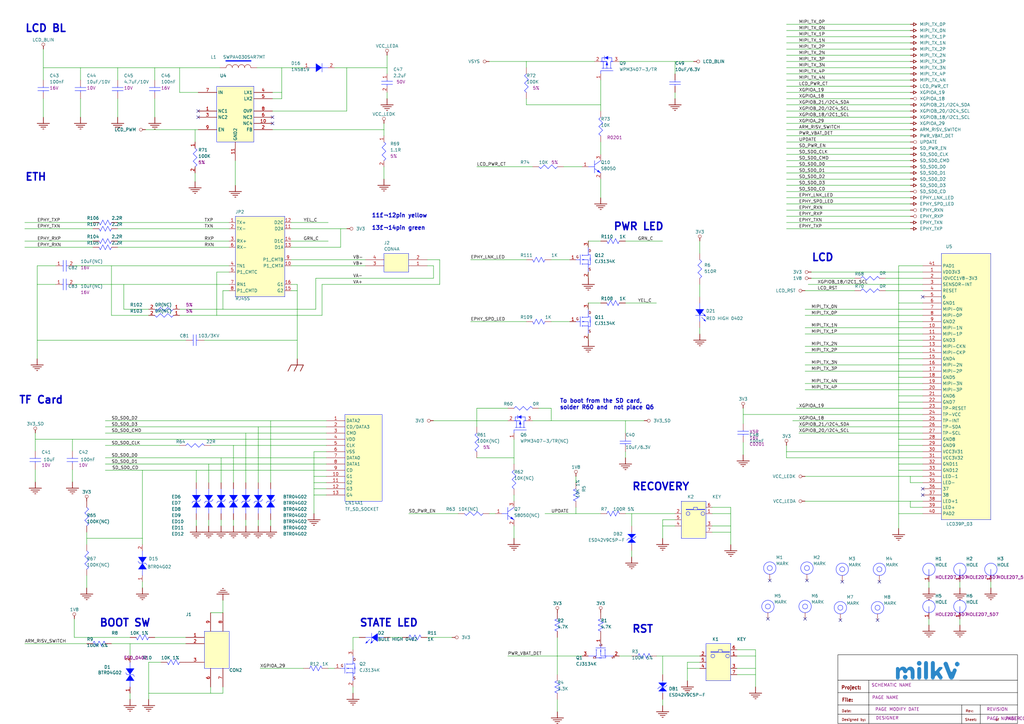
<source format=kicad_sch>
(kicad_sch (version 20250114) (generator "eeschema") (generator_version "9.0")
  (paper "User" 419.989 297.002)
  (title_block (rev "1.1"))
  (lib_symbols
    (symbol "MN-Milk V -altium-import:1V8_CIRCLE" (power)
      (property "Value" "1V8" (at 0 -3.81 0))
      (symbol "1V8_CIRCLE_0_0"
        (pin power_in line (at 0 0 0) (length 0) (hide yes) (name "1V8") (number ""))
      )
    )
    (symbol "MN-Milk V -altium-import:3V3_CIRCLE" (power)
      (property "Value" "3V3" (at 0 -3.81 0))
      (symbol "3V3_CIRCLE_0_0"
        (pin power_in line (at 0 0 0) (length 0) (hide yes) (name "3V3") (number ""))
      )
    )
    (symbol "MN-Milk V -altium-import:3V3_SD_CIRCLE" (power)
      (property "Value" "3V3_SD" (at 0 -3.81 0))
      (symbol "3V3_SD_CIRCLE_0_0"
        (pin power_in line (at 0 0 0) (length 0) (hide yes) (name "3V3_SD") (number ""))
      )
    )
    (symbol "MN-Milk V -altium-import:ARM_RISV_SWITCH_ARROW" (power)
      (property "Value" "ARM_RISV_SWITCH" (at 0 -3.81 0))
      (symbol "ARM_RISV_SWITCH_ARROW_0_0"
        (pin power_in line (at 0 0 0) (length 0) (hide yes) (name "ARM_RISV_SWITCH") (number ""))
      )
    )
    (symbol "MN-Milk V -altium-import:EPHY_LNK_LED_ARROW" (power)
      (property "Value" "EPHY_LNK_LED" (at 0 -3.81 0))
      (symbol "EPHY_LNK_LED_ARROW_0_0"
        (pin power_in line (at 0 0 0) (length 0) (hide yes) (name "EPHY_LNK_LED") (number ""))
      )
    )
    (symbol "MN-Milk V -altium-import:EPHY_RXN_CIRCLE" (power)
      (property "Value" "EPHY_RXN" (at 0 -3.81 0))
      (symbol "EPHY_RXN_CIRCLE_0_0"
        (pin power_in line (at 0 0 0) (length 0) (hide yes) (name "EPHY_RXN") (number ""))
      )
    )
    (symbol "MN-Milk V -altium-import:EPHY_RXP_CIRCLE" (power)
      (property "Value" "EPHY_RXP" (at 0 -3.81 0))
      (symbol "EPHY_RXP_CIRCLE_0_0"
        (pin power_in line (at 0 0 0) (length 0) (hide yes) (name "EPHY_RXP") (number ""))
      )
    )
    (symbol "MN-Milk V -altium-import:EPHY_SPD_LED_ARROW" (power)
      (property "Value" "EPHY_SPD_LED" (at 0 -3.81 0))
      (symbol "EPHY_SPD_LED_ARROW_0_0"
        (pin power_in line (at 0 0 0) (length 0) (hide yes) (name "EPHY_SPD_LED") (number ""))
      )
    )
    (symbol "MN-Milk V -altium-import:EPHY_TXN_ARROW" (power)
      (property "Value" "EPHY_TXN" (at 0 -3.81 0))
      (symbol "EPHY_TXN_ARROW_0_0"
        (pin power_in line (at 0 0 0) (length 0) (hide yes) (name "EPHY_TXN") (number ""))
      )
    )
    (symbol "MN-Milk V -altium-import:EPHY_TXP_ARROW" (power)
      (property "Value" "EPHY_TXP" (at 0 -3.81 0))
      (symbol "EPHY_TXP_ARROW_0_0"
        (pin power_in line (at 0 0 0) (length 0) (hide yes) (name "EPHY_TXP") (number ""))
      )
    )
    (symbol "MN-Milk V -altium-import:GND_EARTH_EARTH" (power)
      (property "Value" "GND_EARTH" (at 0 -6.35 0))
      (symbol "GND_EARTH_EARTH_0_0"
        (pin power_in line (at 0 0 0) (length 0) (hide yes) (name "GND_EARTH") (number ""))
      )
    )
    (symbol "MN-Milk V -altium-import:GND_POWER_GROUND" (power)
      (property "Value" "GND" (at 0 -6.35 0))
      (symbol "GND_POWER_GROUND_0_0"
        (pin power_in line (at 0 0 0) (length 0) (hide yes) (name "GND") (number ""))
      )
    )
    (symbol "MN-Milk V -altium-import:LCD_BLIN_CIRCLE" (power)
      (property "Value" "LCD_BLIN" (at 0 -3.81 0))
      (symbol "LCD_BLIN_CIRCLE_0_0"
        (pin power_in line (at 0 0 0) (length 0) (hide yes) (name "LCD_BLIN") (number ""))
      )
    )
    (symbol "MN-Milk V -altium-import:LCD_PWM_CIRCLE" (power)
      (property "Value" "LCD_PWM" (at 0 -3.81 0))
      (symbol "LCD_PWM_CIRCLE_0_0"
        (pin power_in line (at 0 0 0) (length 0) (hide yes) (name "LCD_PWM") (number ""))
      )
    )
    (symbol "MN-Milk V -altium-import:LCD_PWR_CT_ARROW" (power)
      (property "Value" "LCD_PWR_CT" (at 0 -3.81 0))
      (symbol "LCD_PWR_CT_ARROW_0_0"
        (pin power_in line (at 0 0 0) (length 0) (hide yes) (name "LCD_PWR_CT") (number ""))
      )
    )
    (symbol "MN-Milk V -altium-import:LCD_RST_CIRCLE" (power)
      (property "Value" "LCD_RST" (at 0 -3.81 0))
      (symbol "LCD_RST_CIRCLE_0_0"
        (pin power_in line (at 0 0 0) (length 0) (hide yes) (name "LCD_RST") (number ""))
      )
    )
    (symbol "MN-Milk V -altium-import:MIPI_TX_0N_ARROW" (power)
      (property "Value" "MIPI_TX_0N" (at 0 -3.81 0))
      (symbol "MIPI_TX_0N_ARROW_0_0"
        (pin power_in line (at 0 0 0) (length 0) (hide yes) (name "MIPI_TX_0N") (number ""))
      )
    )
    (symbol "MN-Milk V -altium-import:MIPI_TX_0P_ARROW" (power)
      (property "Value" "MIPI_TX_0P" (at 0 -3.81 0))
      (symbol "MIPI_TX_0P_ARROW_0_0"
        (pin power_in line (at 0 0 0) (length 0) (hide yes) (name "MIPI_TX_0P") (number ""))
      )
    )
    (symbol "MN-Milk V -altium-import:MIPI_TX_1N_ARROW" (power)
      (property "Value" "MIPI_TX_1N" (at 0 -3.81 0))
      (symbol "MIPI_TX_1N_ARROW_0_0"
        (pin power_in line (at 0 0 0) (length 0) (hide yes) (name "MIPI_TX_1N") (number ""))
      )
    )
    (symbol "MN-Milk V -altium-import:MIPI_TX_1P_ARROW" (power)
      (property "Value" "MIPI_TX_1P" (at 0 -3.81 0))
      (symbol "MIPI_TX_1P_ARROW_0_0"
        (pin power_in line (at 0 0 0) (length 0) (hide yes) (name "MIPI_TX_1P") (number ""))
      )
    )
    (symbol "MN-Milk V -altium-import:MIPI_TX_2N_ARROW" (power)
      (property "Value" "MIPI_TX_2N" (at 0 -3.81 0))
      (symbol "MIPI_TX_2N_ARROW_0_0"
        (pin power_in line (at 0 0 0) (length 0) (hide yes) (name "MIPI_TX_2N") (number ""))
      )
    )
    (symbol "MN-Milk V -altium-import:MIPI_TX_2P_ARROW" (power)
      (property "Value" "MIPI_TX_2P" (at 0 -3.81 0))
      (symbol "MIPI_TX_2P_ARROW_0_0"
        (pin power_in line (at 0 0 0) (length 0) (hide yes) (name "MIPI_TX_2P") (number ""))
      )
    )
    (symbol "MN-Milk V -altium-import:MIPI_TX_3N_ARROW" (power)
      (property "Value" "MIPI_TX_3N" (at 0 -3.81 0))
      (symbol "MIPI_TX_3N_ARROW_0_0"
        (pin power_in line (at 0 0 0) (length 0) (hide yes) (name "MIPI_TX_3N") (number ""))
      )
    )
    (symbol "MN-Milk V -altium-import:MIPI_TX_3P_ARROW" (power)
      (property "Value" "MIPI_TX_3P" (at 0 -3.81 0))
      (symbol "MIPI_TX_3P_ARROW_0_0"
        (pin power_in line (at 0 0 0) (length 0) (hide yes) (name "MIPI_TX_3P") (number ""))
      )
    )
    (symbol "MN-Milk V -altium-import:MIPI_TX_4N_ARROW" (power)
      (property "Value" "MIPI_TX_4N" (at 0 -3.81 0))
      (symbol "MIPI_TX_4N_ARROW_0_0"
        (pin power_in line (at 0 0 0) (length 0) (hide yes) (name "MIPI_TX_4N") (number ""))
      )
    )
    (symbol "MN-Milk V -altium-import:MIPI_TX_4P_ARROW" (power)
      (property "Value" "MIPI_TX_4P" (at 0 -3.81 0))
      (symbol "MIPI_TX_4P_ARROW_0_0"
        (pin power_in line (at 0 0 0) (length 0) (hide yes) (name "MIPI_TX_4P") (number ""))
      )
    )
    (symbol "MN-Milk V -altium-import:PWR_VBAT_DET_ARROW" (power)
      (property "Value" "PWR_VBAT_DET" (at 0 -3.81 0))
      (symbol "PWR_VBAT_DET_ARROW_0_0"
        (pin power_in line (at 0 0 0) (length 0) (hide yes) (name "PWR_VBAT_DET") (number ""))
      )
    )
    (symbol "MN-Milk V -altium-import:SD_PWR_EN_ARROW" (power)
      (property "Value" "SD_PWR_EN" (at 0 -3.81 0))
      (symbol "SD_PWR_EN_ARROW_0_0"
        (pin power_in line (at 0 0 0) (length 0) (hide yes) (name "SD_PWR_EN") (number ""))
      )
    )
    (symbol "MN-Milk V -altium-import:SD_SD0_CD_CIRCLE" (power)
      (property "Value" "SD_SD0_CD" (at 0 -3.81 0))
      (symbol "SD_SD0_CD_CIRCLE_0_0"
        (pin power_in line (at 0 0 0) (length 0) (hide yes) (name "SD_SD0_CD") (number ""))
      )
    )
    (symbol "MN-Milk V -altium-import:SD_SD0_CLK_ARROW" (power)
      (property "Value" "SD_SD0_CLK" (at 0 -3.81 0))
      (symbol "SD_SD0_CLK_ARROW_0_0"
        (pin power_in line (at 0 0 0) (length 0) (hide yes) (name "SD_SD0_CLK") (number ""))
      )
    )
    (symbol "MN-Milk V -altium-import:SD_SD0_CMD_ARROW" (power)
      (property "Value" "SD_SD0_CMD" (at 0 -3.81 0))
      (symbol "SD_SD0_CMD_ARROW_0_0"
        (pin power_in line (at 0 0 0) (length 0) (hide yes) (name "SD_SD0_CMD") (number ""))
      )
    )
    (symbol "MN-Milk V -altium-import:SD_SD0_D0_ARROW" (power)
      (property "Value" "SD_SD0_D0" (at 0 -3.81 0))
      (symbol "SD_SD0_D0_ARROW_0_0"
        (pin power_in line (at 0 0 0) (length 0) (hide yes) (name "SD_SD0_D0") (number ""))
      )
    )
    (symbol "MN-Milk V -altium-import:SD_SD0_D1_ARROW" (power)
      (property "Value" "SD_SD0_D1" (at 0 -3.81 0))
      (symbol "SD_SD0_D1_ARROW_0_0"
        (pin power_in line (at 0 0 0) (length 0) (hide yes) (name "SD_SD0_D1") (number ""))
      )
    )
    (symbol "MN-Milk V -altium-import:SD_SD0_D2_ARROW" (power)
      (property "Value" "SD_SD0_D2" (at 0 -3.81 0))
      (symbol "SD_SD0_D2_ARROW_0_0"
        (pin power_in line (at 0 0 0) (length 0) (hide yes) (name "SD_SD0_D2") (number ""))
      )
    )
    (symbol "MN-Milk V -altium-import:SD_SD0_D3_ARROW" (power)
      (property "Value" "SD_SD0_D3" (at 0 -3.81 0))
      (symbol "SD_SD0_D3_ARROW_0_0"
        (pin power_in line (at 0 0 0) (length 0) (hide yes) (name "SD_SD0_D3") (number ""))
      )
    )
    (symbol "MN-Milk V -altium-import:UPDATE_CIRCLE" (power)
      (property "Value" "UPDATE" (at 0 -3.81 0))
      (symbol "UPDATE_CIRCLE_0_0"
        (pin power_in line (at 0 0 0) (length 0) (hide yes) (name "UPDATE") (number ""))
      )
    )
    (symbol "MN-Milk V -altium-import:VCC_LEDA_CIRCLE" (power)
      (property "Value" "VCC_LEDA" (at 0 -3.81 0))
      (symbol "VCC_LEDA_CIRCLE_0_0"
        (pin power_in line (at 0 0 0) (length 0) (hide yes) (name "VCC_LEDA") (number ""))
      )
    )
    (symbol "MN-Milk V -altium-import:VCC_LEDK_CIRCLE" (power)
      (property "Value" "VCC_LEDK" (at 0 -3.81 0))
      (symbol "VCC_LEDK_CIRCLE_0_0"
        (pin power_in line (at 0 0 0) (length 0) (hide yes) (name "VCC_LEDK") (number ""))
      )
    )
    (symbol "MN-Milk V -altium-import:VSYS_CIRCLE" (power)
      (property "Value" "VSYS" (at 0 -3.81 0))
      (symbol "VSYS_CIRCLE_0_0"
        (pin power_in line (at 0 0 0) (length 0) (hide yes) (name "VSYS") (number ""))
      )
    )
    (symbol "MN-Milk V -altium-import:XGPIOA_18_CIRCLE" (power)
      (property "Value" "XGPIOA_18" (at 0 -3.81 0))
      (symbol "XGPIOA_18_CIRCLE_0_0"
        (pin power_in line (at 0 0 0) (length 0) (hide yes) (name "XGPIOA_18") (number ""))
      )
    )
    (symbol "MN-Milk V -altium-import:XGPIOA_19_ARROW" (power)
      (property "Value" "XGPIOA_19" (at 0 -3.81 0))
      (symbol "XGPIOA_19_ARROW_0_0"
        (pin power_in line (at 0 0 0) (length 0) (hide yes) (name "XGPIOA_19") (number ""))
      )
    )
    (symbol "MN-Milk V -altium-import:XGPIOA_29_ARROW" (power)
      (property "Value" "XGPIOA_29" (at 0 -3.81 0))
      (symbol "XGPIOA_29_ARROW_0_0"
        (pin power_in line (at 0 0 0) (length 0) (hide yes) (name "XGPIOA_29") (number ""))
      )
    )
    (symbol "MN-Milk V -altium-import:XGPIOB_18/I2C1_SCL_ARROW" (power)
      (property "Value" "XGPIOB_18/I2C1_SCL" (at 0 -3.81 0))
      (symbol "XGPIOB_18/I2C1_SCL_ARROW_0_0"
        (pin power_in line (at 0 0 0) (length 0) (hide yes) (name "XGPIOB_18/I2C1_SCL") (number ""))
      )
    )
    (symbol "MN-Milk V -altium-import:XGPIOB_20/I2C4_SCL_ARROW" (power)
      (property "Value" "XGPIOB_20/I2C4_SCL" (at 0 -3.81 0))
      (symbol "XGPIOB_20/I2C4_SCL_ARROW_0_0"
        (pin power_in line (at 0 0 0) (length 0) (hide yes) (name "XGPIOB_20/I2C4_SCL") (number ""))
      )
    )
    (symbol "MN-Milk V -altium-import:XGPIOB_21/I2C4_SDA_ARROW" (power)
      (property "Value" "XGPIOB_21/I2C4_SDA" (at 0 -3.81 0))
      (symbol "XGPIOB_21/I2C4_SDA_ARROW_0_0"
        (pin power_in line (at 0 0 0) (length 0) (hide yes) (name "XGPIOB_21/I2C4_SDA") (number ""))
      )
    )
    (symbol "MN-Milk V -altium-import:root_0_CAP NP_*" (pin_names (hide yes))
      (symbol "root_0_CAP NP_*_1_0"
        (pin passive line (at 2.54 2.54 270) (length 2.54) (name "1") (number "1"))
        (pin passive line (at 2.54 -5.08 90) (length 2.54) (name "2") (number "2"))
      )
    )
    (symbol "MN-Milk V -altium-import:root_0_CAP NP_0_*" (pin_numbers (hide yes)) (pin_names (hide yes))
      (symbol "root_0_CAP NP_0_*_1_0"
        (pin passive line (at 2.54 2.54 270) (length 2.54) (name "1") (number "1"))
        (pin passive line (at 2.54 -5.08 90) (length 2.54) (name "2") (number "2"))
      )
    )
    (symbol "MN-Milk V -altium-import:root_0_CAP_NP_*" (pin_numbers (hide yes)) (pin_names (hide yes))
      (symbol "root_0_CAP_NP_*_1_0"
        (pin passive line (at 2.54 2.54 270) (length 2.54) (name "1") (number "1"))
        (pin passive line (at 2.54 -5.08 90) (length 2.54) (name "2") (number "2"))
      )
    )
    (symbol "MN-Milk V -altium-import:root_0_CON2_2_*" (pin_names (hide yes))
      (symbol "root_0_CON2_2_*_1_0"
        (pin passive line (at -7.62 -2.54 0) (length 7.62) (name "1") (number "1"))
        (pin passive line (at -7.62 -5.08 0) (length 7.62) (name "2") (number "2"))
        (pin passive line (at -7.62 -12.7 0) (length 7.62) (name "3") (number "3"))
        (pin passive line (at 2.54 7.62 270) (length 7.62) (name "9") (number "9"))
        (pin passive line (at 2.54 -22.86 90) (length 7.62) (name "6") (number "6"))
        (pin passive line (at 7.62 7.62 270) (length 7.62) (name "8") (number "8"))
        (pin passive line (at 7.62 -22.86 90) (length 7.62) (name "7") (number "7"))
      )
    )
    (symbol "MN-Milk V -altium-import:root_0_CON4A_0_*" (pin_names (hide yes))
      (symbol "root_0_CON4A_0_*_1_0"
        (pin passive line (at -7.62 -2.54 0) (length 7.62) (name "4") (number "4"))
        (pin passive line (at -7.62 -5.08 0) (length 7.62) (name "3") (number "3"))
        (pin passive line (at 17.78 -2.54 180) (length 7.62) (name "2") (number "2"))
        (pin passive line (at 17.78 -5.08 180) (length 7.62) (name "1") (number "1"))
      )
    )
    (symbol "MN-Milk V -altium-import:root_0_DCDC_SY7203_*"
      (symbol "root_0_DCDC_SY7203_*_1_0"
        (pin passive line (at -7.62 -2.54 0) (length 7.62) (name "IN") (number "7"))
        (pin passive line (at -7.62 -10.16 0) (length 7.62) (name "NC1") (number "1"))
        (pin passive line (at -7.62 -12.7 0) (length 7.62) (name "NC2") (number "3"))
        (pin passive line (at -7.62 -17.78 0) (length 7.62) (name "EN") (number "9"))
        (pin passive line (at 7.62 -30.48 90) (length 7.62) (name "GND2") (number "11"))
        (pin passive line (at 22.86 -2.54 180) (length 7.62) (name "LX1") (number "4"))
        (pin passive line (at 22.86 -5.08 180) (length 7.62) (name "LX2") (number "5"))
        (pin passive line (at 22.86 -10.16 180) (length 7.62) (name "OVP") (number "8"))
        (pin passive line (at 22.86 -12.7 180) (length 7.62) (name "NC3") (number "6"))
        (pin passive line (at 22.86 -15.24 180) (length 7.62) (name "NC4") (number "10"))
        (pin passive line (at 22.86 -17.78 180) (length 7.62) (name "FB") (number "2"))
      )
    )
    (symbol "MN-Milk V -altium-import:root_0_ESD GUARD_2_*" (pin_numbers (hide yes)) (pin_names (hide yes))
      (symbol "root_0_ESD GUARD_2_*_1_0"
        (pin passive line (at 2.54 2.54 270) (length 2.54) (name "1") (number "1"))
        (pin passive line (at 2.54 -7.62 90) (length 2.54) (name "2") (number "2"))
      )
    )
    (symbol "MN-Milk V -altium-import:root_0_LCD39P_0_*"
      (symbol "root_0_LCD39P_0_*_1_0"
        (pin passive line (at -7.62 -5.08 0) (length 7.62) (name "PAD1") (number "41"))
        (pin passive line (at -7.62 -7.62 0) (length 7.62) (name "VDD3V3") (number "1"))
        (pin passive line (at -7.62 -10.16 0) (length 7.62) (name "IOVCC1V8-3V3") (number "2"))
        (pin passive line (at -7.62 -12.7 0) (length 7.62) (name "SENSOR-INT") (number "3"))
        (pin passive line (at -7.62 -15.24 0) (length 7.62) (name "RESET") (number "4"))
        (pin passive line (at -7.62 -17.78 0) (length 7.62) (name "6") (number "5"))
        (pin passive line (at -7.62 -20.32 0) (length 7.62) (name "GND1") (number "6"))
        (pin passive line (at -7.62 -22.86 0) (length 7.62) (name "MIPI-0N") (number "7"))
        (pin passive line (at -7.62 -25.4 0) (length 7.62) (name "MIPI-0P") (number "8"))
        (pin passive line (at -7.62 -27.94 0) (length 7.62) (name "GND2") (number "9"))
        (pin passive line (at -7.62 -30.48 0) (length 7.62) (name "MIPI-1N") (number "10"))
        (pin passive line (at -7.62 -33.02 0) (length 7.62) (name "MIPI-1P") (number "11"))
        (pin passive line (at -7.62 -35.56 0) (length 7.62) (name "GND3") (number "12"))
        (pin passive line (at -7.62 -38.1 0) (length 7.62) (name "MIPI-CKN") (number "13"))
        (pin passive line (at -7.62 -40.64 0) (length 7.62) (name "MIPI-CKP") (number "14"))
        (pin passive line (at -7.62 -43.18 0) (length 7.62) (name "GND4") (number "15"))
        (pin passive line (at -7.62 -45.72 0) (length 7.62) (name "MIPI-2N") (number "16"))
        (pin passive line (at -7.62 -48.26 0) (length 7.62) (name "MIPI-2P") (number "17"))
        (pin passive line (at -7.62 -50.8 0) (length 7.62) (name "GND5") (number "18"))
        (pin passive line (at -7.62 -53.34 0) (length 7.62) (name "MIPI-3N") (number "19"))
        (pin passive line (at -7.62 -55.88 0) (length 7.62) (name "MIPI-3P") (number "20"))
        (pin passive line (at -7.62 -58.42 0) (length 7.62) (name "GND6") (number "21"))
        (pin passive line (at -7.62 -60.96 0) (length 7.62) (name "GND7") (number "22"))
        (pin passive line (at -7.62 -63.5 0) (length 7.62) (name "TP-RESET") (number "23"))
        (pin passive line (at -7.62 -66.04 0) (length 7.62) (name "TP-VCC") (number "24"))
        (pin passive line (at -7.62 -68.58 0) (length 7.62) (name "TP-INT") (number "25"))
        (pin passive line (at -7.62 -71.12 0) (length 7.62) (name "TP-SDA") (number "26"))
        (pin passive line (at -7.62 -73.66 0) (length 7.62) (name "TP-SCL") (number "27"))
        (pin passive line (at -7.62 -76.2 0) (length 7.62) (name "GND8") (number "28"))
        (pin passive line (at -7.62 -78.74 0) (length 7.62) (name "GND9") (number "29"))
        (pin passive line (at -7.62 -81.28 0) (length 7.62) (name "VCC3V31") (number "30"))
        (pin passive line (at -7.62 -83.82 0) (length 7.62) (name "VCC3V32") (number "31"))
        (pin passive line (at -7.62 -86.36 0) (length 7.62) (name "GND11") (number "32"))
        (pin passive line (at -7.62 -88.9 0) (length 7.62) (name "GND12") (number "33"))
        (pin passive line (at -7.62 -91.44 0) (length 7.62) (name "LED-1") (number "34"))
        (pin passive line (at -7.62 -93.98 0) (length 7.62) (name "LED-") (number "35"))
        (pin passive line (at -7.62 -96.52 0) (length 7.62) (name "37") (number "36"))
        (pin passive line (at -7.62 -99.06 0) (length 7.62) (name "38") (number "37"))
        (pin passive line (at -7.62 -101.6 0) (length 7.62) (name "LED+1") (number "38"))
        (pin passive line (at -7.62 -104.14 0) (length 7.62) (name "LED+") (number "39"))
        (pin passive line (at -7.62 -106.68 0) (length 7.62) (name "PAD2") (number "40"))
      )
    )
    (symbol "MN-Milk V -altium-import:root_0_MARK_*" (pin_numbers (hide yes)) (pin_names (hide yes))
      (symbol "root_0_MARK_*_1_0"
        (pin passive line (at 2.54 -7.62 90) (length 2.54) (name "1") (number "1"))
      )
    )
    (symbol "MN-Milk V -altium-import:root_0_MILK-V_*" (pin_numbers (hide yes)) (pin_names (hide yes))
      (symbol "root_0_MILK-V_*_1_0"
        (text "Project:" (at 1.27 -14.224 0) (effects (font (size 1.397 1.397) (thickness 0.2794) (bold yes)) (justify left bottom)))
        (text "File:" (at 1.524 -19.304 0) (effects (font (size 1.397 1.397) (thickness 0.2794) (bold yes)) (justify left bottom)))
        (text "Date:" (at 1.524 -23.622 0) (effects (font (size 1.016 1.016)) (justify left bottom)))
        (text "Designed by:" (at 1.524 -27.178 0) (effects (font (size 1.016 1.016)) (justify left bottom)))
        (text "Sheet:" (at 52.07 -27.178 0) (effects (font (size 1.016 1.016)) (justify left bottom)))
        (text "Rev:" (at 52.324 -23.622 0) (effects (font (size 1.016 1.016)) (justify left bottom)))
        (text "of" (at 64.516 -27.178 0) (effects (font (size 1.016 1.016)) (justify left bottom)))
      )
    )
    (symbol "MN-Milk V -altium-import:root_0_MOSFET_NPN_*" (pin_names (hide yes))
      (symbol "root_0_MOSFET_NPN_*_1_0"
        (text "G" (at 0 -4.572 0) (effects (font (size 1.016 1.016)) (justify left bottom)))
        (text "D" (at 5.08 -2.032 0) (effects (font (size 1.016 1.016)) (justify left bottom)))
        (text "S" (at 5.08 -9.652 0) (effects (font (size 1.016 1.016)) (justify left bottom)))
        (pin input line (at -2.54 -5.08 0) (length 2.54) (name "G") (number "1"))
        (pin passive line (at 5.08 2.54 270) (length 2.54) (name "D") (number "3"))
        (pin passive line (at 5.08 -12.7 90) (length 2.54) (name "S") (number "2"))
      )
    )
    (symbol "MN-Milk V -altium-import:root_0_NPN_*" (pin_names (hide yes))
      (symbol "root_0_NPN_*_1_0"
        (pin passive line (at -2.54 -2.54 0) (length 2.54) (name "BASE") (number "1"))
        (pin passive line (at 5.08 2.54 270) (length 2.54) (name "COLLECTOR") (number "3"))
        (pin passive line (at 5.08 -7.62 90) (length 2.54) (name "EMITTER") (number "2"))
      )
    )
    (symbol "MN-Milk V -altium-import:root_0_RESISTOR_*" (pin_names (hide yes))
      (symbol "root_0_RESISTOR_*_1_0"
        (pin passive line (at 2.54 2.54 270) (length 2.54) (name "1") (number "1"))
        (pin passive line (at 2.54 -10.16 90) (length 2.54) (name "2") (number "2"))
      )
    )
    (symbol "MN-Milk V -altium-import:root_0_RESISTOR_0_*" (pin_numbers (hide yes)) (pin_names (hide yes))
      (symbol "root_0_RESISTOR_0_*_1_0"
        (pin passive line (at 2.54 2.54 270) (length 2.54) (name "1") (number "1"))
        (pin passive line (at 2.54 -10.16 90) (length 2.54) (name "2") (number "2"))
      )
    )
    (symbol "MN-Milk V -altium-import:root_0_RESISTOR_1_*" (pin_numbers (hide yes)) (pin_names (hide yes))
      (symbol "root_0_RESISTOR_1_*_1_0"
        (pin passive line (at 2.54 2.54 270) (length 2.54) (name "1") (number "1"))
        (pin passive line (at 2.54 -10.16 90) (length 2.54) (name "2") (number "2"))
      )
    )
    (symbol "MN-Milk V -altium-import:root_0_RJ45_CON8_3_*"
      (symbol "root_0_RJ45_CON8_3_*_1_0"
        (pin input line (at -2.54 -2.54 0) (length 2.54) (name "TX+") (number "1"))
        (pin input line (at -2.54 -5.08 0) (length 2.54) (name "TX-") (number "2"))
        (pin input line (at -2.54 -10.16 0) (length 2.54) (name "RX+") (number "3"))
        (pin input line (at -2.54 -12.7 0) (length 2.54) (name "RX-") (number "6"))
        (pin tri_state line (at -2.54 -20.32 0) (length 2.54) (name "TN1") (number "4"))
        (pin tri_state line (at -2.54 -22.86 0) (length 2.54) (name "P1_CMTC") (number "5"))
        (pin tri_state line (at -2.54 -27.94 0) (length 2.54) (name "RN1") (number "7"))
        (pin tri_state line (at -2.54 -30.48 0) (length 2.54) (name "P1_CMTD") (number "8"))
        (pin passive line (at 22.86 -2.54 180) (length 2.54) (name "D2C") (number "12"))
        (pin passive line (at 22.86 -5.08 180) (length 2.54) (name "D2A") (number "11"))
        (pin passive line (at 22.86 -10.16 180) (length 2.54) (name "D1C") (number "14"))
        (pin passive line (at 22.86 -12.7 180) (length 2.54) (name "D1A") (number "13"))
        (pin passive line (at 22.86 -17.78 180) (length 2.54) (name "P1_CMTB") (number "9"))
        (pin passive line (at 22.86 -20.32 180) (length 2.54) (name "P1_CMTA") (number "10"))
        (pin passive line (at 22.86 -27.94 180) (length 2.54) (name "G1") (number "16"))
        (pin passive line (at 22.86 -30.48 180) (length 2.54) (name "G2") (number "15"))
      )
    )
    (symbol "MN-Milk V -altium-import:root_0_R_*" (pin_numbers (hide yes)) (pin_names (hide yes))
      (symbol "root_0_R_*_1_0"
        (pin passive line (at -2.54 -2.54 0) (length 2.54) (name "1") (number "1"))
        (pin passive line (at 7.62 -2.54 180) (length 2.54) (name "2") (number "2"))
      )
    )
    (symbol "MN-Milk V -altium-import:root_0_SD_SOCKET_0_*"
      (symbol "root_0_SD_SOCKET_0_*_1_0"
        (pin passive line (at -7.62 -2.54 0) (length 7.62) (name "DATA2") (number "1"))
        (pin passive line (at -7.62 -5.08 0) (length 7.62) (name "CD/DATA3") (number "2"))
        (pin passive line (at -7.62 -7.62 0) (length 7.62) (name "CMD") (number "3"))
        (pin passive line (at -7.62 -10.16 0) (length 7.62) (name "VDD") (number "4"))
        (pin passive line (at -7.62 -12.7 0) (length 7.62) (name "CLK") (number "5"))
        (pin passive line (at -7.62 -15.24 0) (length 7.62) (name "VSS") (number "6"))
        (pin passive line (at -7.62 -17.78 0) (length 7.62) (name "DATA0") (number "7"))
        (pin passive line (at -7.62 -20.32 0) (length 7.62) (name "DATA1") (number "8"))
        (pin passive line (at -7.62 -22.86 0) (length 7.62) (name "CD") (number "9"))
        (pin passive line (at -7.62 -25.4 0) (length 7.62) (name "G1") (number "10"))
        (pin passive line (at -7.62 -27.94 0) (length 7.62) (name "G2") (number "11"))
        (pin passive line (at -7.62 -30.48 0) (length 7.62) (name "G3") (number "12"))
        (pin passive line (at -7.62 -33.02 0) (length 7.62) (name "G4") (number "13"))
      )
    )
    (symbol "MN-Milk V -altium-import:root_0_mirrored_BUTTON IT-1202_0_*" (pin_names (hide yes))
      (symbol "root_0_mirrored_BUTTON IT-1202_0_*_1_0"
        (pin passive line (at -12.7 -5.08 0) (length 2.54) (name "2") (number "2"))
        (pin passive line (at -12.7 -7.62 0) (length 2.54) (name "5") (number "5"))
        (pin passive line (at -12.7 -10.16 0) (length 2.54) (name "4") (number "4"))
        (pin passive line (at 2.54 -2.54 180) (length 2.54) (name "6") (number "6"))
        (pin passive line (at 2.54 -5.08 180) (length 2.54) (name "1") (number "1"))
        (pin passive line (at 2.54 -10.16 180) (length 2.54) (name "3") (number "3"))
        (pin passive line (at 2.54 -12.7 180) (length 2.54) (name "7") (number "7"))
      )
    )
    (symbol "MN-Milk V -altium-import:root_0_mirrored_CAP NP_0_*" (pin_numbers (hide yes)) (pin_names (hide yes))
      (symbol "root_0_mirrored_CAP NP_0_*_1_0"
        (pin passive line (at -2.54 2.54 270) (length 2.54) (name "1") (number "1"))
        (pin passive line (at -2.54 -5.08 90) (length 2.54) (name "2") (number "2"))
      )
    )
    (symbol "MN-Milk V -altium-import:root_0_mirrored_HOLE_*" (pin_names (hide yes))
      (symbol "root_0_mirrored_HOLE_*_1_0"
        (pin passive line (at -2.54 -7.62 90) (length 2.54) (name "1") (number "1"))
      )
    )
    (symbol "MN-Milk V -altium-import:root_0_mirrored_RESISTOR_1_*" (pin_numbers (hide yes)) (pin_names (hide yes))
      (symbol "root_0_mirrored_RESISTOR_1_*_1_0"
        (pin passive line (at -2.54 2.54 270) (length 2.54) (name "1") (number "1"))
        (pin passive line (at -2.54 -10.16 90) (length 2.54) (name "2") (number "2"))
      )
    )
    (symbol "MN-Milk V -altium-import:root_1_CAP NP_2_*" (pin_numbers (hide yes)) (pin_names (hide yes))
      (symbol "root_1_CAP NP_2_*_1_0"
        (pin passive line (at -2.54 2.54 0) (length 2.54) (name "1") (number "1"))
        (pin passive line (at 5.08 2.54 180) (length 2.54) (name "2") (number "2"))
      )
    )
    (symbol "MN-Milk V -altium-import:root_1_INDUCTORS OF FERRITE_*" (pin_numbers (hide yes)) (pin_names (hide yes))
      (symbol "root_1_INDUCTORS OF FERRITE_*_1_0"
        (pin passive line (at -2.54 0 0) (length 2.54) (name "1") (number "1"))
        (pin passive line (at 12.7 0 180) (length 2.54) (name "2") (number "2"))
      )
    )
    (symbol "MN-Milk V -altium-import:root_1_RESISTOR_0_*" (pin_numbers (hide yes)) (pin_names (hide yes))
      (symbol "root_1_RESISTOR_0_*_1_0"
        (pin passive line (at -2.54 2.54 0) (length 2.54) (name "1") (number "1"))
        (pin passive line (at 10.16 2.54 180) (length 2.54) (name "2") (number "2"))
      )
    )
    (symbol "MN-Milk V -altium-import:root_1_RESISTOR_1_*" (pin_numbers (hide yes)) (pin_names (hide yes))
      (symbol "root_1_RESISTOR_1_*_1_0"
        (pin passive line (at -2.54 2.54 0) (length 2.54) (name "1") (number "1"))
        (pin passive line (at 10.16 2.54 180) (length 2.54) (name "2") (number "2"))
      )
    )
    (symbol "MN-Milk V -altium-import:root_1_R_*" (pin_numbers (hide yes)) (pin_names (hide yes))
      (symbol "root_1_R_*_1_0"
        (pin passive line (at 2.54 7.62 270) (length 2.54) (name "2") (number "2"))
        (pin passive line (at 2.54 -2.54 90) (length 2.54) (name "1") (number "1"))
      )
    )
    (symbol "MN-Milk V -altium-import:root_1_mirrored_DIODE BI_DIR TRIG_*" (pin_names (hide yes))
      (symbol "root_1_mirrored_DIODE BI_DIR TRIG_*_1_0"
        (pin passive line (at -2.54 12.7 270) (length 2.54) (name "2") (number "2"))
        (pin passive line (at -2.54 -2.54 90) (length 2.54) (name "1") (number "1"))
      )
    )
    (symbol "MN-Milk V -altium-import:root_1_mirrored_MOSFET P_*" (pin_names (hide yes))
      (symbol "root_1_mirrored_MOSFET P_*_1_0"
        (pin passive line (at -7.62 5.08 0) (length 2.54) (name "SOURCE") (number "2"))
        (pin passive line (at -5.08 -2.54 90) (length 2.54) (name "GATE") (number "1"))
        (pin passive line (at 2.54 5.08 180) (length 2.54) (name "DRAIN") (number "3"))
      )
    )
    (symbol "MN-Milk V -altium-import:root_2_DIODE_LED_1_*" (pin_numbers (hide yes)) (pin_names (hide yes))
      (symbol "root_2_DIODE_LED_1_*_1_0"
        (pin passive line (at -10.16 2.54 0) (length 2.54) (name "CATHODE") (number "2"))
        (pin passive line (at 2.54 2.54 180) (length 2.54) (name "ANODE") (number "1"))
      )
    )
    (symbol "MN-Milk V -altium-import:root_2_R_*" (pin_numbers (hide yes)) (pin_names (hide yes))
      (symbol "root_2_R_*_1_0"
        (pin passive line (at -7.62 2.54 0) (length 2.54) (name "2") (number "2"))
        (pin passive line (at 2.54 2.54 180) (length 2.54) (name "1") (number "1"))
      )
    )
    (symbol "MN-Milk V -altium-import:root_2_mirrored_DIODE_*" (pin_names (hide yes))
      (symbol "root_2_mirrored_DIODE_*_1_0"
        (pin passive line (at -2.54 2.54 0) (length 2.54) (name "A") (number "1"))
        (pin passive line (at 10.16 2.54 180) (length 2.54) (name "K") (number "2"))
      )
    )
    (symbol "MN-Milk V -altium-import:root_3_DIODE BI-DIR TRIG_*" (pin_numbers (hide yes)) (pin_names (hide yes))
      (symbol "root_3_DIODE BI-DIR TRIG_*_1_0"
        (pin passive line (at -2.54 2.54 270) (length 2.54) (name "1") (number "1"))
        (pin passive line (at -2.54 -12.7 90) (length 2.54) (name "2") (number "2"))
      )
    )
    (symbol "MN-Milk V -altium-import:root_3_DIODE_LED_1_*" (pin_numbers (hide yes)) (pin_names (hide yes))
      (symbol "root_3_DIODE_LED_1_*_1_0"
        (pin passive line (at -2.54 2.54 270) (length 2.54) (name "ANODE") (number "1"))
        (pin passive line (at -2.54 -10.16 90) (length 2.54) (name "CATHODE") (number "2"))
      )
    )
    (symbol "MN-Milk V -altium-import:root_3_RESISTOR_*" (pin_names (hide yes))
      (symbol "root_3_RESISTOR_*_1_0"
        (pin passive line (at -10.16 -2.54 0) (length 2.54) (name "2") (number "2"))
        (pin passive line (at 2.54 -2.54 180) (length 2.54) (name "1") (number "1"))
      )
    )
    (symbol "MN-Milk V -altium-import:root_3_mirrored_CAP NP_*" (pin_names (hide yes))
      (symbol "root_3_mirrored_CAP NP_*_1_0"
        (pin passive line (at -2.54 -2.54 0) (length 2.54) (name "1") (number "1"))
        (pin passive line (at 5.08 -2.54 180) (length 2.54) (name "2") (number "2"))
      )
    )
    (symbol "MN-Milk V -altium-import:root_3_mirrored_MOSFET_NPN_*" (pin_names (hide yes))
      (symbol "root_3_mirrored_MOSFET_NPN_*_1_0"
        (text "D" (at 2.032 -5.08 900) (effects (font (size 1.016 1.016)) (justify right top)))
        (text "G" (at 4.572 0 900) (effects (font (size 1.016 1.016)) (justify right top)))
        (text "S" (at 9.652 -5.08 900) (effects (font (size 1.016 1.016)) (justify right top)))
        (pin passive line (at -2.54 -5.08 0) (length 2.54) (name "D") (number "3"))
        (pin input line (at 5.08 2.54 270) (length 2.54) (name "G") (number "1"))
        (pin passive line (at 12.7 -5.08 180) (length 2.54) (name "S") (number "2"))
      )
    )
    (symbol "MN-Milk V -altium-import:root_3_mirrored_RESISTOR_1_*" (pin_numbers (hide yes)) (pin_names (hide yes))
      (symbol "root_3_mirrored_RESISTOR_1_*_1_0"
        (pin passive line (at -2.54 -2.54 0) (length 2.54) (name "1") (number "1"))
        (pin passive line (at 10.16 -2.54 180) (length 2.54) (name "2") (number "2"))
      )
    )
  )
  (text "RECOVERY" (at 259.08 201.4982 0) (effects (font (size 3.048 3.048) (thickness 0.6096) (bold yes)) (justify left bottom)))
  (text "LCD" (at 332.74 107.5182 0) (effects (font (size 3.048 3.048) (thickness 0.6096) (bold yes)) (justify left bottom)))
  (text "STATE LED" (at 147.32 257.3782 0) (effects (font (size 3.048 3.048) (thickness 0.6096) (bold yes)) (justify left bottom)))
  (text "13£¬14pin green" (at 152.4 94.5642 0) (effects (font (size 1.651 1.651) (thickness 0.3302) (bold yes)) (justify left bottom)))
  (text "RST" (at 259.08 259.9182 0) (effects (font (size 3.048 3.048) (thickness 0.6096) (bold yes)) (justify left bottom)))
  (text "LCD BL" (at 10.16 13.5382 0) (effects (font (size 3.048 3.048) (thickness 0.6096) (bold yes)) (justify left bottom)))
  (text "11£¬12pin yellow" (at 152.4 89.4842 0) (effects (font (size 1.651 1.651) (thickness 0.3302) (bold yes)) (justify left bottom)))
  (text "PWR LED" (at 251.46 94.8182 0) (effects (font (size 3.048 3.048) (thickness 0.6096) (bold yes)) (justify left bottom)))
  (text "BOOT SW" (at 40.64 257.3782 0) (effects (font (size 3.048 3.048) (thickness 0.6096) (bold yes)) (justify left bottom)))
  (text "TF Card" (at 7.62 165.9382 0) (effects (font (size 3.048 3.048) (thickness 0.6096) (bold yes)) (justify left bottom)))
  (text "ETH" (at 10.16 74.4982 0) (effects (font (size 3.048 3.048) (thickness 0.6096) (bold yes)) (justify left bottom)))
  (text_box "To boot from the SD card, \nsolder R60 and  not place Q6" (at 286.512 168.9862 0) (size -57.912 -6.604) (margins 0.9525 0.9525 0.9525 0.9525) (stroke (width -0.0001) (color 0 0 0 1)) (effects (font (size 1.651 1.651) (thickness 0.3302) (bold yes)) (justify left top)))
  (no_connect (at 360.68 238.5822))
  (no_connect (at 314.96 253.8222))
  (no_connect (at 111.76 50.6222))
  (no_connect (at 378.46 203.0222))
  (no_connect (at 330.962 238.0742))
  (no_connect (at 330.2 253.8222))
  (no_connect (at 378.46 121.7422))
  (no_connect (at 315.722 238.0742))
  (no_connect (at 81.28 45.5422))
  (no_connect (at 344.678 254.3302))
  (no_connect (at 359.918 254.3302))
  (no_connect (at 378.46 200.4822))
  (no_connect (at 345.44 238.5822))
  (no_connect (at 81.28 48.0822))
  (no_connect (at 111.76 48.0822))
  (wire (pts (xy 110.998 215.7222) (xy 110.998 213.1822)))
  (wire (pts (xy 378.46 175.0822) (xy 327.66 175.0822)))
  (wire (pts (xy 373.38 73.4822) (xy 322.58 73.4822)))
  (wire (pts (xy 35.56 220.8022) (xy 58.42 220.8022)))
  (wire (pts (xy 128.778 200.4822) (xy 128.778 197.9422)))
  (wire (pts (xy 139.7 101.4222) (xy 119.38 101.4222)))
  (wire (pts (xy 276.86 40.4622) (xy 276.86 37.9222)))
  (wire (pts (xy 406.4 241.1222) (xy 406.4 238.5822)))
  (wire (pts (xy 60.96 286.8422) (xy 60.96 284.3022)))
  (wire (pts (xy 121.92 139.5222) (xy 83.82 139.5222)))
  (wire (pts (xy 128.778 197.9422) (xy 128.778 195.4022)))
  (wire (pts (xy 368.554 109.0422) (xy 378.46 109.0422)))
  (wire (pts (xy 91.44 284.3022) (xy 91.44 281.7622)))
  (wire (pts (xy 281.94 279.2222) (xy 281.94 274.1422)))
  (wire (pts (xy 256.54 172.5422) (xy 256.54 177.6222)))
  (wire (pts (xy 373.38 93.8022) (xy 322.58 93.8022)))
  (wire (pts (xy 368.554 131.9022) (xy 378.46 131.9022)))
  (wire (pts (xy 302.26 266.5222) (xy 309.88 266.5222)))
  (wire (pts (xy 271.78 98.8822) (xy 256.54 98.8822)))
  (wire (pts (xy 373.38 48.0822) (xy 322.58 48.0822)))
  (wire (pts (xy 241.3 114.1222) (xy 241.3 111.5822)))
  (wire (pts (xy 228.6 269.0622) (xy 228.6 261.4422)))
  (wire (pts (xy 88.9 129.3622) (xy 73.66 129.3622)))
  (wire (pts (xy 58.42 192.8622) (xy 80.518 192.8622)))
  (wire (pts (xy 93.98 101.4222) (xy 48.26 101.4222)))
  (wire (pts (xy 95.758 197.9422) (xy 95.758 182.7022)))
  (wire (pts (xy 128.778 203.0222) (xy 133.858 203.0222)))
  (wire (pts (xy 63.5 48.0822) (xy 63.5 40.4622)))
  (wire (pts (xy 373.38 30.3022) (xy 322.58 30.3022)))
  (wire (pts (xy 378.46 149.6822) (xy 330.2 149.6822)))
  (wire (pts (xy 80.01 58.2422) (xy 80.01 53.1622)))
  (wire (pts (xy 233.68 131.9022) (xy 226.06 131.9022)))
  (wire (pts (xy 128.778 210.6422) (xy 128.778 203.0222)))
  (wire (pts (xy 187.96 210.6422) (xy 167.64 210.6422)))
  (wire (pts (xy 368.554 162.3822) (xy 368.554 154.7622)))
  (wire (pts (xy 22.86 116.6622) (xy 15.24 116.6622)))
  (wire (pts (xy 246.38 45.5422) (xy 246.38 43.0022)))
  (wire (pts (xy 85.598 215.7222) (xy 85.598 213.1822)))
  (wire (pts (xy 139.7 93.8022) (xy 119.38 93.8022)))
  (wire (pts (xy 299.72 215.7222) (xy 299.72 210.6422)))
  (wire (pts (xy 373.38 208.1022) (xy 373.38 205.5622)))
  (wire (pts (xy 368.554 182.7022) (xy 368.554 180.1622)))
  (wire (pts (xy 142.24 27.7622) (xy 142.24 45.5422)))
  (wire (pts (xy 105.918 197.9422) (xy 105.918 175.0822)))
  (wire (pts (xy 158.75 40.4622) (xy 158.75 37.9222)))
  (wire (pts (xy 259.08 228.4222) (xy 259.08 225.8822)))
  (wire (pts (xy 246.38 43.0022) (xy 246.38 32.8422)))
  (wire (pts (xy 378.46 210.6422) (xy 368.554 210.6422)))
  (wire (pts (xy 368.554 139.5222) (xy 378.46 139.5222)))
  (wire (pts (xy 373.38 83.6422) (xy 322.58 83.6422)))
  (wire (pts (xy 378.46 187.7822) (xy 322.58 187.7822)))
  (wire (pts (xy 144.78 266.5222) (xy 144.78 261.4422)))
  (wire (pts (xy 90.17 27.7622) (xy 73.66 27.7622)))
  (wire (pts (xy 378.46 157.3022) (xy 330.2 157.3022)))
  (wire (pts (xy 373.38 68.4022) (xy 322.58 68.4022)))
  (wire (pts (xy 373.38 195.4022) (xy 378.46 195.4022)))
  (wire (pts (xy 378.46 177.6222) (xy 327.66 177.6222)))
  (wire (pts (xy 373.38 205.5622) (xy 330.2 205.5622)))
  (wire (pts (xy 368.554 139.5222) (xy 368.554 131.9022)))
  (wire (pts (xy 215.9 40.4622) (xy 215.9 43.0022)))
  (wire (pts (xy 256.54 172.5422) (xy 226.06 172.5422)))
  (wire (pts (xy 121.92 119.2022) (xy 121.92 116.6622)))
  (wire (pts (xy 373.38 91.2622) (xy 322.58 91.2622)))
  (wire (pts (xy 158.75 27.7622) (xy 158.75 22.6822)))
  (wire (pts (xy 378.46 147.1422) (xy 368.554 147.1422)))
  (wire (pts (xy 86.36 251.2822) (xy 91.44 251.2822)))
  (wire (pts (xy 33.02 27.7622) (xy 33.02 32.8422)))
  (wire (pts (xy 368.554 124.2822) (xy 368.554 109.0422)))
  (wire (pts (xy 292.1 218.2622) (xy 299.72 218.2622)))
  (wire (pts (xy 105.41 27.7622) (xy 124.46 27.7622)))
  (wire (pts (xy 59.69 53.1622) (xy 81.28 53.1622)))
  (wire (pts (xy 299.72 208.1022) (xy 292.1 208.1022)))
  (wire (pts (xy 53.34 261.4422) (xy 30.48 261.4422)))
  (wire (pts (xy 256.54 210.6422) (xy 276.86 210.6422)))
  (wire (pts (xy 264.16 172.5422) (xy 256.54 172.5422)))
  (wire (pts (xy 76.2 139.5222) (xy 15.24 139.5222)))
  (wire (pts (xy 378.46 180.1622) (xy 368.554 180.1622)))
  (wire (pts (xy 100.838 215.7222) (xy 100.838 213.1822)))
  (wire (pts (xy 134.62 98.8822) (xy 119.38 98.8822)))
  (wire (pts (xy 195.58 167.4622) (xy 208.28 167.4622)))
  (wire (pts (xy 129.54 126.8222) (xy 91.44 126.8222)))
  (wire (pts (xy 368.554 154.7622) (xy 368.554 147.1422)))
  (wire (pts (xy 58.42 241.1222) (xy 58.42 238.5822)))
  (wire (pts (xy 378.46 111.5822) (xy 332.74 111.5822)))
  (wire (pts (xy 96.52 76.0222) (xy 96.52 65.8622)))
  (wire (pts (xy 378.46 136.9822) (xy 330.2 136.9822)))
  (wire (pts (xy 373.38 45.5422) (xy 322.58 45.5422)))
  (wire (pts (xy 73.66 27.7622) (xy 63.5 27.7622)))
  (wire (pts (xy 350.52 119.2022) (xy 330.2 119.2022)))
  (wire (pts (xy 378.46 119.2022) (xy 363.22 119.2022)))
  (wire (pts (xy 132.08 129.3622) (xy 88.9 129.3622)))
  (wire (pts (xy 373.38 20.1422) (xy 322.58 20.1422)))
  (wire (pts (xy 368.554 164.9222) (xy 368.554 162.3822)))
  (wire (pts (xy 91.44 119.2022) (xy 93.98 119.2022)))
  (wire (pts (xy 35.56 241.1222) (xy 35.56 236.0422)))
  (wire (pts (xy 85.598 197.9422) (xy 85.598 190.3222)))
  (wire (pts (xy 373.38 88.7222) (xy 322.58 88.7222)))
  (wire (pts (xy 368.554 190.3222) (xy 368.554 182.7022)))
  (wire (pts (xy 271.78 289.3822) (xy 271.78 286.8422)))
  (wire (pts (xy 259.08 210.6422) (xy 259.08 215.7222)))
  (wire (pts (xy 175.26 109.0422) (xy 177.8 109.0422)))
  (wire (pts (xy 137.16 274.1422) (xy 134.62 274.1422)))
  (wire (pts (xy 378.46 116.6622) (xy 331.47 116.6622)))
  (wire (pts (xy 73.66 37.9222) (xy 73.66 27.7622)))
  (wire (pts (xy 58.42 223.3422) (xy 58.42 220.8022)))
  (wire (pts (xy 14.478 180.1622) (xy 14.478 184.9882)))
  (wire (pts (xy 378.46 124.2822) (xy 368.554 124.2822)))
  (wire (pts (xy 30.48 261.4422) (xy 30.48 253.8222)))
  (wire (pts (xy 53.34 269.0622) (xy 53.34 263.9822)))
  (wire (pts (xy 165.1 261.4422) (xy 160.02 261.4422)))
  (wire (pts (xy 368.554 192.8622) (xy 378.46 192.8622)))
  (wire (pts (xy 139.7 93.8022) (xy 139.7 101.4222)))
  (wire (pts (xy 43.18 177.6222) (xy 133.858 177.6222)))
  (wire (pts (xy 38.1 93.8022) (xy 10.16 93.8022)))
  (wire (pts (xy 134.62 91.2622) (xy 119.38 91.2622)))
  (wire (pts (xy 88.9 129.3622) (xy 88.9 111.5822)))
  (wire (pts (xy 177.8 109.0422) (xy 177.8 114.1222)))
  (wire (pts (xy 63.5 27.7622) (xy 63.5 32.8422)))
  (wire (pts (xy 128.778 195.4022) (xy 128.778 185.2422)))
  (wire (pts (xy 281.94 274.1422) (xy 287.02 274.1422)))
  (wire (pts (xy 80.518 192.8622) (xy 133.858 192.8622)))
  (wire (pts (xy 378.46 167.4622) (xy 326.644 167.4622)))
  (wire (pts (xy 81.28 37.9222) (xy 73.66 37.9222)))
  (wire (pts (xy 226.06 167.4622) (xy 226.06 172.5422)))
  (wire (pts (xy 157.48 73.4822) (xy 157.48 68.4022)))
  (wire (pts (xy 393.7 241.1222) (xy 393.7 238.5822)))
  (wire (pts (xy 86.36 284.3022) (xy 91.44 284.3022)))
  (wire (pts (xy 378.46 152.2222) (xy 330.2 152.2222)))
  (wire (pts (xy 93.98 98.8822) (xy 48.26 98.8822)))
  (wire (pts (xy 373.38 50.6222) (xy 322.58 50.6222)))
  (wire (pts (xy 373.38 53.1622) (xy 322.58 53.1622)))
  (wire (pts (xy 271.78 215.7222) (xy 276.86 215.7222)))
  (wire (pts (xy 63.5 27.7622) (xy 48.26 27.7622)))
  (wire (pts (xy 43.18 190.3222) (xy 133.858 190.3222)))
  (wire (pts (xy 115.57 37.9222) (xy 115.57 40.4622)))
  (wire (pts (xy 38.1 91.2622) (xy 10.16 91.2622)))
  (wire (pts (xy 29.718 180.1622) (xy 14.478 180.1622)))
  (wire (pts (xy 368.554 210.6422) (xy 368.554 192.8622)))
  (wire (pts (xy 15.24 139.5222) (xy 15.24 147.1422)))
  (wire (pts (xy 378.46 159.8422) (xy 330.2 159.8422)))
  (wire (pts (xy 373.38 17.6022) (xy 322.58 17.6022)))
  (wire (pts (xy 373.38 12.5222) (xy 322.58 12.5222)))
  (wire (pts (xy 228.6 269.0622) (xy 208.28 269.0622)))
  (wire (pts (xy 128.778 185.2422) (xy 133.858 185.2422)))
  (wire (pts (xy 241.3 139.5222) (xy 241.3 136.9822)))
  (wire (pts (xy 210.82 187.7822) (xy 195.58 187.7822)))
  (wire (pts (xy 276.86 30.3022) (xy 276.86 25.2222)))
  (wire (pts (xy 93.98 91.2622) (xy 48.26 91.2622)))
  (wire (pts (xy 121.92 119.2022) (xy 119.38 119.2022)))
  (wire (pts (xy 226.06 172.5422) (xy 218.44 172.5422)))
  (wire (pts (xy 29.718 184.9882) (xy 29.718 180.1622)))
  (wire (pts (xy 299.72 210.6422) (xy 292.1 210.6422)))
  (wire (pts (xy 271.78 269.0622) (xy 271.78 276.6822)))
  (wire (pts (xy 45.72 263.9822) (xy 76.2 263.9822)))
  (wire (pts (xy 373.38 35.3822) (xy 322.58 35.3822)))
  (wire (pts (xy 378.46 208.1022) (xy 373.38 208.1022)))
  (wire (pts (xy 241.3 98.8822) (xy 241.3 101.4222)))
  (wire (pts (xy 60.96 129.3622) (xy 45.72 129.3622)))
  (wire (pts (xy 309.88 276.6822) (xy 302.26 276.6822)))
  (wire (pts (xy 124.46 274.1422) (xy 106.68 274.1422)))
  (wire (pts (xy 111.76 53.1622) (xy 157.48 53.1622)))
  (wire (pts (xy 80.518 215.7222) (xy 80.518 213.1822)))
  (wire (pts (xy 177.8 114.1222) (xy 129.54 114.1222)))
  (wire (pts (xy 236.22 210.6422) (xy 223.52 210.6422)))
  (wire (pts (xy 180.34 106.5022) (xy 180.34 116.6622)))
  (wire (pts (xy 95.758 215.7222) (xy 95.758 213.1822)))
  (wire (pts (xy 393.7 256.3622) (xy 393.7 253.8222)))
  (wire (pts (xy 215.9 25.2222) (xy 200.66 25.2222)))
  (wire (pts (xy 304.8 173.8122) (xy 304.8 167.4622)))
  (wire (pts (xy 287.02 121.7422) (xy 287.02 116.6622)))
  (wire (pts (xy 381 256.3622) (xy 381 253.8222)))
  (wire (pts (xy 256.54 187.7822) (xy 256.54 185.2422)))
  (wire (pts (xy 35.56 223.3422) (xy 35.56 218.2622)))
  (wire (pts (xy 378.46 129.3622) (xy 330.2 129.3622)))
  (wire (pts (xy 378.46 205.5622) (xy 373.38 205.5622)))
  (wire (pts (xy 15.24 109.0422) (xy 22.86 109.0422)))
  (wire (pts (xy 144.78 284.3022) (xy 144.78 281.7622)))
  (wire (pts (xy 175.26 106.5022) (xy 180.34 106.5022)))
  (wire (pts (xy 128.778 203.0222) (xy 128.778 200.4822)))
  (wire (pts (xy 58.42 192.8622) (xy 43.18 192.8622)))
  (wire (pts (xy 378.46 114.1222) (xy 363.22 114.1222)))
  (wire (pts (xy 91.44 126.8222) (xy 91.44 119.2022)))
  (wire (pts (xy 50.8 126.8222) (xy 50.8 116.6622)))
  (wire (pts (xy 203.2 210.6422) (xy 200.66 210.6422)))
  (wire (pts (xy 241.3 124.2822) (xy 246.38 124.2822)))
  (wire (pts (xy 373.38 63.3222) (xy 322.58 63.3222)))
  (wire (pts (xy 93.98 93.8022) (xy 48.26 93.8022)))
  (wire (pts (xy 309.88 281.7622) (xy 309.88 269.0622)))
  (wire (pts (xy 115.57 40.4622) (xy 111.76 40.4622)))
  (wire (pts (xy 35.56 263.9822) (xy 10.16 263.9822)))
  (wire (pts (xy 38.1 98.8822) (xy 10.16 98.8822)))
  (wire (pts (xy 271.78 220.8022) (xy 271.78 215.7222)))
  (wire (pts (xy 91.44 251.2822) (xy 91.44 246.2022)))
  (wire (pts (xy 48.26 27.7622) (xy 48.26 32.8422)))
  (wire (pts (xy 304.8 186.5122) (xy 304.8 181.4322)))
  (wire (pts (xy 322.58 185.2422) (xy 322.58 182.7022)))
  (wire (pts (xy 299.72 215.7222) (xy 292.1 215.7222)))
  (wire (pts (xy 144.78 261.4422) (xy 147.32 261.4422)))
  (wire (pts (xy 14.478 180.1622) (xy 14.478 177.6222)))
  (wire (pts (xy 88.9 111.5822) (xy 93.98 111.5822)))
  (wire (pts (xy 157.48 53.1622) (xy 157.48 50.6222)))
  (wire (pts (xy 121.92 139.5222) (xy 121.92 119.2022)))
  (wire (pts (xy 90.678 215.7222) (xy 90.678 213.1822)))
  (wire (pts (xy 322.58 187.7822) (xy 322.58 185.2422)))
  (wire (pts (xy 378.46 142.0622) (xy 330.2 142.0622)))
  (wire (pts (xy 368.554 162.3822) (xy 378.46 162.3822)))
  (wire (pts (xy 243.84 25.2222) (xy 215.9 25.2222)))
  (wire (pts (xy 208.28 172.5422) (xy 195.58 172.5422)))
  (wire (pts (xy 373.38 40.4622) (xy 322.58 40.4622)))
  (wire (pts (xy 60.96 271.6022) (xy 66.04 271.6022)))
  (wire (pts (xy 95.758 182.7022) (xy 86.36 182.7022)))
  (wire (pts (xy 378.46 185.2422) (xy 322.58 185.2422)))
  (wire (pts (xy 287.02 136.9822) (xy 287.02 134.4422)))
  (wire (pts (xy 129.54 114.1222) (xy 129.54 126.8222)))
  (wire (pts (xy 60.96 126.8222) (xy 50.8 126.8222)))
  (wire (pts (xy 378.46 182.7022) (xy 368.554 182.7022)))
  (wire (pts (xy 309.88 274.1422) (xy 302.26 274.1422)))
  (wire (pts (xy 30.48 109.0422) (xy 93.98 109.0422)))
  (wire (pts (xy 236.22 208.1022) (xy 236.22 210.6422)))
  (wire (pts (xy 133.858 195.4022) (xy 128.778 195.4022)))
  (wire (pts (xy 373.38 86.1822) (xy 322.58 86.1822)))
  (wire (pts (xy 185.42 261.4422) (xy 175.26 261.4422)))
  (wire (pts (xy 378.46 170.0022) (xy 304.8 170.0022)))
  (wire (pts (xy 373.38 60.7822) (xy 322.58 60.7822)))
  (wire (pts (xy 368.554 180.1622) (xy 368.554 164.9222)))
  (wire (pts (xy 210.82 205.5622) (xy 210.82 203.0222)))
  (wire (pts (xy 373.38 55.7022) (xy 322.58 55.7022)))
  (wire (pts (xy 299.72 223.3422) (xy 299.72 218.2622)))
  (wire (pts (xy 133.858 197.9422) (xy 128.778 197.9422)))
  (wire (pts (xy 86.36 284.3022) (xy 60.96 284.3022)))
  (wire (pts (xy 215.9 27.7622) (xy 215.9 25.2222)))
  (wire (pts (xy 378.46 197.9422) (xy 373.38 197.9422)))
  (wire (pts (xy 373.38 197.9422) (xy 373.38 195.4022)))
  (wire (pts (xy 110.998 197.9422) (xy 110.998 172.5422)))
  (wire (pts (xy 378.46 134.4422) (xy 330.2 134.4422)))
  (wire (pts (xy 368.554 216.7382) (xy 368.554 210.6422)))
  (wire (pts (xy 105.918 215.7222) (xy 105.918 213.1822)))
  (wire (pts (xy 119.38 106.5022) (xy 149.86 106.5022)))
  (wire (pts (xy 373.38 27.7622) (xy 322.58 27.7622)))
  (wire (pts (xy 373.38 37.9222) (xy 322.58 37.9222)))
  (wire (pts (xy 58.42 220.8022) (xy 58.42 192.8622)))
  (wire (pts (xy 233.68 106.5022) (xy 226.06 106.5022)))
  (wire (pts (xy 48.26 48.0822) (xy 48.26 40.4622)))
  (wire (pts (xy 373.38 22.6822) (xy 322.58 22.6822)))
  (wire (pts (xy 180.34 116.6622) (xy 132.08 116.6622)))
  (wire (pts (xy 373.38 25.2222) (xy 322.58 25.2222)))
  (wire (pts (xy 246.38 210.6422) (xy 236.22 210.6422)))
  (wire (pts (xy 309.88 269.0622) (xy 302.26 269.0622)))
  (wire (pts (xy 368.554 190.3222) (xy 378.46 190.3222)))
  (wire (pts (xy 60.96 284.3022) (xy 60.96 271.6022)))
  (wire (pts (xy 48.26 27.7622) (xy 33.02 27.7622)))
  (wire (pts (xy 284.48 25.2222) (xy 276.86 25.2222)))
  (wire (pts (xy 218.44 68.4022) (xy 195.58 68.4022)))
  (wire (pts (xy 246.38 63.3222) (xy 246.38 58.2422)))
  (wire (pts (xy 299.72 218.2622) (xy 299.72 215.7222)))
  (wire (pts (xy 228.6 291.9222) (xy 228.6 286.8422)))
  (wire (pts (xy 90.678 197.9422) (xy 90.678 187.7822)))
  (wire (pts (xy 80.01 74.4982) (xy 80.01 70.9422)))
  (wire (pts (xy 287.02 103.9622) (xy 287.02 98.8822)))
  (wire (pts (xy 281.94 271.6022) (xy 287.02 271.6022)))
  (wire (pts (xy 121.92 147.1422) (xy 121.92 139.5222)))
  (wire (pts (xy 133.858 182.7022) (xy 95.758 182.7022)))
  (wire (pts (xy 368.554 131.9022) (xy 368.554 124.2822)))
  (wire (pts (xy 80.518 197.9422) (xy 80.518 192.8622)))
  (wire (pts (xy 128.778 200.4822) (xy 133.858 200.4822)))
  (wire (pts (xy 309.88 266.5222) (xy 309.88 269.0622)))
  (wire (pts (xy 215.9 131.9022) (xy 193.04 131.9022)))
  (wire (pts (xy 220.98 167.4622) (xy 226.06 167.4622)))
  (wire (pts (xy 269.24 124.2822) (xy 256.54 124.2822)))
  (wire (pts (xy 241.3 126.8222) (xy 241.3 124.2822)))
  (wire (pts (xy 246.38 81.1022) (xy 246.38 73.4822)))
  (wire (pts (xy 38.1 101.4222) (xy 10.16 101.4222)))
  (wire (pts (xy 100.838 197.9422) (xy 100.838 177.6222)))
  (wire (pts (xy 195.58 172.5422) (xy 195.58 167.4622)))
  (wire (pts (xy 215.9 106.5022) (xy 193.04 106.5022)))
  (wire (pts (xy 238.76 269.0622) (xy 228.6 269.0622)))
  (wire (pts (xy 17.78 48.0822) (xy 17.78 40.4622)))
  (wire (pts (xy 373.38 78.5622) (xy 322.58 78.5622)))
  (wire (pts (xy 350.52 114.1222) (xy 332.74 114.1222)))
  (wire (pts (xy 373.38 15.0622) (xy 322.58 15.0622)))
  (wire (pts (xy 30.48 116.6622) (xy 93.98 116.6622)))
  (wire (pts (xy 269.24 269.0622) (xy 287.02 269.0622)))
  (wire (pts (xy 373.38 65.8622) (xy 322.58 65.8622)))
  (wire (pts (xy 43.18 172.5422) (xy 133.858 172.5422)))
  (wire (pts (xy 373.38 70.9422) (xy 322.58 70.9422)))
  (wire (pts (xy 73.66 182.7022) (xy 43.18 182.7022)))
  (wire (pts (xy 276.86 25.2222) (xy 254 25.2222)))
  (wire (pts (xy 14.478 197.6882) (xy 14.478 192.6082)))
  (wire (pts (xy 53.34 286.8422) (xy 53.34 284.3022)))
  (wire (pts (xy 215.9 43.0022) (xy 246.38 43.0022)))
  (wire (pts (xy 236.22 197.9422) (xy 236.22 195.4022)))
  (wire (pts (xy 259.08 269.0622) (xy 254 269.0622)))
  (wire (pts (xy 368.554 192.8622) (xy 368.554 190.3222)))
  (wire (pts (xy 132.08 116.6622) (xy 132.08 129.3622)))
  (wire (pts (xy 133.858 180.1622) (xy 29.718 180.1622)))
  (wire (pts (xy 228.6 276.6822) (xy 228.6 269.0622)))
  (wire (pts (xy 76.2 261.4422) (xy 63.5 261.4422)))
  (wire (pts (xy 15.24 116.6622) (xy 15.24 109.0422)))
  (wire (pts (xy 157.48 55.7022) (xy 157.48 53.1622)))
  (wire (pts (xy 276.86 213.1822) (xy 271.78 213.1822)))
  (wire (pts (xy 33.02 27.7622) (xy 17.78 27.7622)))
  (wire (pts (xy 15.24 139.5222) (xy 15.24 116.6622)))
  (wire (pts (xy 86.36 281.7622) (xy 86.36 284.3022)))
  (wire (pts (xy 210.82 190.3222) (xy 210.82 180.1622)))
  (wire (pts (xy 238.76 68.4022) (xy 231.14 68.4022)))
  (wire (pts (xy 137.16 27.7622) (xy 158.75 27.7622)))
  (wire (pts (xy 158.75 30.3022) (xy 158.75 27.7622)))
  (wire (pts (xy 142.24 45.5422) (xy 111.76 45.5422)))
  (wire (pts (xy 33.02 48.0822) (xy 33.02 40.4622)))
  (wire (pts (xy 373.38 58.2422) (xy 322.58 58.2422)))
  (wire (pts (xy 91.44 126.8222) (xy 73.66 126.8222)))
  (wire (pts (xy 378.46 144.6022) (xy 330.2 144.6022)))
  (wire (pts (xy 281.94 274.1422) (xy 281.94 271.6022)))
  (wire (pts (xy 115.57 37.9222) (xy 115.57 27.7622)))
  (wire (pts (xy 271.78 213.1822) (xy 271.78 215.7222)))
  (wire (pts (xy 381 241.1222) (xy 381 238.5822)))
  (wire (pts (xy 378.46 126.8222) (xy 330.2 126.8222)))
  (wire (pts (xy 299.72 210.6422) (xy 299.72 208.1022)))
  (wire (pts (xy 373.38 81.1022) (xy 322.58 81.1022)))
  (wire (pts (xy 373.38 32.8422) (xy 322.58 32.8422)))
  (wire (pts (xy 195.58 172.5422) (xy 177.8 172.5422)))
  (wire (pts (xy 368.554 164.9222) (xy 378.46 164.9222)))
  (wire (pts (xy 210.82 220.8022) (xy 210.82 215.7222)))
  (wire (pts (xy 373.38 76.0222) (xy 322.58 76.0222)))
  (wire (pts (xy 378.46 172.5422) (xy 325.12 172.5422)))
  (wire (pts (xy 45.72 129.3622) (xy 45.72 109.0422)))
  (wire (pts (xy 373.38 9.9822) (xy 322.58 9.9822)))
  (wire (pts (xy 17.78 32.8422) (xy 17.78 20.1422)))
  (wire (pts (xy 111.76 37.9222) (xy 115.57 37.9222)))
  (wire (pts (xy 373.38 43.0022) (xy 322.58 43.0022)))
  (wire (pts (xy 119.38 109.0422) (xy 149.86 109.0422)))
  (wire (pts (xy 29.718 197.6882) (xy 29.718 192.6082)))
  (wire (pts (xy 195.58 175.0822) (xy 195.58 172.5422)))
  (wire (pts (xy 121.92 116.6622) (xy 119.38 116.6622)))
  (wire (pts (xy 378.46 154.7622) (xy 368.554 154.7622)))
  (wire (pts (xy 43.18 187.7822) (xy 133.858 187.7822)))
  (wire (pts (xy 142.24 93.8022) (xy 139.7 93.8022)))
  (wire (pts (xy 368.554 147.1422) (xy 368.554 139.5222)))
  (wire (pts (xy 373.38 195.4022) (xy 330.2 195.4022)))
  (wire (pts (xy 246.38 98.8822) (xy 241.3 98.8822)))
  (wire (pts (xy 43.18 175.0822) (xy 133.858 175.0822)))
  (image (at 380.492 274.9042) (scale 0.289394))
  (label "LCD_RST" (at 335.28 119.2022 0))
  (label "SD_SD0_D2" (at 45.72 172.5422 0))
  (label "SD_PWR_EN" (at 167.64 210.6422 0))
  (label "MIPI_TX_2P" (at 332.74 144.6022 0))
  (label "TXP" (at 83.82 91.2622 0))
  (label "MIPI_TX_0N" (at 327.66 12.5222 0))
  (label "EPHY_RXP" (at 327.66 88.7222 0))
  (label "XGPIOB_18/I2C1_SCL" (at 327.66 48.0822 0))
  (label "MIPI_TX_1P" (at 332.74 136.9822 0))
  (label "LCD_PWR_CT" (at 195.58 68.4022 0))
  (label "EPHY_TXP" (at 15.24 91.2622 0))
  (label "YEL_C" (at 124.46 91.2622 0))
  (label "MIPI_TX_1N" (at 332.74 134.4422 0))
  (label "MIPI_TX_3N" (at 327.66 27.7622 0))
  (label "EPHY_RXN" (at 327.66 86.1822 0))
  (label "SD_SD0_D3" (at 327.66 76.0222 0))
  (label "MIPI_TX_0N" (at 332.74 126.8222 0))
  (label "SD_SD0_D1" (at 327.66 70.9422 0))
  (label "EPHY_RXP" (at 15.24 98.8822 0))
  (label "MIPI_TX_1N" (at 327.66 17.6022 0))
  (label "XGPIOA_18" (at 327.66 172.5422 0))
  (label "TXN" (at 83.82 93.8022 0))
  (label "EPHY_TXN" (at 15.24 93.8022 0))
  (label "UPDATE" (at 226.06 210.6422 0))
  (label "XGPIOA_19" (at 327.66 37.9222 0))
  (label "XGPIOB_21/I2C4_SDA" (at 327.66 43.0022 0))
  (label "EPHY_SPD_LED" (at 193.04 131.9022 0))
  (label "MIPI_TX_2N" (at 332.74 142.0622 0))
  (label "XGPIOB_21/I2C4_SDA" (at 327.66 175.0822 0))
  (label "VB-" (at 144.78 106.5022 0))
  (label "MIPI_TX_1P" (at 327.66 15.0622 0))
  (label "XGPIOA_19" (at 327.66 167.4622 0))
  (label "XGPIOA_18" (at 327.66 40.4622 0))
  (label "EPHY_LNK_LED" (at 327.66 81.1022 0))
  (label "SD_SD0_CD" (at 327.66 78.5622 0))
  (label "SD_SD0_CLK" (at 327.66 63.3222 0))
  (label "SD_SD0_CLK" (at 45.72 182.7022 0))
  (label "EPHY_SPD_LED" (at 327.66 83.6422 0))
  (label "MIPI_TX_4P" (at 332.74 159.8422 0))
  (label "MIPI_TX_0P" (at 332.74 129.3622 0))
  (label "RXN" (at 83.82 101.4222 0))
  (label "EPHY_TXN" (at 327.66 91.2622 0))
  (label "EPHY_TXP" (at 327.66 93.8022 0))
  (label "EPHY_LNK_LED" (at 193.04 106.5022 0))
  (label "GRN_C" (at 124.46 98.8822 0))
  (label "VA-" (at 144.78 114.1222 0))
  (label "UPDATE" (at 327.66 58.2422 0))
  (label "SD_SD0_CMD" (at 327.66 65.8622 0))
  (label "SD_SD0_CD" (at 45.974 192.8622 0))
  (label "MIPI_TX_2N" (at 327.66 22.6822 0))
  (label "SD_SD0_D0" (at 327.66 68.4022 0))
  (label "PWR_VBAT_DET" (at 208.28 269.0622 0))
  (label "SD_PWR_EN" (at 327.66 60.7822 0))
  (label "MIPI_TX_0P" (at 327.66 9.9822 0))
  (label "SD_SD0_D1" (at 45.72 190.3222 0))
  (label "MIPI_TX_4N" (at 327.66 32.8422 0))
  (label "PWR_VBAT_DET" (at 327.66 55.7022 0))
  (label "ARM_RISV_SWITCH" (at 327.66 53.1622 0))
  (label "LCD_PWR_CT" (at 327.66 35.3822 0))
  (label "XGPIOA_29" (at 327.66 50.6222 0))
  (label "EPHY_RXN" (at 15.24 101.4222 0))
  (label "MIPI_TX_4N" (at 332.74 157.3022 0))
  (label "SD_SD0_CMD" (at 45.72 177.6222 0))
  (label "GRN_C" (at 261.62 98.8822 0))
  (label "MIPI_TX_2P" (at 327.66 20.1422 0))
  (label "MIPI_TX_3P" (at 327.66 25.2222 0))
  (label "XGPIOB_20/I2C4_SCL" (at 327.66 177.6222 0))
  (label "YEL_C" (at 261.62 124.2822 0))
  (label "MIPI_TX_3P" (at 332.74 152.2222 0))
  (label "RXP" (at 83.82 98.8822 0))
  (label "ARM_RISV_SWITCH" (at 10.16 263.9822 0))
  (label "MIPI_TX_3N" (at 332.74 149.6822 0))
  (label "XGPIOA_29" (at 106.68 274.1422 0))
  (label "SD_SD0_D2" (at 327.66 73.4822 0))
  (label "SD_SD0_D0" (at 45.72 187.7822 0))
  (label "VB+" (at 144.78 109.0422 0))
  (label "XGPIOB_18/I2C1_SCL" (at 335.28 116.6622 0))
  (label "VA+" (at 144.78 116.6622 0))
  (label "MIPI_TX_4P" (at 327.66 30.3022 0))
  (label "XGPIOB_20/I2C4_SCL" (at 327.66 45.5422 0))
  (label "SD_SD0_D3" (at 45.72 175.0822 0))
  (symbol (lib_id "MN-Milk V -altium-import:SD_SD0_CLK_ARROW") (at 373.38 63.3222 90) (unit 1)
    (property "Reference" "#PWR?" (effects (hide yes)))
    (property "Value" "SD_SD0_CLK" (at 377.19 63.3222 90) (effects (justify right)))
  )
  (symbol (lib_id "MN-Milk V -altium-import:root_0_CON4A_0_*") (at 157.48 103.9622 0) (unit 0)
    (property "Reference" "J2" (at 157.48 98.8822 0) (effects (justify left top)))
    (property "Value" "CON4A" (at 157.48 101.4222 0) (effects (justify left top)))
    (property "Footprint" "conf_th2x2_2d54_sta" (effects (hide yes)))
    (property "PART REFERENCE" "J2" (effects (hide yes)))
    (property "ALTIUM_VALUE" "CON4A" (effects (hide yes)))
    (property "PCB FOOTPRINT" "conf_th2x2_2d54_sta" (effects (hide yes)))
  )
  (symbol (lib_id "MN-Milk V -altium-import:root_0_R_*") (at 167.64 258.9022 0) (unit 0)
    (property "Reference" "R11" (at 175.26 258.9022 0) (effects (justify left top)))
    (property "Value" "1K" (at 175.26 261.4422 0) (effects (justify left top)))
    (property "Footprint" "R0402" (effects (hide yes)))
    (property "Description" "ÌùÆ¬ µç×è 0402 1K¦¸ ¡À5£¥" (effects (hide yes)))
    (property "LEVEL" "STD" (effects (hide yes)))
    (property "PKG_TYPE" "2" (effects (hide yes)))
    (property "PARTS" "1" (effects (hide yes)))
    (property "PINSWAP" "(A,B)" (effects (hide yes)))
    (property "ORIGINALSYMBOLORIGIN" "(10,20)" (effects (hide yes)))
    (property "ALTIUM_VALUE" "1K" (effects (hide yes)))
    (property "PART REFERENCE" "R11" (effects (hide yes)))
    (property "PCB FOOTPRINT" "R0402" (effects (hide yes)))
    (property "PART TYPE" "Part\\µç×ÓÎïÁÏ\\µç×è\\ÌùÆ¬µç×è" (effects (hide yes)))
    (property "PART NUMBER" "811020102001" (effects (hide yes)))
  )
  (symbol (lib_id "MN-Milk V -altium-import:root_0_MOSFET_NPN_*") (at 139.7 269.0622 0) (unit 0)
    (property "Reference" "Q2" (at 147.32 271.6022 0) (effects (justify left top)))
    (property "Value" "CJ3134K" (at 147.32 274.1422 0) (effects (justify left top)))
    (property "Footprint" "SOT_723" (effects (hide yes)))
    (property "Description" "ÌùÆ¬ NÐÍ MOSFET 2SK3018 30V 0.1A SOT323 ³¤µç" (effects (hide yes)))
    (property "PART REFERENCE" "Q2" (effects (hide yes)))
    (property "ALTIUM_VALUE" "CJ3134K" (effects (hide yes)))
    (property "PCB FOOTPRINT" "SOT_723" (effects (hide yes)))
    (property "PART NUMBER" "921210110011" (effects (hide yes)))
    (property "PART TYPE" "Part\\µç×ÓÎïÁÏ\\¾§Ìå¹Ü\\MOS¹Ü" (effects (hide yes)))
  )
  (symbol (lib_id "MN-Milk V -altium-import:ARM_RISV_SWITCH_ARROW") (at 373.38 53.1622 90) (unit 1)
    (property "Reference" "#PWR?" (effects (hide yes)))
    (property "Value" "ARM_RISV_SWITCH" (at 377.19 53.1622 90) (effects (justify right)))
  )
  (symbol (lib_id "MN-Milk V -altium-import:XGPIOB_18/I2C1_SCL_ARROW") (at 373.38 48.0822 90) (unit 1)
    (property "Reference" "#PWR?" (effects (hide yes)))
    (property "Value" "XGPIOB_18/I2C1_SCL" (at 377.19 48.0822 90) (effects (justify right)))
  )
  (symbol (lib_id "MN-Milk V -altium-import:XGPIOB_20/I2C4_SCL_ARROW") (at 373.38 45.5422 90) (unit 1)
    (property "Reference" "#PWR?" (effects (hide yes)))
    (property "Value" "XGPIOB_20/I2C4_SCL" (at 377.19 45.5422 90) (effects (justify right)))
  )
  (symbol (lib_id "MN-Milk V -altium-import:root_2_R_*") (at 254 126.8222 0) (unit 0)
    (property "Reference" "R108" (at 246.38 121.7422 0) (effects (justify left top)))
    (property "Value" "1K" (at 254 121.7422 0) (effects (justify left top)))
    (property "Footprint" "R0402" (effects (hide yes)))
    (property "LEVEL" "STD" (effects (hide yes)))
    (property "PKG_TYPE" "2" (effects (hide yes)))
    (property "PARTS" "1" (effects (hide yes)))
    (property "PINSWAP" "(A,B)" (effects (hide yes)))
    (property "ORIGINALSYMBOLORIGIN" "(10,20)" (effects (hide yes)))
    (property "ALTIUM_VALUE" "1K" (effects (hide yes)))
    (property "PART REFERENCE" "R108" (effects (hide yes)))
    (property "PCB FOOTPRINT" "R0402" (effects (hide yes)))
  )
  (symbol (lib_id "MN-Milk V -altium-import:GND_POWER_GROUND") (at 15.24 147.1422 0) (unit 1)
    (property "Reference" "#PWR?" (effects (hide yes)))
    (property "Value" "GND" (effects (hide yes)))
  )
  (symbol (lib_id "MN-Milk V -altium-import:root_0_SD_SOCKET_0_*") (at 141.478 170.0022 0) (unit 0)
    (property "Reference" "CN14A1" (at 141.478 205.5622 0) (effects (justify left top)))
    (property "Value" "TF_SD_SOCKET" (at 141.478 208.1022 0) (effects (justify left top)))
    (property "Footprint" "SD_SM9_1D1_15D75" (effects (hide yes)))
    (property "PART REFERENCE" "CN14A1" (effects (hide yes)))
    (property "ALTIUM_VALUE" "TF_SD_SOCKET" (effects (hide yes)))
    (property "PCB FOOTPRINT" "SD_SM9_1D1_15D75" (effects (hide yes)))
  )
  (symbol (lib_id "MN-Milk V -altium-import:GND_POWER_GROUND") (at 368.554 216.7382 0) (unit 1)
    (property "Reference" "#PWR?" (effects (hide yes)))
    (property "Value" "GND" (effects (hide yes)))
  )
  (symbol (lib_id "MN-Milk V -altium-import:root_1_mirrored_DIODE BI_DIR TRIG_*") (at 55.88 281.7622 0) (unit 0)
    (property "Reference" "D1" (at 42.672 272.8722 0) (effects (justify left top)))
    (property "Value" "BTR04G02" (at 40.132 275.1582 0) (effects (justify left top)))
    (property "Footprint" "ESD_0402" (effects (hide yes)))
    (property "Description" "1-Line, Bi-directional, Transient Voltage Suppressors.17.5pF." (effects (hide yes)))
    (property "PCB FOOTPRINT" "ESD_0402" (at 50.8 269.0622 0) (effects (justify left top)))
    (property "PART REFERENCE" "D1" (effects (hide yes)))
    (property "ALTIUM_VALUE" "BTR04G02" (effects (hide yes)))
    (property "MANUFACTURER PN" "ESD5451N" (effects (hide yes)))
    (property "PART TYPE" "ESD_TVS" (effects (hide yes)))
    (property "PRIORITY" "A" (effects (hide yes)))
    (property "MANUFACTURER" "WillSemi(Î¤¶û°ëµ¼Ìå)" (effects (hide yes)))
  )
  (symbol (lib_id "MN-Milk V -altium-import:root_0_CON2_2_*") (at 83.82 258.9022 0) (unit 0)
    (property "Reference" "J1" (at 76.2 251.2822 0) (effects (justify left top)))
    (property "Value" "CON2" (at 93.98 274.1422 0) (effects (justify left top)))
    (property "Footprint" "SW_3P_8d0_2d2" (effects (hide yes)))
    (property "PART REFERENCE" "J1" (effects (hide yes)))
    (property "ALTIUM_VALUE" "CON2" (effects (hide yes)))
    (property "PCB FOOTPRINT" "SW_3P_8d0_2d2" (effects (hide yes)))
  )
  (symbol (lib_id "MN-Milk V -altium-import:GND_POWER_GROUND") (at 80.01 74.4982 0) (unit 1)
    (property "Reference" "#PWR?" (effects (hide yes)))
    (property "Value" "GND" (effects (hide yes)))
  )
  (symbol (lib_id "MN-Milk V -altium-import:root_0_mirrored_CAP NP_0_*") (at 17.018 187.5282 0) (unit 0)
    (property "Reference" "C41" (at 17.018 184.7342 0) (effects (justify left top)))
    (property "Value" "10uF" (at 17.78 187.7822 0) (effects (justify left top)))
    (property "Footprint" "C0603" (effects (hide yes)))
    (property "Description" "cap,10.00uF,+/-10%,10V,X5R,C0603" (effects (hide yes)))
    (property "VOLTAGE" "10V" (at 17.018 190.0682 0) (effects (justify left top)))
    (property "PCB FOOTPRINT" "C0603" (effects (hide yes)))
    (property "DIELECTRIC" "X5R" (effects (hide yes)))
    (property "PART REFERENCE" "C41" (effects (hide yes)))
    (property "ALTIUM_VALUE" "10uF" (effects (hide yes)))
    (property "MANUFACTURER PN" "C1608X5R1A106K080AC" (effects (hide yes)))
    (property "MANUFACTURER" "TDK" (effects (hide yes)))
    (property "TOLERANCE" "10%" (effects (hide yes)))
    (property "PART TYPE" "C0603" (effects (hide yes)))
    (property "PRIORITY" "A" (effects (hide yes)))
  )
  (symbol (lib_id "MN-Milk V -altium-import:root_2_R_*") (at 45.72 103.9622 0) (unit 0)
    (property "Reference" "R105" (at 35.56 98.8822 0) (effects (justify left top)))
    (property "Value" "2.2R" (at 45.72 98.8822 0) (effects (justify left top)))
    (property "Footprint" "R0402" (effects (hide yes)))
    (property "Description" "ÌùÆ¬ µç×è 0402 2.2¦¸ ¡À5£¥" (effects (hide yes)))
    (property "LEVEL" "STD" (effects (hide yes)))
    (property "PKG_TYPE" "2" (effects (hide yes)))
    (property "PARTS" "1" (effects (hide yes)))
    (property "PINSWAP" "(A,B)" (effects (hide yes)))
    (property "ORIGINALSYMBOLORIGIN" "(10,20)" (effects (hide yes)))
    (property "ALTIUM_VALUE" "2.2R" (effects (hide yes)))
    (property "PART REFERENCE" "R105" (effects (hide yes)))
    (property "PCB FOOTPRINT" "R0402" (effects (hide yes)))
    (property "PART TYPE" "Part\\µç×ÓÎïÁÏ\\µç×è\\ÌùÆ¬µç×è" (effects (hide yes)))
    (property "PART NUMBER" "811020229001" (effects (hide yes)))
  )
  (symbol (lib_id "MN-Milk V -altium-import:GND_POWER_GROUND") (at 241.3 139.5222 0) (unit 1)
    (property "Reference" "#PWR?" (effects (hide yes)))
    (property "Value" "GND" (effects (hide yes)))
  )
  (symbol (lib_id "MN-Milk V -altium-import:GND_POWER_GROUND") (at 271.78 289.3822 0) (unit 1)
    (property "Reference" "#PWR?" (effects (hide yes)))
    (property "Value" "GND" (effects (hide yes)))
  )
  (symbol (lib_id "MN-Milk V -altium-import:GND_POWER_GROUND") (at 91.44 246.2022 180) (unit 1)
    (property "Reference" "#PWR?" (effects (hide yes)))
    (property "Value" "GND" (effects (hide yes)))
  )
  (symbol (lib_id "MN-Milk V -altium-import:root_3_mirrored_MOSFET_NPN_*") (at 241.3 263.9822 0) (unit 0)
    (property "Reference" "Q1" (at 236.22 269.0622 0) (effects (justify left top)))
    (property "Value" "CJ3134K" (at 236.22 271.6022 0) (effects (justify left top)))
    (property "Footprint" "SOT_723" (effects (hide yes)))
    (property "Description" "ÌùÆ¬ NÐÍ MOSFET 2SK3018 30V 0.1A SOT323 ³¤µç" (effects (hide yes)))
    (property "PART REFERENCE" "Q1" (effects (hide yes)))
    (property "ALTIUM_VALUE" "CJ3134K" (effects (hide yes)))
    (property "PCB FOOTPRINT" "SOT_723" (effects (hide yes)))
    (property "PART TYPE" "Part\\µç×ÓÎïÁÏ\\¾§Ìå¹Ü\\MOS¹Ü" (effects (hide yes)))
    (property "PART NUMBER" "921210110011" (effects (hide yes)))
  )
  (symbol (lib_id "MN-Milk V -altium-import:MIPI_TX_3P_ARROW") (at 373.38 25.2222 90) (unit 1)
    (property "Reference" "#PWR?" (effects (hide yes)))
    (property "Value" "MIPI_TX_3P" (at 377.19 25.2222 90) (effects (justify right)))
  )
  (symbol (lib_id "MN-Milk V -altium-import:SD_SD0_D0_ARROW") (at 373.38 68.4022 90) (unit 1)
    (property "Reference" "#PWR?" (effects (hide yes)))
    (property "Value" "SD_SD0_D0" (at 377.19 68.4022 90) (effects (justify right)))
  )
  (symbol (lib_id "MN-Milk V -altium-import:3V3_CIRCLE") (at 185.42 261.4422 90) (unit 1)
    (property "Reference" "#PWR?" (effects (hide yes)))
    (property "Value" "3V3" (at 189.23 261.4422 90) (effects (justify right)))
  )
  (symbol (lib_id "MN-Milk V -altium-import:MIPI_TX_1N_ARROW") (at 373.38 17.6022 90) (unit 1)
    (property "Reference" "#PWR?" (effects (hide yes)))
    (property "Value" "MIPI_TX_1N" (at 377.19 17.6022 90) (effects (justify right)))
  )
  (symbol (lib_id "MN-Milk V -altium-import:GND_POWER_GROUND") (at 157.48 73.4822 0) (unit 1)
    (property "Reference" "#PWR?" (effects (hide yes)))
    (property "Value" "GND" (effects (hide yes)))
  )
  (symbol (lib_id "MN-Milk V -altium-import:root_0_CAP NP_0_*") (at 27.178 187.5282 0) (unit 0)
    (property "Reference" "C42" (at 32.258 184.7342 0) (effects (justify left top)))
    (property "Value" "100nF" (at 33.02 187.7822 0) (effects (justify left top)))
    (property "Footprint" "C0402" (effects (hide yes)))
    (property "Description" "cap,100.00nF,+/-10%,10V,X5R,C0402" (effects (hide yes)))
    (property "VOLTAGE" "10V" (at 32.258 190.0682 0) (effects (justify left top)))
    (property "PCB FOOTPRINT" "C0402" (effects (hide yes)))
    (property "DIELECTRIC" "X5R" (effects (hide yes)))
    (property "PART REFERENCE" "C42" (effects (hide yes)))
    (property "ALTIUM_VALUE" "100nF" (effects (hide yes)))
    (property "MANUFACTURER PN" "C1005X5R1A104K050BA" (effects (hide yes)))
    (property "MANUFACTURER" "TDK" (effects (hide yes)))
    (property "TOLERANCE" "10%" (effects (hide yes)))
    (property "PART TYPE" "C0402" (effects (hide yes)))
    (property "PRIORITY" "A" (effects (hide yes)))
  )
  (symbol (lib_id "MN-Milk V -altium-import:root_3_DIODE BI-DIR TRIG_*") (at 88.138 200.4822 0) (unit 0)
    (property "Reference" "ED7" (at 70.358 205.5622 0) (effects (justify left top)))
    (property "Value" "BTR04G02" (at 116.078 205.5622 0) (effects (justify left top)))
    (property "Footprint" "ESD_0402" (effects (hide yes)))
    (property "Description" "ESD" (effects (hide yes)))
    (property "PART REFERENCE" "ED7" (effects (hide yes)))
    (property "ALTIUM_VALUE" "BTR04G02" (effects (hide yes)))
    (property "PCB FOOTPRINT" "ESD_0402" (effects (hide yes)))
  )
  (symbol (lib_id "MN-Milk V -altium-import:root_1_mirrored_MOSFET P_*") (at 251.46 30.3022 0) (unit 0)
    (property "Reference" "Q9" (at 254 25.2222 0) (effects (justify left top)))
    (property "Value" "WPM3407-3/TR" (at 254 27.7622 0) (effects (justify left top)))
    (property "Footprint" "SOT23" (effects (hide yes)))
    (property "Description" "PMOS,WPM3407-3/TR,SOT_23,Id=4.4A,Vds=30V" (effects (hide yes)))
    (property "PCB FOOTPRINT" "SOT_23" (effects (hide yes)))
    (property "PART REFERENCE" "Q9" (effects (hide yes)))
    (property "ALTIUM_VALUE" "WPM3407-3/TR" (effects (hide yes)))
    (property "MANUFACTURER PN" "WPM3407-3/TR" (effects (hide yes)))
    (property "MANUFACTURER" "WillSemi(Î¤¶û°ëµ¼Ìå)" (effects (hide yes)))
    (property "PART TYPE" "PMOS" (effects (hide yes)))
    (property "PRIORITY" "A" (effects (hide yes)))
  )
  (symbol (lib_id "MN-Milk V -altium-import:root_0_mirrored_HOLE_*") (at 396.24 230.9622 0) (unit 0)
    (property "Reference" "H2" (at 396.24 228.4222 0) (effects (justify left top)))
    (property "Value" "HOLE" (at 396.24 230.9622 0) (effects (justify left top)))
    (property "Footprint" "H3.8MM" (effects (hide yes)))
    (property "Description" "Ö±¾¶3.5mm hole" (effects (hide yes)))
    (property "PCB FOOTPRINT" "HOLE2D7_5D7" (at 396.24 236.0422 0) (effects (justify left top)))
    (property "PART REFERENCE" "H2" (effects (hide yes)))
    (property "ALTIUM_VALUE" "HOLE" (effects (hide yes)))
    (property "PART TYPE" "HOLE" (effects (hide yes)))
    (property "PRIORITY" "A" (effects (hide yes)))
  )
  (symbol (lib_id "MN-Milk V -altium-import:SD_SD0_CD_CIRCLE") (at 373.38 78.5622 90) (unit 1)
    (property "Reference" "#PWR?" (effects (hide yes)))
    (property "Value" "SD_SD0_CD" (at 377.19 78.5622 90) (effects (justify right)))
  )
  (symbol (lib_id "MN-Milk V -altium-import:root_3_RESISTOR_*") (at 71.12 126.8222 0) (unit 0)
    (property "Reference" "R103" (at 53.34 126.8222 0) (effects (justify left top)))
    (property "Value" "0R(NC)" (at 63.5 126.8222 0) (effects (justify left top)))
    (property "Footprint" "R0402" (effects (hide yes)))
    (property "Description" "Í¨ÓÃºñÄ¤µç×è,4K7,+/-5%,R0402,1/16W." (effects (hide yes)))
    (property "PCB FOOTPRINT" "R0603" (effects (hide yes)))
    (property "TOLERANCE" "5%" (at 76.2 126.8222 0) (effects (justify left top)))
    (property "PART REFERENCE" "R103" (effects (hide yes)))
    (property "ALTIUM_VALUE" "0R(NC)" (effects (hide yes)))
    (property "MANUFACTURER PN" "RC0402JR-074K7L" (effects (hide yes)))
    (property "MANUFACTURER" "YAGEO" (effects (hide yes)))
    (property "WATTAGE" "1/16W" (effects (hide yes)))
    (property "PART TYPE" "Í¨ÓÃºñÄ¤µç×è" (effects (hide yes)))
    (property "PRIORITY" "A" (effects (hide yes)))
  )
  (symbol (lib_id "MN-Milk V -altium-import:root_2_R_*") (at 73.66 274.1422 0) (unit 0)
    (property "Reference" "R10" (at 58.42 269.0622 0) (effects (justify left top)))
    (property "Value" "10K 1%" (at 66.04 269.0622 0) (effects (justify left top)))
    (property "Footprint" "R0201" (effects (hide yes)))
    (property "Description" "ÌùÆ¬ µç×è 0201 10K¦¸ ¡À1£¥" (effects (hide yes)))
    (property "LEVEL" "STD" (effects (hide yes)))
    (property "PKG_TYPE" "2" (effects (hide yes)))
    (property "PARTS" "1" (effects (hide yes)))
    (property "PINSWAP" "(A,B)" (effects (hide yes)))
    (property "ORIGINALSYMBOLORIGIN" "(10,20)" (effects (hide yes)))
    (property "ALTIUM_VALUE" "10K 1%" (effects (hide yes)))
    (property "PART REFERENCE" "R10" (effects (hide yes)))
    (property "PCB FOOTPRINT" "R0201" (effects (hide yes)))
    (property "PART NUMBER" "811020103002" (effects (hide yes)))
    (property "PART TYPE" "Part\\µç×ÓÎïÁÏ\\µç×è\\ÌùÆ¬µç×è" (effects (hide yes)))
  )
  (symbol (lib_id "MN-Milk V -altium-import:root_0_MARK_*") (at 342.9 230.9622 0) (unit 0)
    (property "Reference" "M3" (at 347.98 228.4222 0) (effects (justify left top)))
    (property "Value" "MARK" (at 347.98 230.9622 0) (effects (justify left top)))
    (property "Footprint" "MARK" (effects (hide yes)))
    (property "Description" "MARK Symble" (effects (hide yes)))
    (property "PCB FOOTPRINT" "MARK" (effects (hide yes)))
    (property "PART REFERENCE" "M3" (effects (hide yes)))
    (property "ALTIUM_VALUE" "MARK" (effects (hide yes)))
    (property "PRIORITY" "A" (effects (hide yes)))
    (property "PART TYPE" "MARK" (effects (hide yes)))
  )
  (symbol (lib_id "MN-Milk V -altium-import:GND_POWER_GROUND") (at 17.78 48.0822 0) (unit 1)
    (property "Reference" "#PWR?" (effects (hide yes)))
    (property "Value" "GND" (effects (hide yes)))
  )
  (symbol (lib_id "MN-Milk V -altium-import:SD_PWR_EN_ARROW") (at 373.38 60.7822 90) (unit 1)
    (property "Reference" "#PWR?" (effects (hide yes)))
    (property "Value" "SD_PWR_EN" (at 377.19 60.7822 90) (effects (justify right)))
  )
  (symbol (lib_id "MN-Milk V -altium-import:GND_POWER_GROUND") (at 33.02 48.0822 0) (unit 1)
    (property "Reference" "#PWR?" (effects (hide yes)))
    (property "Value" "GND" (effects (hide yes)))
  )
  (symbol (lib_id "MN-Milk V -altium-import:1V8_CIRCLE") (at 332.74 114.1222 270) (unit 1)
    (property "Reference" "#PWR?" (effects (hide yes)))
    (property "Value" "1V8" (at 328.93 114.1222 90) (effects (justify right)))
  )
  (symbol (lib_id "MN-Milk V -altium-import:root_2_R_*") (at 223.52 134.4422 0) (unit 0)
    (property "Reference" "R109" (at 213.36 129.3622 0) (effects (justify left top)))
    (property "Value" "1K" (at 223.52 129.3622 0) (effects (justify left top)))
    (property "Footprint" "R0201" (effects (hide yes)))
    (property "Description" "R0402" (effects (hide yes)))
    (property "LEVEL" "STD" (effects (hide yes)))
    (property "PKG_TYPE" "2" (effects (hide yes)))
    (property "PARTS" "1" (effects (hide yes)))
    (property "PINSWAP" "(A,B)" (effects (hide yes)))
    (property "ORIGINALSYMBOLORIGIN" "(10,20)" (effects (hide yes)))
    (property "ALTIUM_VALUE" "1K" (effects (hide yes)))
    (property "PART REFERENCE" "R109" (effects (hide yes)))
    (property "PCB FOOTPRINT" "R0201" (effects (hide yes)))
  )
  (symbol (lib_id "MN-Milk V -altium-import:root_0_CAP NP_0_*") (at 60.96 35.3822 0) (unit 0)
    (property "Reference" "C46" (at 66.04 30.3022 0) (effects (justify left top)))
    (property "Value" "100nF" (at 66.04 32.8422 0) (effects (justify left top)))
    (property "Footprint" "C0201" (effects (hide yes)))
    (property "Description" "cap,100.00nF,+/-10%,16V,X5R,C0402" (effects (hide yes)))
    (property "VOLTAGE" "16V" (at 66.04 35.3822 0) (effects (justify left top)))
    (property "PCB FOOTPRINT" "C0201" (effects (hide yes)))
    (property "DIELECTRIC" "X5R" (effects (hide yes)))
    (property "PART REFERENCE" "C46" (effects (hide yes)))
    (property "ALTIUM_VALUE" "100nF" (effects (hide yes)))
    (property "PRIORITY" "A" (effects (hide yes)))
    (property "PART TYPE" "C0402" (effects (hide yes)))
    (property "TOLERANCE" "10%" (effects (hide yes)))
    (property "MANUFACTURER" "TDK" (effects (hide yes)))
    (property "MANUFACTURER PN" "C1005X5R1C104K050BA" (effects (hide yes)))
  )
  (symbol (lib_id "MN-Milk V -altium-import:root_0_R_*") (at 38.1 261.4422 0) (unit 0)
    (property "Reference" "R9" (at 35.56 261.4422 0) (effects (justify left top)))
    (property "Value" "100R 5%" (at 35.56 263.9822 0) (effects (justify left top)))
    (property "Footprint" "R0201" (effects (hide yes)))
    (property "Description" "ÌùÆ¬ µç×è 0201 4.7K¦¸ ¡À5£¥" (effects (hide yes)))
    (property "LEVEL" "STD" (effects (hide yes)))
    (property "PKG_TYPE" "2" (effects (hide yes)))
    (property "PARTS" "1" (effects (hide yes)))
    (property "PINSWAP" "(A,B)" (effects (hide yes)))
    (property "ORIGINALSYMBOLORIGIN" "(10,20)" (effects (hide yes)))
    (property "ALTIUM_VALUE" "100R 5%" (effects (hide yes)))
    (property "PART REFERENCE" "R9" (effects (hide yes)))
    (property "PCB FOOTPRINT" "R0201" (effects (hide yes)))
    (property "PART NUMBER" "811010472001" (effects (hide yes)))
    (property "PART TYPE" "Part\\µç×ÓÎïÁÏ\\µç×è\\ÌùÆ¬µç×è" (effects (hide yes)))
  )
  (symbol (lib_id "MN-Milk V -altium-import:GND_POWER_GROUND") (at 85.598 215.7222 0) (unit 1)
    (property "Reference" "#PWR?" (effects (hide yes)))
    (property "Value" "GND" (effects (hide yes)))
  )
  (symbol (lib_id "MN-Milk V -altium-import:root_0_MARK_*") (at 342.138 246.7102 0) (unit 0)
    (property "Reference" "M7" (at 347.218 244.1702 0) (effects (justify left top)))
    (property "Value" "MARK" (at 347.218 246.7102 0) (effects (justify left top)))
    (property "Footprint" "MARK" (effects (hide yes)))
    (property "Description" "MARK Symble" (effects (hide yes)))
    (property "PCB FOOTPRINT" "MARK" (effects (hide yes)))
    (property "PART REFERENCE" "M7" (effects (hide yes)))
    (property "ALTIUM_VALUE" "MARK" (effects (hide yes)))
    (property "PRIORITY" "A" (effects (hide yes)))
    (property "PART TYPE" "MARK" (effects (hide yes)))
  )
  (symbol (lib_id "MN-Milk V -altium-import:LCD_BLIN_CIRCLE") (at 284.48 25.2222 90) (unit 1)
    (property "Reference" "#PWR?" (effects (hide yes)))
    (property "Value" "LCD_BLIN" (at 288.29 25.2222 90) (effects (justify right)))
  )
  (symbol (lib_id "MN-Milk V -altium-import:root_1_R_*") (at 226.06 284.3022 0) (unit 0)
    (property "Reference" "R4" (at 228.6 279.2222 0) (effects (justify left top)))
    (property "Value" "3.3K" (at 228.6 281.7622 0) (effects (justify left top)))
    (property "Footprint" "R0201" (effects (hide yes)))
    (property "Description" "ÌùÆ¬ µç×è 0201 3.3K¦¸ ¡À5£¥" (effects (hide yes)))
    (property "LEVEL" "STD" (effects (hide yes)))
    (property "PKG_TYPE" "2" (effects (hide yes)))
    (property "PARTS" "1" (effects (hide yes)))
    (property "PINSWAP" "(A,B)" (effects (hide yes)))
    (property "ORIGINALSYMBOLORIGIN" "(10,20)" (effects (hide yes)))
    (property "ALTIUM_VALUE" "3.3K" (effects (hide yes)))
    (property "PART REFERENCE" "R4" (effects (hide yes)))
    (property "PCB FOOTPRINT" "R0201" (effects (hide yes)))
    (property "PART TYPE" "Part\\µç×ÓÎïÁÏ\\µç×è\\ÌùÆ¬µç×è" (effects (hide yes)))
    (property "PART NUMBER" "811010339001" (effects (hide yes)))
  )
  (symbol (lib_id "MN-Milk V -altium-import:root_1_CAP NP_2_*") (at 78.74 142.0622 0) (unit 0)
    (property "Reference" "C81" (at 73.66 136.9822 0) (effects (justify left top)))
    (property "Value" "103/3KV" (at 81.28 136.9822 0) (effects (justify left top)))
    (property "Footprint" "C1206" (effects (hide yes)))
    (property "Description" "ÌùÆ¬µçÈÝ" (effects (hide yes)))
    (property "PART REFERENCE" "C81" (effects (hide yes)))
    (property "ALTIUM_VALUE" "103/3KV" (effects (hide yes)))
    (property "PCB FOOTPRINT" "C1206" (effects (hide yes)))
  )
  (symbol (lib_id "MN-Milk V -altium-import:root_0_DCDC_SY7203_*") (at 88.9 35.3822 0) (unit 0)
    (property "Reference" "U4" (at 90.17 30.3022 0) (effects (justify left top)))
    (property "Value" "SY7203DBC" (effects (hide yes)))
    (property "Footprint" "QFN8-2X2" (effects (hide yes)))
    (property "Description" "30V High Current Boost LED Driver" (effects (hide yes)))
    (property "PCB FOOTPRINT" "DFN10_0D5_3" (effects (hide yes)))
    (property "PART REFERENCE" "U4" (effects (hide yes)))
    (property "ALTIUM_VALUE" "SY7203DBC" (effects (hide yes)))
    (property "MANUFACTURER PN" "SY7203DBC" (effects (hide yes)))
    (property "MANUFACTURER" "Silergy£¨ÎùÁ¦½Ü£©" (effects (hide yes)))
    (property "PART TYPE" "DCDC" (effects (hide yes)))
    (property "PRIORITY" "A" (effects (hide yes)))
  )
  (symbol (lib_id "MN-Milk V -altium-import:GND_POWER_GROUND") (at 58.42 241.1222 0) (unit 1)
    (property "Reference" "#PWR?" (effects (hide yes)))
    (property "Value" "GND" (effects (hide yes)))
  )
  (symbol (lib_id "MN-Milk V -altium-import:3V3_CIRCLE") (at 228.6 251.2822 180) (unit 1)
    (property "Reference" "#PWR?" (effects (hide yes)))
    (property "Value" "3V3" (at 228.6 247.4722 0))
  )
  (symbol (lib_id "MN-Milk V -altium-import:GND_POWER_GROUND") (at 287.02 136.9822 0) (unit 1)
    (property "Reference" "#PWR?" (effects (hide yes)))
    (property "Value" "GND" (effects (hide yes)))
  )
  (symbol (lib_id "MN-Milk V -altium-import:root_0_mirrored_BUTTON IT-1202_0_*") (at 299.72 263.9822 0) (unit 0)
    (property "Reference" "K1" (at 292.1 261.4422 0) (effects (justify left top)))
    (property "Value" "KEY" (at 302.26 261.4422 0) (effects (justify left top)))
    (property "Footprint" "key_7p_4x5_h2d5mm" (effects (hide yes)))
    (property "HEIGHT" "2.7mm" (effects (hide yes)))
    (property "ALTIUM_VALUE" "KEY" (effects (hide yes)))
    (property "PART REFERENCE" "K1" (effects (hide yes)))
    (property "PCB FOOTPRINT" "key_7p_4x5_h2d5mm" (effects (hide yes)))
  )
  (symbol (lib_id "MN-Milk V -altium-import:MIPI_TX_4P_ARROW") (at 373.38 30.3022 90) (unit 1)
    (property "Reference" "#PWR?" (effects (hide yes)))
    (property "Value" "MIPI_TX_4P" (at 377.19 30.3022 90) (effects (justify right)))
  )
  (symbol (lib_id "MN-Milk V -altium-import:VCC_LEDK_CIRCLE") (at 330.2 195.4022 270) (unit 1)
    (property "Reference" "#PWR?" (effects (hide yes)))
    (property "Value" "VCC_LEDK" (at 326.39 195.4022 90) (effects (justify right)))
  )
  (symbol (lib_id "MN-Milk V -altium-import:root_3_mirrored_CAP NP_*") (at 25.4 114.1222 0) (unit 0)
    (property "Reference" "C83" (at 27.94 116.6622 0) (effects (justify left top)))
    (property "Value" "10uF(NC)" (at 33.02 116.6622 0) (effects (justify left top)))
    (property "Footprint" "C0805" (effects (hide yes)))
    (property "Description" "cap,100.00nF,+/-10%,16V,X5R,C0402" (effects (hide yes)))
    (property "DIELECTRIC" "X5R" (effects (hide yes)))
    (property "PCB FOOTPRINT" "C0805" (effects (hide yes)))
    (property "VOLTAGE" "16V" (at 33.02 119.2022 0) (effects (justify left top)))
    (property "PART REFERENCE" "C83" (effects (hide yes)))
    (property "ALTIUM_VALUE" "10uF(NC)" (effects (hide yes)))
    (property "PRIORITY" "A" (effects (hide yes)))
    (property "PART TYPE" "C0402" (effects (hide yes)))
    (property "TOLERANCE" "10%" (effects (hide yes)))
    (property "MANUFACTURER" "TDK" (effects (hide yes)))
    (property "MANUFACTURER PN" "C1005X5R1C104K050BA" (effects (hide yes)))
  )
  (symbol (lib_id "MN-Milk V -altium-import:3V3_CIRCLE") (at 246.38 251.2822 180) (unit 1)
    (property "Reference" "#PWR?" (effects (hide yes)))
    (property "Value" "3V3" (at 246.38 247.4722 0))
  )
  (symbol (lib_id "MN-Milk V -altium-import:GND_EARTH_EARTH") (at 121.92 147.1422 0) (unit 1)
    (property "Reference" "#PWR?" (effects (hide yes)))
    (property "Value" "GND_EARTH" (effects (hide yes)))
  )
  (symbol (lib_id "MN-Milk V -altium-import:root_0_MOSFET_NPN_*") (at 236.22 126.8222 0) (unit 0)
    (property "Reference" "Q11" (at 243.84 129.3622 0) (effects (justify left top)))
    (property "Value" "CJ3134K" (at 243.84 131.9022 0) (effects (justify left top)))
    (property "Footprint" "SOT_723" (effects (hide yes)))
    (property "Description" "ÌùÆ¬ NÐÍ MOSFET 2SK3018 30V 0.1A SOT323 ³¤µç" (effects (hide yes)))
    (property "PART REFERENCE" "Q11" (effects (hide yes)))
    (property "ALTIUM_VALUE" "CJ3134K" (effects (hide yes)))
    (property "PCB FOOTPRINT" "SOT_723" (effects (hide yes)))
    (property "PART TYPE" "Part\\µç×ÓÎïÁÏ\\¾§Ìå¹Ü\\MOS¹Ü" (effects (hide yes)))
    (property "PART NUMBER" "921210110011" (effects (hide yes)))
  )
  (symbol (lib_id "MN-Milk V -altium-import:root_0_CAP NP_0_*") (at 302.26 176.3522 0) (unit 0)
    (property "Reference" "C48" (at 307.34 177.6222 0) (effects (justify left top)))
    (property "Value" "100nF" (at 307.34 180.1622 0) (effects (justify left top)))
    (property "Footprint" "C0201" (effects (hide yes)))
    (property "Description" "cap,100.00nF,+/-10%,16V,X5R,C0402" (effects (hide yes)))
    (property "VOLTAGE" "16V" (at 307.34 178.8922 0) (effects (justify left top)))
    (property "PCB FOOTPRINT" "C0201" (at 307.34 181.4322 0) (effects (justify left top)))
    (property "DIELECTRIC" "X5R" (at 307.34 176.3522 0) (effects (justify left top)))
    (property "PART REFERENCE" "C48" (effects (hide yes)))
    (property "ALTIUM_VALUE" "100nF" (effects (hide yes)))
    (property "PRIORITY" "A" (effects (hide yes)))
    (property "PART TYPE" "C0402" (effects (hide yes)))
    (property "TOLERANCE" "10%" (effects (hide yes)))
    (property "MANUFACTURER" "TDK" (effects (hide yes)))
    (property "MANUFACTURER PN" "C1005X5R1C104K050BA" (effects (hide yes)))
  )
  (symbol (lib_id "MN-Milk V -altium-import:root_0_CAP_NP_*") (at 254 180.1622 0) (unit 0)
    (property "Reference" "C40" (at 256.54 177.6222 0) (effects (justify left top)))
    (property "Value" "10uF/6.3V" (at 256.54 182.7022 0) (effects (justify left top)))
    (property "Footprint" "C0603" (effects (hide yes)))
    (property "Description" "CAP CER 1uF 6.3V 20% X5R C0201" (effects (hide yes)))
    (property "CLASS" "DISCRETE" (effects (hide yes)))
    (property "PART REFERENCE" "C40" (effects (hide yes)))
    (property "ALTIUM_VALUE" "10uF/6.3V" (effects (hide yes)))
    (property "PCB FOOTPRINT" "C0603" (effects (hide yes)))
    (property "PART TYPE" "CER" (effects (hide yes)))
    (property "PART NUMBER" "GRM033C80J105ME05D" (effects (hide yes)))
    (property "TOLERANCE" "20%" (effects (hide yes)))
    (property "VOLTAGE" "6.3V" (effects (hide yes)))
    (property "MANUFACTURER" "MURATA" (effects (hide yes)))
  )
  (symbol (lib_id "MN-Milk V -altium-import:root_0_MARK_*") (at 357.378 246.7102 0) (unit 0)
    (property "Reference" "M8" (at 362.458 244.1702 0) (effects (justify left top)))
    (property "Value" "MARK" (at 362.458 246.7102 0) (effects (justify left top)))
    (property "Footprint" "MARK" (effects (hide yes)))
    (property "Description" "MARK Symble" (effects (hide yes)))
    (property "PCB FOOTPRINT" "MARK" (effects (hide yes)))
    (property "PART REFERENCE" "M8" (effects (hide yes)))
    (property "ALTIUM_VALUE" "MARK" (effects (hide yes)))
    (property "PART TYPE" "MARK" (effects (hide yes)))
    (property "PRIORITY" "A" (effects (hide yes)))
  )
  (symbol (lib_id "MN-Milk V -altium-import:root_0_RESISTOR_*") (at 154.94 58.2422 0) (unit 0)
    (property "Reference" "R69" (at 160.02 58.2422 0) (effects (justify left top)))
    (property "Value" "1.1R" (at 160.02 60.7822 0) (effects (justify left top)))
    (property "Footprint" "R0402" (effects (hide yes)))
    (property "Description" "Í¨ÓÃºñÄ¤µç×è,3R3,+/-5%,R1206,1/4W." (effects (hide yes)))
    (property "PCB FOOTPRINT" "R1206" (effects (hide yes)))
    (property "TOLERANCE" "5%" (at 160.02 63.3222 0) (effects (justify left top)))
    (property "PART REFERENCE" "R69" (effects (hide yes)))
    (property "ALTIUM_VALUE" "1.1R" (effects (hide yes)))
    (property "PRIORITY" "A" (effects (hide yes)))
    (property "PART TYPE" "Í¨ÓÃºñÄ¤µç×è" (effects (hide yes)))
    (property "WATTAGE" "1/4W" (effects (hide yes)))
    (property "MANUFACTURER" "YAGEO" (effects (hide yes)))
    (property "MANUFACTURER PN" "RC1206JR-073R3L" (effects (hide yes)))
  )
  (symbol (lib_id "MN-Milk V -altium-import:GND_POWER_GROUND") (at 210.82 220.8022 0) (unit 1)
    (property "Reference" "#PWR?" (effects (hide yes)))
    (property "Value" "GND" (effects (hide yes)))
  )
  (symbol (lib_id "MN-Milk V -altium-import:root_0_MILK-V_*") (at 343.662 268.5542 0) (unit 0)
    (property "Reference" "*" (at 343.408 299.5422 0) (effects (justify left bottom)))
    (property "Value" "${VALUE}" (effects (hide yes)))
    (property "PAGE COUNT" "${PAGE COUNT}" (at 412.242 293.9542 0) (effects (justify left top)))
    (property "PAGE NUMBER" "${PAGE NUMBER}" (at 404.622 293.9542 0) (effects (justify left top)))
    (property "DESIGNER" "${DESIGNER}" (at 359.156 293.7002 0) (effects (justify left top)))
    (property "PAGE MODIFY DATE" "${PAGE MODIFY DATE}" (at 358.902 290.1442 0) (effects (justify left top)))
    (property "TITLE" "${TITLE}" (effects (hide yes)))
    (property "REVCODE" "${REVCODE}" (effects (hide yes)))
    (property "PAGE NAME" "${PAGE NAME}" (at 357.632 285.3182 0) (effects (justify left top)))
    (property "SCHEMATIC NAME" "${SCHEMATIC NAME}" (at 357.378 280.2382 0) (effects (justify left top)))
    (property "REVISION" "${REVISION}" (at 404.622 290.1442 0) (effects (justify left top)))
    (property "ORGADDR4" "${ORGADDR4}" (effects (hide yes)))
    (property "ORGADDR3" "${ORGADDR3}" (effects (hide yes)))
    (property "ORGADDR2" "${ORGADDR2}" (effects (hide yes)))
    (property "ORGADDR1" "${ORGADDR1}" (effects (hide yes)))
    (property "ORGNAME" "${ORGNAME}" (effects (hide yes)))
    (property "CAGE CODE" "${CAGE CODE}" (effects (hide yes)))
    (property "DOC" "${DOC}" (effects (hide yes)))
  )
  (symbol (lib_id "MN-Milk V -altium-import:root_1_RESISTOR_1_*") (at 76.2 185.2422 0) (unit 0)
    (property "Reference" "R64" (at 72.136 180.4162 0) (effects (justify left top)))
    (property "Value" "22R" (at 84.582 180.4162 0) (effects (justify left top)))
    (property "Footprint" "R0402" (effects (hide yes)))
    (property "PCB FOOTPRINT" "R0402" (effects (hide yes)))
    (property "PART REFERENCE" "R64" (effects (hide yes)))
    (property "ALTIUM_VALUE" "22R" (effects (hide yes)))
  )
  (symbol (lib_id "MN-Milk V -altium-import:GND_POWER_GROUND") (at 100.838 215.7222 0) (unit 1)
    (property "Reference" "#PWR?" (effects (hide yes)))
    (property "Value" "GND" (effects (hide yes)))
  )
  (symbol (lib_id "MN-Milk V -altium-import:XGPIOA_19_ARROW") (at 373.38 37.9222 90) (unit 1)
    (property "Reference" "#PWR?" (effects (hide yes)))
    (property "Value" "XGPIOA_19" (at 377.19 37.9222 90) (effects (justify right)))
  )
  (symbol (lib_id "MN-Milk V -altium-import:root_3_DIODE BI-DIR TRIG_*") (at 113.538 200.4822 0) (unit 0)
    (property "Reference" "ED12" (at 70.358 218.2622 0) (effects (justify left top)))
    (property "Value" "BTR04G02" (at 116.078 218.2622 0) (effects (justify left top)))
    (property "Footprint" "ESD_0402" (effects (hide yes)))
    (property "Description" "ESD" (effects (hide yes)))
    (property "PART REFERENCE" "ED12" (effects (hide yes)))
    (property "ALTIUM_VALUE" "BTR04G02" (effects (hide yes)))
    (property "PCB FOOTPRINT" "ESD_0402" (effects (hide yes)))
  )
  (symbol (lib_id "MN-Milk V -altium-import:GND_POWER_GROUND") (at 246.38 81.1022 0) (unit 1)
    (property "Reference" "#PWR?" (effects (hide yes)))
    (property "Value" "GND" (effects (hide yes)))
  )
  (symbol (lib_id "MN-Milk V -altium-import:root_0_R_*") (at 261.62 266.5222 0) (unit 0)
    (property "Reference" "R3" (at 259.08 266.5222 0) (effects (justify left top)))
    (property "Value" "100R 5%" (at 259.08 269.0622 0) (effects (justify left top)))
    (property "Footprint" "R0201" (effects (hide yes)))
    (property "Description" "ÌùÆ¬ µç×è 0201 4.7K¦¸ ¡À5£¥" (effects (hide yes)))
    (property "LEVEL" "STD" (effects (hide yes)))
    (property "PKG_TYPE" "2" (effects (hide yes)))
    (property "PARTS" "1" (effects (hide yes)))
    (property "PINSWAP" "(A,B)" (effects (hide yes)))
    (property "ORIGINALSYMBOLORIGIN" "(10,20)" (effects (hide yes)))
    (property "ALTIUM_VALUE" "100R 5%" (effects (hide yes)))
    (property "PART REFERENCE" "R3" (effects (hide yes)))
    (property "PCB FOOTPRINT" "R0201" (effects (hide yes)))
    (property "PART TYPE" "Part\\µç×ÓÎïÁÏ\\µç×è\\ÌùÆ¬µç×è" (effects (hide yes)))
    (property "PART NUMBER" "811010472001" (effects (hide yes)))
  )
  (symbol (lib_id "MN-Milk V -altium-import:EPHY_TXN_ARROW") (at 373.38 91.2622 90) (unit 1)
    (property "Reference" "#PWR?" (effects (hide yes)))
    (property "Value" "EPHY_TXN" (at 377.19 91.2622 90) (effects (justify right)))
  )
  (symbol (lib_id "MN-Milk V -altium-import:3V3_CIRCLE") (at 177.8 172.5422 270) (unit 1)
    (property "Reference" "#PWR?" (effects (hide yes)))
    (property "Value" "3V3" (at 173.99 172.5422 90) (effects (justify right)))
  )
  (symbol (lib_id "MN-Milk V -altium-import:GND_POWER_GROUND") (at 60.96 286.8422 0) (unit 1)
    (property "Reference" "#PWR?" (effects (hide yes)))
    (property "Value" "GND" (effects (hide yes)))
  )
  (symbol (lib_id "MN-Milk V -altium-import:root_1_mirrored_MOSFET P_*") (at 215.9 177.6222 0) (unit 0)
    (property "Reference" "Q6" (at 213.36 177.6222 0) (effects (justify left top)))
    (property "Value" "WPM3407-3/TR(NC)" (at 213.36 180.1622 0) (effects (justify left top)))
    (property "Footprint" "SOT23" (effects (hide yes)))
    (property "Description" "PMOS,WPM3407-3/TR,SOT_23,Id=4.4A,Vds=30V" (effects (hide yes)))
    (property "PCB FOOTPRINT" "SOT_23" (effects (hide yes)))
    (property "PART REFERENCE" "Q6" (effects (hide yes)))
    (property "ALTIUM_VALUE" "WPM3407-3/TR(NC)" (effects (hide yes)))
    (property "MANUFACTURER PN" "WPM3407-3/TR" (effects (hide yes)))
    (property "MANUFACTURER" "WillSemi(Î¤¶û°ëµ¼Ìå)" (effects (hide yes)))
    (property "PART TYPE" "PMOS" (effects (hide yes)))
    (property "PRIORITY" "A" (effects (hide yes)))
  )
  (symbol (lib_id "MN-Milk V -altium-import:root_0_ESD GUARD_2_*") (at 256.54 218.2622 0) (unit 0)
    (property "Reference" "DB2" (at 251.46 218.2622 0) (effects (justify left top)))
    (property "Value" "ESD42V9C5P-F" (at 241.3 220.8022 0) (effects (justify left top)))
    (property "Footprint" "ESD_0402" (effects (hide yes)))
    (property "ALTIUM_VALUE" "ESD42V9C5P-F" (effects (hide yes)))
    (property "PART REFERENCE" "DB2" (effects (hide yes)))
    (property "PCB FOOTPRINT" "ESD_0402" (effects (hide yes)))
  )
  (symbol (lib_id "MN-Milk V -altium-import:GND_POWER_GROUND") (at 259.08 228.4222 0) (unit 1)
    (property "Reference" "#PWR?" (effects (hide yes)))
    (property "Value" "GND" (effects (hide yes)))
  )
  (symbol (lib_id "MN-Milk V -altium-import:GND_POWER_GROUND") (at 48.26 48.0822 0) (unit 1)
    (property "Reference" "#PWR?" (effects (hide yes)))
    (property "Value" "GND" (effects (hide yes)))
  )
  (symbol (lib_id "MN-Milk V -altium-import:root_2_R_*") (at 60.96 263.9822 0) (unit 0)
    (property "Reference" "R8" (at 45.72 258.9022 0) (effects (justify left top)))
    (property "Value" "10K 1%" (at 53.34 258.9022 0) (effects (justify left top)))
    (property "Footprint" "R0201" (effects (hide yes)))
    (property "Description" "ÌùÆ¬ µç×è 0201 10K¦¸ ¡À1£¥" (effects (hide yes)))
    (property "LEVEL" "STD" (effects (hide yes)))
    (property "PKG_TYPE" "2" (effects (hide yes)))
    (property "PARTS" "1" (effects (hide yes)))
    (property "PINSWAP" "(A,B)" (effects (hide yes)))
    (property "ORIGINALSYMBOLORIGIN" "(10,20)" (effects (hide yes)))
    (property "ALTIUM_VALUE" "10K 1%" (effects (hide yes)))
    (property "PART REFERENCE" "R8" (effects (hide yes)))
    (property "PCB FOOTPRINT" "R0201" (effects (hide yes)))
    (property "PART NUMBER" "811020103002" (effects (hide yes)))
    (property "PART TYPE" "Part\\µç×ÓÎïÁÏ\\µç×è\\ÌùÆ¬µç×è" (effects (hide yes)))
  )
  (symbol (lib_id "MN-Milk V -altium-import:root_0_LCD39P_0_*") (at 386.08 103.9622 0) (unit 0)
    (property "Reference" "U5" (at 387.858 100.4062 0) (effects (justify left top)))
    (property "Value" "LCD39P_03" (at 388.112 214.1982 0) (effects (justify left top)))
    (property "Footprint" "FPC_39_0D3_LIE" (effects (hide yes)))
    (property "PART REFERENCE" "U5" (effects (hide yes)))
    (property "ALTIUM_VALUE" "LCD39P_03" (effects (hide yes)))
    (property "PCB FOOTPRINT" "FPC_39_0D3_LIE" (effects (hide yes)))
  )
  (symbol (lib_id "MN-Milk V -altium-import:XGPIOA_18_CIRCLE") (at 373.38 40.4622 90) (unit 1)
    (property "Reference" "#PWR?" (effects (hide yes)))
    (property "Value" "XGPIOA_18" (at 377.19 40.4622 90) (effects (justify right)))
  )
  (symbol (lib_id "MN-Milk V -altium-import:root_0_R_*") (at 248.92 208.1022 0) (unit 0)
    (property "Reference" "R7" (at 246.38 208.1022 0) (effects (justify left top)))
    (property "Value" "100R 5%" (at 251.46 208.1022 0) (effects (justify left top)))
    (property "Footprint" "R0201" (effects (hide yes)))
    (property "Description" "ÌùÆ¬ µç×è 0201 4.7K¦¸ ¡À5£¥" (effects (hide yes)))
    (property "LEVEL" "STD" (effects (hide yes)))
    (property "PKG_TYPE" "2" (effects (hide yes)))
    (property "PARTS" "1" (effects (hide yes)))
    (property "PINSWAP" "(A,B)" (effects (hide yes)))
    (property "ORIGINALSYMBOLORIGIN" "(10,20)" (effects (hide yes)))
    (property "ALTIUM_VALUE" "100R 5%" (effects (hide yes)))
    (property "PART REFERENCE" "R7" (effects (hide yes)))
    (property "PCB FOOTPRINT" "R0201" (effects (hide yes)))
    (property "PART NUMBER" "811010472001" (effects (hide yes)))
    (property "PART TYPE" "Part\\µç×ÓÎïÁÏ\\µç×è\\ÌùÆ¬µç×è" (effects (hide yes)))
  )
  (symbol (lib_id "MN-Milk V -altium-import:root_0_mirrored_RESISTOR_1_*") (at 198.12 177.6222 0) (unit 0)
    (property "Reference" "R61" (at 195.58 177.6222 0) (effects (justify left top)))
    (property "Value" "100K(NC)" (at 195.58 180.1622 0) (effects (justify left top)))
    (property "Footprint" "R0402" (effects (hide yes)))
    (property "Description" "Í¨ÓÃºñÄ¤µç×è,10K,+/-5%,R0402,1/16W." (effects (hide yes)))
    (property "PCB FOOTPRINT" "R0201" (effects (hide yes)))
    (property "TOLERANCE" "5%" (at 198.12 182.7022 0) (effects (justify left top)))
    (property "PART REFERENCE" "R61" (effects (hide yes)))
    (property "ALTIUM_VALUE" "100K(NC)" (effects (hide yes)))
    (property "PRIORITY" "A" (effects (hide yes)))
    (property "PART TYPE" "Í¨ÓÃºñÄ¤µç×è" (effects (hide yes)))
    (property "WATTAGE" "1/16W" (effects (hide yes)))
    (property "MANUFACTURER" "YAGEO" (effects (hide yes)))
    (property "MANUFACTURER PN" "RC0402JR-0710KL" (effects (hide yes)))
  )
  (symbol (lib_id "MN-Milk V -altium-import:root_0_RESISTOR_0_*") (at 284.48 106.5022 0) (unit 0)
    (property "Reference" "R6" (at 288.798 108.0262 0) (effects (justify left top)))
    (property "Value" "510R" (at 288.798 110.5662 0) (effects (justify left top)))
    (property "Footprint" "R0402" (effects (hide yes)))
    (property "Description" "Í¨ÓÃºñÄ¤µç×è,510R,+/-5%,R0402,1/16W." (effects (hide yes)))
    (property "PCB FOOTPRINT" "R0402" (effects (hide yes)))
    (property "TOLERANCE" "5%" (effects (hide yes)))
    (property "PART REFERENCE" "R6" (effects (hide yes)))
    (property "ALTIUM_VALUE" "510R" (effects (hide yes)))
    (property "MANUFACTURER PN" "RC0402JR-07510RL" (effects (hide yes)))
    (property "MANUFACTURER" "YAGEO" (effects (hide yes)))
    (property "WATTAGE" "1/16W" (effects (hide yes)))
    (property "PART TYPE" "Í¨ÓÃºñÄ¤µç×è" (effects (hide yes)))
    (property "PRIORITY" "A" (effects (hide yes)))
  )
  (symbol (lib_id "MN-Milk V -altium-import:GND_POWER_GROUND") (at 90.678 215.7222 0) (unit 1)
    (property "Reference" "#PWR?" (effects (hide yes)))
    (property "Value" "GND" (effects (hide yes)))
  )
  (symbol (lib_id "MN-Milk V -altium-import:MIPI_TX_3N_ARROW") (at 373.38 27.7622 90) (unit 1)
    (property "Reference" "#PWR?" (effects (hide yes)))
    (property "Value" "MIPI_TX_3N" (at 377.19 27.7622 90) (effects (justify right)))
  )
  (symbol (lib_id "MN-Milk V -altium-import:GND_POWER_GROUND") (at 304.8 186.5122 0) (unit 1)
    (property "Reference" "#PWR?" (effects (hide yes)))
    (property "Value" "GND" (effects (hide yes)))
  )
  (symbol (lib_id "MN-Milk V -altium-import:root_2_mirrored_DIODE_*") (at 127 30.3022 0) (unit 0)
    (property "Reference" "D16" (at 119.38 25.2222 0) (effects (justify left top)))
    (property "Value" "1N5819" (at 119.38 27.7622 0) (effects (justify left top)))
    (property "Footprint" "SOD_123" (effects (hide yes)))
    (property "Description" "Schottky Barrier£¬SS34,DO214AC" (effects (hide yes)))
    (property "PCB FOOTPRINT" "SOD_123" (effects (hide yes)))
    (property "PART REFERENCE" "D16" (effects (hide yes)))
    (property "ALTIUM_VALUE" "1N5819" (effects (hide yes)))
    (property "PRIORITY" "A" (effects (hide yes)))
    (property "PART TYPE" "Schottky rectifier" (effects (hide yes)))
    (property "MANUFACTURER" "ÐÇº£" (effects (hide yes)))
    (property "MANUFACTURER PN" "SS32" (effects (hide yes)))
  )
  (symbol (lib_id "MN-Milk V -altium-import:root_0_mirrored_HOLE_*") (at 396.24 246.2022 0) (unit 0)
    (property "Reference" "H6" (at 396.24 243.6622 0) (effects (justify left top)))
    (property "Value" "HOLE" (at 396.24 246.2022 0) (effects (justify left top)))
    (property "Footprint" "H3.8MM" (effects (hide yes)))
    (property "Description" "Ö±¾¶3.5mm hole" (effects (hide yes)))
    (property "PCB FOOTPRINT" "HOLE2D7_5D7" (at 396.24 251.2822 0) (effects (justify left top)))
    (property "PART REFERENCE" "H6" (effects (hide yes)))
    (property "ALTIUM_VALUE" "HOLE" (effects (hide yes)))
    (property "PART TYPE" "HOLE" (effects (hide yes)))
    (property "PRIORITY" "A" (effects (hide yes)))
  )
  (symbol (lib_id "MN-Milk V -altium-import:PWR_VBAT_DET_ARROW") (at 373.38 55.7022 90) (unit 1)
    (property "Reference" "#PWR?" (effects (hide yes)))
    (property "Value" "PWR_VBAT_DET" (at 377.19 55.7022 90) (effects (justify right)))
  )
  (symbol (lib_id "MN-Milk V -altium-import:root_1_R_*") (at 243.84 258.9022 0) (unit 0)
    (property "Reference" "R1" (at 246.38 253.8222 0) (effects (justify left top)))
    (property "Value" "4.7K" (at 246.38 256.3622 0) (effects (justify left top)))
    (property "Footprint" "R0201" (effects (hide yes)))
    (property "Description" "ÌùÆ¬ µç×è 0201 4.7K¦¸ ¡À5£¥" (effects (hide yes)))
    (property "LEVEL" "STD" (effects (hide yes)))
    (property "PKG_TYPE" "2" (effects (hide yes)))
    (property "PARTS" "1" (effects (hide yes)))
    (property "PINSWAP" "(A,B)" (effects (hide yes)))
    (property "ORIGINALSYMBOLORIGIN" "(10,20)" (effects (hide yes)))
    (property "ALTIUM_VALUE" "4.7K" (effects (hide yes)))
    (property "PART REFERENCE" "R1" (effects (hide yes)))
    (property "PCB FOOTPRINT" "R0201" (effects (hide yes)))
    (property "PART TYPE" "Part\\µç×ÓÎïÁÏ\\µç×è\\ÌùÆ¬µç×è" (effects (hide yes)))
    (property "PART NUMBER" "811010472001" (effects (hide yes)))
  )
  (symbol (lib_id "MN-Milk V -altium-import:root_1_INDUCTORS OF FERRITE_*") (at 92.71 27.7622 0) (unit 0)
    (property "Reference" "L1" (at 86.36 22.6822 0) (effects (justify left top)))
    (property "Value" "SWPA4030S4R7MT" (at 91.44 22.6822 0) (effects (justify left top)))
    (property "Footprint" "L_4018" (effects (hide yes)))
    (property "Description" "Power Inductor,4.7uH,0.2,IND_404030" (effects (hide yes)))
    (property "PCB FOOTPRINT" "L_4018" (effects (hide yes)))
    (property "PART REFERENCE" "L1" (effects (hide yes)))
    (property "ALTIUM_VALUE" "SWPA4030S4R7MT" (effects (hide yes)))
    (property "PRIORITY" "A" (effects (hide yes)))
    (property "PART TYPE" "POWER_IND" (effects (hide yes)))
    (property "TOLERANCE" "20%" (effects (hide yes)))
    (property "RESONACE FREQUENCY" "31M" (effects (hide yes)))
    (property "MANUFACTURER" "sunlord" (effects (hide yes)))
    (property "MANUFACTURER PN" "SWPA4030S4R7MT" (effects (hide yes)))
  )
  (symbol (lib_id "MN-Milk V -altium-import:UPDATE_CIRCLE") (at 373.38 58.2422 90) (unit 1)
    (property "Reference" "#PWR?" (effects (hide yes)))
    (property "Value" "UPDATE" (at 377.19 58.2422 90) (effects (justify right)))
  )
  (symbol (lib_id "MN-Milk V -altium-import:1V8_CIRCLE") (at 236.22 195.4022 180) (unit 1)
    (property "Reference" "#PWR?" (effects (hide yes)))
    (property "Value" "1V8" (at 236.22 191.5922 0))
  )
  (symbol (lib_id "MN-Milk V -altium-import:GND_POWER_GROUND") (at 393.7 241.1222 0) (unit 1)
    (property "Reference" "#PWR?" (effects (hide yes)))
    (property "Value" "GND" (effects (hide yes)))
  )
  (symbol (lib_id "MN-Milk V -altium-import:MIPI_TX_0N_ARROW") (at 373.38 12.5222 90) (unit 1)
    (property "Reference" "#PWR?" (effects (hide yes)))
    (property "Value" "MIPI_TX_0N" (at 377.19 12.5222 90) (effects (justify right)))
  )
  (symbol (lib_id "MN-Milk V -altium-import:GND_POWER_GROUND") (at 144.78 284.3022 0) (unit 1)
    (property "Reference" "#PWR?" (effects (hide yes)))
    (property "Value" "GND" (effects (hide yes)))
  )
  (symbol (lib_id "MN-Milk V -altium-import:EPHY_TXP_ARROW") (at 373.38 93.8022 90) (unit 1)
    (property "Reference" "#PWR?" (effects (hide yes)))
    (property "Value" "EPHY_TXP" (at 377.19 93.8022 90) (effects (justify right)))
  )
  (symbol (lib_id "MN-Milk V -altium-import:root_0_MOSFET_NPN_*") (at 236.22 101.4222 0) (unit 0)
    (property "Reference" "Q12" (at 243.84 103.9622 0) (effects (justify left top)))
    (property "Value" "CJ3134K" (at 243.84 106.5022 0) (effects (justify left top)))
    (property "Footprint" "SOT_723" (effects (hide yes)))
    (property "Description" "ÌùÆ¬ NÐÍ MOSFET 2SK3018 30V 0.1A SOT323 ³¤µç" (effects (hide yes)))
    (property "PART REFERENCE" "Q12" (effects (hide yes)))
    (property "ALTIUM_VALUE" "CJ3134K" (effects (hide yes)))
    (property "PCB FOOTPRINT" "SOT_723" (effects (hide yes)))
    (property "PART NUMBER" "921210110011" (effects (hide yes)))
    (property "PART TYPE" "Part\\µç×ÓÎïÁÏ\\¾§Ìå¹Ü\\MOS¹Ü" (effects (hide yes)))
  )
  (symbol (lib_id "MN-Milk V -altium-import:root_0_mirrored_RESISTOR_1_*") (at 218.44 30.3022 0) (unit 0)
    (property "Reference" "R72" (at 215.9 30.3022 0) (effects (justify left top)))
    (property "Value" "100K" (at 215.9 32.8422 0) (effects (justify left top)))
    (property "Footprint" "R0402" (effects (hide yes)))
    (property "Description" "Í¨ÓÃºñÄ¤µç×è,10K,+/-5%,R0402,1/16W." (effects (hide yes)))
    (property "PCB FOOTPRINT" "R0201" (effects (hide yes)))
    (property "TOLERANCE" "5%" (at 218.44 35.3822 0) (effects (justify left top)))
    (property "PART REFERENCE" "R72" (effects (hide yes)))
    (property "ALTIUM_VALUE" "100K" (effects (hide yes)))
    (property "MANUFACTURER PN" "RC0402JR-0710KL" (effects (hide yes)))
    (property "MANUFACTURER" "YAGEO" (effects (hide yes)))
    (property "WATTAGE" "1/16W" (effects (hide yes)))
    (property "PART TYPE" "Í¨ÓÃºñÄ¤µç×è" (effects (hide yes)))
    (property "PRIORITY" "A" (effects (hide yes)))
  )
  (symbol (lib_id "MN-Milk V -altium-import:root_3_DIODE BI-DIR TRIG_*") (at 83.058 200.4822 0) (unit 0)
    (property "Reference" "ED6" (at 70.358 203.0222 0) (effects (justify left top)))
    (property "Value" "BTR04G02" (at 116.078 203.0222 0) (effects (justify left top)))
    (property "Footprint" "ESD_0402" (effects (hide yes)))
    (property "Description" "ESD" (effects (hide yes)))
    (property "PART REFERENCE" "ED6" (effects (hide yes)))
    (property "ALTIUM_VALUE" "BTR04G02" (effects (hide yes)))
    (property "PCB FOOTPRINT" "ESD_0402" (effects (hide yes)))
  )
  (symbol (lib_id "MN-Milk V -altium-import:root_2_R_*") (at 45.72 93.8022 0) (unit 0)
    (property "Reference" "R106" (at 35.56 88.7222 0) (effects (justify left top)))
    (property "Value" "2.2R" (at 45.72 88.7222 0) (effects (justify left top)))
    (property "Footprint" "R0402" (effects (hide yes)))
    (property "Description" "ÌùÆ¬ µç×è 0402 2.2¦¸ ¡À5£¥" (effects (hide yes)))
    (property "LEVEL" "STD" (effects (hide yes)))
    (property "PKG_TYPE" "2" (effects (hide yes)))
    (property "PARTS" "1" (effects (hide yes)))
    (property "PINSWAP" "(A,B)" (effects (hide yes)))
    (property "ORIGINALSYMBOLORIGIN" "(10,20)" (effects (hide yes)))
    (property "ALTIUM_VALUE" "2.2R" (effects (hide yes)))
    (property "PART REFERENCE" "R106" (effects (hide yes)))
    (property "PCB FOOTPRINT" "R0402" (effects (hide yes)))
    (property "PART TYPE" "Part\\µç×ÓÎïÁÏ\\µç×è\\ÌùÆ¬µç×è" (effects (hide yes)))
    (property "PART NUMBER" "811020229001" (effects (hide yes)))
  )
  (symbol (lib_id "MN-Milk V -altium-import:MIPI_TX_1P_ARROW") (at 373.38 15.0622 90) (unit 1)
    (property "Reference" "#PWR?" (effects (hide yes)))
    (property "Value" "MIPI_TX_1P" (at 377.19 15.0622 90) (effects (justify right)))
  )
  (symbol (lib_id "MN-Milk V -altium-import:MIPI_TX_0P_ARROW") (at 373.38 9.9822 90) (unit 1)
    (property "Reference" "#PWR?" (effects (hide yes)))
    (property "Value" "MIPI_TX_0P" (at 377.19 9.9822 90) (effects (justify right)))
  )
  (symbol (lib_id "MN-Milk V -altium-import:XGPIOB_21/I2C4_SDA_ARROW") (at 373.38 43.0022 90) (unit 1)
    (property "Reference" "#PWR?" (effects (hide yes)))
    (property "Value" "XGPIOB_21/I2C4_SDA" (at 377.19 43.0022 90) (effects (justify right)))
  )
  (symbol (lib_id "MN-Milk V -altium-import:GND_POWER_GROUND") (at 110.998 215.7222 0) (unit 1)
    (property "Reference" "#PWR?" (effects (hide yes)))
    (property "Value" "GND" (effects (hide yes)))
  )
  (symbol (lib_id "MN-Milk V -altium-import:root_0_mirrored_RESISTOR_1_*") (at 248.92 48.0822 0) (unit 0)
    (property "Reference" "R73" (at 246.38 48.0822 0) (effects (justify left top)))
    (property "Value" "10K" (at 246.38 50.6222 0) (effects (justify left top)))
    (property "Footprint" "R0402" (effects (hide yes)))
    (property "Description" "Í¨ÓÃºñÄ¤µç×è,10K,+/-5%,R0402,1/16W." (effects (hide yes)))
    (property "PCB FOOTPRINT" "R0201" (at 248.92 55.7022 0) (effects (justify left top)))
    (property "TOLERANCE" "5%" (effects (hide yes)))
    (property "PART REFERENCE" "R73" (effects (hide yes)))
    (property "ALTIUM_VALUE" "10K" (effects (hide yes)))
    (property "MANUFACTURER PN" "RC0402JR-0710KL" (effects (hide yes)))
    (property "MANUFACTURER" "YAGEO" (effects (hide yes)))
    (property "WATTAGE" "1/16W" (effects (hide yes)))
    (property "PART TYPE" "Í¨ÓÃºñÄ¤µç×è" (effects (hide yes)))
    (property "PRIORITY" "A" (effects (hide yes)))
  )
  (symbol (lib_id "MN-Milk V -altium-import:root_0_MARK_*") (at 358.14 230.9622 0) (unit 0)
    (property "Reference" "M4" (at 363.22 228.4222 0) (effects (justify left top)))
    (property "Value" "MARK" (at 363.22 230.9622 0) (effects (justify left top)))
    (property "Footprint" "MARK" (effects (hide yes)))
    (property "Description" "MARK Symble" (effects (hide yes)))
    (property "PCB FOOTPRINT" "MARK" (effects (hide yes)))
    (property "PART REFERENCE" "M4" (effects (hide yes)))
    (property "ALTIUM_VALUE" "MARK" (effects (hide yes)))
    (property "PART TYPE" "MARK" (effects (hide yes)))
    (property "PRIORITY" "A" (effects (hide yes)))
  )
  (symbol (lib_id "MN-Milk V -altium-import:root_0_CAP_NP_*") (at 274.32 32.8422 0) (unit 0)
    (property "Reference" "C49" (at 276.86 25.2222 0) (effects (justify left top)))
    (property "Value" "10uF/6.3V" (at 276.86 27.7622 0) (effects (justify left top)))
    (property "Footprint" "C0603" (effects (hide yes)))
    (property "Description" "CAP CER 1uF 6.3V 20% X5R C0201" (effects (hide yes)))
    (property "CLASS" "DISCRETE" (effects (hide yes)))
    (property "PART REFERENCE" "C49" (effects (hide yes)))
    (property "ALTIUM_VALUE" "10uF/6.3V" (effects (hide yes)))
    (property "PCB FOOTPRINT" "C0603" (effects (hide yes)))
    (property "MANUFACTURER" "MURATA" (effects (hide yes)))
    (property "VOLTAGE" "6.3V" (effects (hide yes)))
    (property "TOLERANCE" "20%" (effects (hide yes)))
    (property "PART NUMBER" "GRM033C80J105ME05D" (effects (hide yes)))
    (property "PART TYPE" "CER" (effects (hide yes)))
  )
  (symbol (lib_id "MN-Milk V -altium-import:VSYS_CIRCLE") (at 200.66 25.2222 270) (unit 1)
    (property "Reference" "#PWR?" (effects (hide yes)))
    (property "Value" "VSYS" (at 196.85 25.2222 90) (effects (justify right)))
  )
  (symbol (lib_id "MN-Milk V -altium-import:root_1_RESISTOR_1_*") (at 353.06 116.6622 0) (unit 0)
    (property "Reference" "R68" (at 350.52 111.5822 0) (effects (justify left top)))
    (property "Value" "0R" (at 360.68 111.3282 0) (effects (justify left top)))
    (property "Footprint" "R0402" (effects (hide yes)))
    (property "Description" "Í¨ÓÃºñÄ¤µç×è,100K,+/-5%,R0402,1/16W." (effects (hide yes)))
    (property "PCB FOOTPRINT" "R0402" (effects (hide yes)))
    (property "TOLERANCE" "5%" (effects (hide yes)))
    (property "PART REFERENCE" "R68" (effects (hide yes)))
    (property "ALTIUM_VALUE" "0R" (effects (hide yes)))
    (property "PRIORITY" "A" (effects (hide yes)))
    (property "PART TYPE" "Í¨ÓÃºñÄ¤µç×è" (effects (hide yes)))
    (property "WATTAGE" "1/16W" (effects (hide yes)))
    (property "MANUFACTURER" "YAGEO" (effects (hide yes)))
    (property "MANUFACTURER PN" "RC0402JR-07100KL" (effects (hide yes)))
  )
  (symbol (lib_id "MN-Milk V -altium-import:root_2_R_*") (at 45.72 96.3422 0) (unit 0)
    (property "Reference" "R107" (at 35.56 91.2622 0) (effects (justify left top)))
    (property "Value" "2.2R" (at 45.72 91.2622 0) (effects (justify left top)))
    (property "Footprint" "R0402" (effects (hide yes)))
    (property "Description" "ÌùÆ¬ µç×è 0402 2.2¦¸ ¡À5£¥" (effects (hide yes)))
    (property "LEVEL" "STD" (effects (hide yes)))
    (property "PKG_TYPE" "2" (effects (hide yes)))
    (property "PARTS" "1" (effects (hide yes)))
    (property "PINSWAP" "(A,B)" (effects (hide yes)))
    (property "ORIGINALSYMBOLORIGIN" "(10,20)" (effects (hide yes)))
    (property "ALTIUM_VALUE" "2.2R" (effects (hide yes)))
    (property "PART REFERENCE" "R107" (effects (hide yes)))
    (property "PCB FOOTPRINT" "R0402" (effects (hide yes)))
    (property "PART TYPE" "Part\\µç×ÓÎïÁÏ\\µç×è\\ÌùÆ¬µç×è" (effects (hide yes)))
    (property "PART NUMBER" "811020229001" (effects (hide yes)))
  )
  (symbol (lib_id "MN-Milk V -altium-import:MIPI_TX_4N_ARROW") (at 373.38 32.8422 90) (unit 1)
    (property "Reference" "#PWR?" (effects (hide yes)))
    (property "Value" "MIPI_TX_4N" (at 377.19 32.8422 90) (effects (justify right)))
  )
  (symbol (lib_id "MN-Milk V -altium-import:LCD_RST_CIRCLE") (at 330.2 119.2022 270) (unit 1)
    (property "Reference" "#PWR?" (effects (hide yes)))
    (property "Value" "LCD_RST" (at 326.39 119.2022 90) (effects (justify right)))
  )
  (symbol (lib_id "MN-Milk V -altium-import:GND_POWER_GROUND") (at 276.86 40.4622 0) (unit 1)
    (property "Reference" "#PWR?" (effects (hide yes)))
    (property "Value" "GND" (effects (hide yes)))
  )
  (symbol (lib_id "MN-Milk V -altium-import:root_3_DIODE BI-DIR TRIG_*") (at 108.458 200.4822 0) (unit 0)
    (property "Reference" "ED11" (at 70.358 215.7222 0) (effects (justify left top)))
    (property "Value" "BTR04G02" (at 116.078 215.7222 0) (effects (justify left top)))
    (property "Footprint" "ESD_0402" (effects (hide yes)))
    (property "Description" "ESD" (effects (hide yes)))
    (property "PART REFERENCE" "ED11" (effects (hide yes)))
    (property "ALTIUM_VALUE" "BTR04G02" (effects (hide yes)))
    (property "PCB FOOTPRINT" "ESD_0402" (effects (hide yes)))
  )
  (symbol (lib_id "MN-Milk V -altium-import:GND_POWER_GROUND") (at 241.3 114.1222 0) (unit 1)
    (property "Reference" "#PWR?" (effects (hide yes)))
    (property "Value" "GND" (effects (hide yes)))
  )
  (symbol (lib_id "MN-Milk V -altium-import:root_0_MARK_*") (at 312.42 246.2022 0) (unit 0)
    (property "Reference" "M5" (at 317.5 243.6622 0) (effects (justify left top)))
    (property "Value" "MARK" (at 317.5 246.2022 0) (effects (justify left top)))
    (property "Footprint" "MARK" (effects (hide yes)))
    (property "Description" "MARK Symble" (effects (hide yes)))
    (property "PCB FOOTPRINT" "MARK" (effects (hide yes)))
    (property "PART REFERENCE" "M5" (effects (hide yes)))
    (property "ALTIUM_VALUE" "MARK" (effects (hide yes)))
    (property "PART TYPE" "MARK" (effects (hide yes)))
    (property "PRIORITY" "A" (effects (hide yes)))
  )
  (symbol (lib_id "MN-Milk V -altium-import:root_2_R_*") (at 223.52 109.0422 0) (unit 0)
    (property "Reference" "R111" (at 213.36 103.9622 0) (effects (justify left top)))
    (property "Value" "1K" (at 226.06 103.9622 0) (effects (justify left top)))
    (property "Footprint" "R0201" (effects (hide yes)))
    (property "Description" "R0402" (effects (hide yes)))
    (property "LEVEL" "STD" (effects (hide yes)))
    (property "PKG_TYPE" "2" (effects (hide yes)))
    (property "PARTS" "1" (effects (hide yes)))
    (property "PINSWAP" "(A,B)" (effects (hide yes)))
    (property "ORIGINALSYMBOLORIGIN" "(10,20)" (effects (hide yes)))
    (property "ALTIUM_VALUE" "1K" (effects (hide yes)))
    (property "PART REFERENCE" "R111" (effects (hide yes)))
    (property "PCB FOOTPRINT" "R0201" (effects (hide yes)))
  )
  (symbol (lib_id "MN-Milk V -altium-import:XGPIOA_29_ARROW") (at 373.38 50.6222 90) (unit 1)
    (property "Reference" "#PWR?" (effects (hide yes)))
    (property "Value" "XGPIOA_29" (at 377.19 50.6222 90) (effects (justify right)))
  )
  (symbol (lib_id "MN-Milk V -altium-import:SD_SD0_D3_ARROW") (at 373.38 76.0222 90) (unit 1)
    (property "Reference" "#PWR?" (effects (hide yes)))
    (property "Value" "SD_SD0_D3" (at 377.19 76.0222 90) (effects (justify right)))
  )
  (symbol (lib_id "MN-Milk V -altium-import:root_0_mirrored_HOLE_*") (at 383.54 230.9622 0) (unit 0)
    (property "Reference" "H1" (at 383.54 228.4222 0) (effects (justify left top)))
    (property "Value" "HOLE" (at 383.54 230.9622 0) (effects (justify left top)))
    (property "Footprint" "H3.8MM" (effects (hide yes)))
    (property "Description" "Ö±¾¶3.5mm hole" (effects (hide yes)))
    (property "PCB FOOTPRINT" "HOLE2D7_5D7" (at 383.54 236.0422 0) (effects (justify left top)))
    (property "PART REFERENCE" "H1" (effects (hide yes)))
    (property "ALTIUM_VALUE" "HOLE" (effects (hide yes)))
    (property "PART TYPE" "HOLE" (effects (hide yes)))
    (property "PRIORITY" "A" (effects (hide yes)))
  )
  (symbol (lib_id "MN-Milk V -altium-import:LCD_BLIN_CIRCLE") (at 17.78 20.1422 180) (unit 1)
    (property "Reference" "#PWR?" (effects (hide yes)))
    (property "Value" "LCD_BLIN" (at 17.78 16.3322 0))
  )
  (symbol (lib_id "MN-Milk V -altium-import:GND_POWER_GROUND") (at 406.4 241.1222 0) (unit 1)
    (property "Reference" "#PWR?" (effects (hide yes)))
    (property "Value" "GND" (effects (hide yes)))
  )
  (symbol (lib_id "MN-Milk V -altium-import:SD_SD0_CMD_ARROW") (at 373.38 65.8622 90) (unit 1)
    (property "Reference" "#PWR?" (effects (hide yes)))
    (property "Value" "SD_SD0_CMD" (at 377.19 65.8622 90) (effects (justify right)))
  )
  (symbol (lib_id "MN-Milk V -altium-import:root_1_R_*") (at 226.06 258.9022 0) (unit 0)
    (property "Reference" "R2" (at 228.6 253.8222 0) (effects (justify left top)))
    (property "Value" "4.7K" (at 228.6 256.3622 0) (effects (justify left top)))
    (property "Footprint" "R0201" (effects (hide yes)))
    (property "Description" "ÌùÆ¬ µç×è 0201 4.7K¦¸ ¡À5£¥" (effects (hide yes)))
    (property "LEVEL" "STD" (effects (hide yes)))
    (property "PKG_TYPE" "2" (effects (hide yes)))
    (property "PARTS" "1" (effects (hide yes)))
    (property "PINSWAP" "(A,B)" (effects (hide yes)))
    (property "ORIGINALSYMBOLORIGIN" "(10,20)" (effects (hide yes)))
    (property "ALTIUM_VALUE" "4.7K" (effects (hide yes)))
    (property "PART REFERENCE" "R2" (effects (hide yes)))
    (property "PCB FOOTPRINT" "R0201" (effects (hide yes)))
    (property "PART TYPE" "Part\\µç×ÓÎïÁÏ\\µç×è\\ÌùÆ¬µç×è" (effects (hide yes)))
    (property "PART NUMBER" "811010472001" (effects (hide yes)))
  )
  (symbol (lib_id "MN-Milk V -altium-import:GND_POWER_GROUND") (at 96.52 76.0222 0) (unit 1)
    (property "Reference" "#PWR?" (effects (hide yes)))
    (property "Value" "GND" (effects (hide yes)))
  )
  (symbol (lib_id "MN-Milk V -altium-import:3V3_CIRCLE") (at 322.58 182.7022 180) (unit 1)
    (property "Reference" "#PWR?" (effects (hide yes)))
    (property "Value" "3V3" (at 322.58 178.8922 0))
  )
  (symbol (lib_id "MN-Milk V -altium-import:root_1_RESISTOR_1_*") (at 353.06 121.7422 0) (unit 0)
    (property "Reference" "R70" (at 350.52 116.6622 0) (effects (justify left top)))
    (property "Value" "0R" (at 360.68 116.6622 0) (effects (justify left top)))
    (property "Footprint" "R0402" (effects (hide yes)))
    (property "Description" "Í¨ÓÃºñÄ¤µç×è,100K,+/-5%,R0402,1/16W." (effects (hide yes)))
    (property "PCB FOOTPRINT" "R0201" (effects (hide yes)))
    (property "TOLERANCE" "5%" (effects (hide yes)))
    (property "PART REFERENCE" "R70" (effects (hide yes)))
    (property "ALTIUM_VALUE" "0R" (effects (hide yes)))
    (property "MANUFACTURER PN" "RC0402JR-07100KL" (effects (hide yes)))
    (property "MANUFACTURER" "YAGEO" (effects (hide yes)))
    (property "WATTAGE" "1/16W" (effects (hide yes)))
    (property "PART TYPE" "Í¨ÓÃºñÄ¤µç×è" (effects (hide yes)))
    (property "PRIORITY" "A" (effects (hide yes)))
  )
  (symbol (lib_id "MN-Milk V -altium-import:GND_POWER_GROUND") (at 256.54 187.7822 0) (unit 1)
    (property "Reference" "#PWR?" (effects (hide yes)))
    (property "Value" "GND" (effects (hide yes)))
  )
  (symbol (lib_id "MN-Milk V -altium-import:root_0_RJ45_CON8_3_*") (at 96.52 88.7222 0) (unit 0)
    (property "Reference" "JP2" (at 96.52 86.1822 0) (effects (justify left top)))
    (property "Value" "RJ45S" (at 96.52 121.7422 0) (effects (justify left top)))
    (property "Footprint" "RJ45_CON8" (effects (hide yes)))
    (property "ALTIUM_VALUE" "RJ45S" (effects (hide yes)))
    (property "PART REFERENCE" "JP2" (effects (hide yes)))
    (property "PCB FOOTPRINT" "LPJ0011HENL" (effects (hide yes)))
  )
  (symbol (lib_id "MN-Milk V -altium-import:GND_POWER_GROUND") (at 393.7 256.3622 0) (unit 1)
    (property "Reference" "#PWR?" (effects (hide yes)))
    (property "Value" "GND" (effects (hide yes)))
  )
  (symbol (lib_id "MN-Milk V -altium-import:GND_POWER_GROUND") (at 228.6 291.9222 0) (unit 1)
    (property "Reference" "#PWR?" (effects (hide yes)))
    (property "Value" "GND" (effects (hide yes)))
  )
  (symbol (lib_id "MN-Milk V -altium-import:GND_POWER_GROUND") (at 299.72 223.3422 0) (unit 1)
    (property "Reference" "#PWR?" (effects (hide yes)))
    (property "Value" "GND" (effects (hide yes)))
  )
  (symbol (lib_id "MN-Milk V -altium-import:root_0_mirrored_CAP NP_0_*") (at 35.56 35.3822 0) (unit 0)
    (property "Reference" "C44" (at 35.56 30.3022 0) (effects (justify left top)))
    (property "Value" "10uF/10V" (at 35.56 32.8422 0) (effects (justify left top)))
    (property "Footprint" "C0603" (effects (hide yes)))
    (property "Description" "cap,10.00uF,+/-10%,10V,X5R,C0603" (effects (hide yes)))
    (property "VOLTAGE" "10V" (at 35.56 35.3822 0) (effects (justify left top)))
    (property "PCB FOOTPRINT" "C0603" (effects (hide yes)))
    (property "DIELECTRIC" "X5R" (effects (hide yes)))
    (property "PART REFERENCE" "C44" (effects (hide yes)))
    (property "ALTIUM_VALUE" "10uF/10V" (effects (hide yes)))
    (property "MANUFACTURER PN" "C1608X5R1A106K080AC" (effects (hide yes)))
    (property "MANUFACTURER" "TDK" (effects (hide yes)))
    (property "TOLERANCE" "10%" (effects (hide yes)))
    (property "PART TYPE" "C0603" (effects (hide yes)))
    (property "PRIORITY" "A" (effects (hide yes)))
  )
  (symbol (lib_id "MN-Milk V -altium-import:root_0_mirrored_BUTTON IT-1202_0_*") (at 289.56 205.5622 0) (unit 0)
    (property "Reference" "K2" (at 281.94 203.0222 0) (effects (justify left top)))
    (property "Value" "KEY" (at 292.1 203.0222 0) (effects (justify left top)))
    (property "Footprint" "key_7p_4x5_h2d5mm" (effects (hide yes)))
    (property "HEIGHT" "2.7mm" (effects (hide yes)))
    (property "ALTIUM_VALUE" "KEY" (effects (hide yes)))
    (property "PART REFERENCE" "K2" (effects (hide yes)))
    (property "PCB FOOTPRINT" "key_7p_4x5_h2d5mm" (effects (hide yes)))
  )
  (symbol (lib_id "MN-Milk V -altium-import:GND_POWER_GROUND") (at 158.75 40.4622 0) (unit 1)
    (property "Reference" "#PWR?" (effects (hide yes)))
    (property "Value" "GND" (effects (hide yes)))
  )
  (symbol (lib_id "MN-Milk V -altium-import:root_0_NPN_*") (at 205.74 208.1022 0) (unit 0)
    (property "Reference" "Q7" (at 210.82 208.1022 0) (effects (justify left top)))
    (property "Value" "S8050(NC)" (at 210.82 210.6422 0) (effects (justify left top)))
    (property "Footprint" "SOT_23" (effects (hide yes)))
    (property "Description" "S8050,SOT23" (effects (hide yes)))
    (property "PCB FOOTPRINT" "SOT_23" (effects (hide yes)))
    (property "PART REFERENCE" "Q7" (effects (hide yes)))
    (property "ALTIUM_VALUE" "S8050(NC)" (effects (hide yes)))
    (property "MANUFACTURER PN" "S8050_SOT23" (effects (hide yes)))
    (property "MANUFACTURER" "³¤µç" (effects (hide yes)))
    (property "PART TYPE" "NPN" (effects (hide yes)))
    (property "PRIORITY" "A" (effects (hide yes)))
  )
  (symbol (lib_id "MN-Milk V -altium-import:root_0_RESISTOR_0_*") (at 33.02 225.8822 0) (unit 0)
    (property "Reference" "R67" (at 35.56 228.4222 0) (effects (justify left top)))
    (property "Value" "100K(NC)" (at 35.56 230.9622 0) (effects (justify left top)))
    (property "Footprint" "R0402" (effects (hide yes)))
    (property "Description" "Í¨ÓÃºñÄ¤µç×è,10K,+/-1%,R0402,1/16W." (effects (hide yes)))
    (property "PCB FOOTPRINT" "R0201" (effects (hide yes)))
    (property "TOLERANCE" "5%" (effects (hide yes)))
    (property "PART REFERENCE" "R67" (effects (hide yes)))
    (property "ALTIUM_VALUE" "100K(NC)" (effects (hide yes)))
    (property "MANUFACTURER PN" "RC0402FR-0710KL" (effects (hide yes)))
    (property "MANUFACTURER" "YAGEO" (effects (hide yes)))
    (property "WATTAGE" "1/16W" (effects (hide yes)))
    (property "PART TYPE" "Í¨ÓÃºñÄ¤µç×è" (effects (hide yes)))
    (property "PRIORITY" "A" (effects (hide yes)))
  )
  (symbol (lib_id "MN-Milk V -altium-import:root_2_R_*") (at 45.72 101.4222 0) (unit 0)
    (property "Reference" "R104" (at 35.56 96.3422 0) (effects (justify left top)))
    (property "Value" "2.2R" (at 45.72 96.3422 0) (effects (justify left top)))
    (property "Footprint" "R0402" (effects (hide yes)))
    (property "Description" "ÌùÆ¬ µç×è 0402 2.2¦¸ ¡À5£¥" (effects (hide yes)))
    (property "LEVEL" "STD" (effects (hide yes)))
    (property "PKG_TYPE" "2" (effects (hide yes)))
    (property "PARTS" "1" (effects (hide yes)))
    (property "PINSWAP" "(A,B)" (effects (hide yes)))
    (property "ORIGINALSYMBOLORIGIN" "(10,20)" (effects (hide yes)))
    (property "ALTIUM_VALUE" "2.2R" (effects (hide yes)))
    (property "PART REFERENCE" "R104" (effects (hide yes)))
    (property "PCB FOOTPRINT" "R0402" (effects (hide yes)))
    (property "PART TYPE" "Part\\µç×ÓÎïÁÏ\\µç×è\\ÌùÆ¬µç×è" (effects (hide yes)))
    (property "PART NUMBER" "811020229001" (effects (hide yes)))
  )
  (symbol (lib_id "MN-Milk V -altium-import:root_3_mirrored_RESISTOR_1_*") (at 220.98 65.8622 0) (unit 0)
    (property "Reference" "R74" (at 213.36 65.8622 0) (effects (justify left top)))
    (property "Value" "10K" (at 220.98 65.8622 0) (effects (justify left top)))
    (property "Footprint" "R0402" (effects (hide yes)))
    (property "Description" "Í¨ÓÃºñÄ¤µç×è,10K,+/-5%,R0402,1/16W." (effects (hide yes)))
    (property "PCB FOOTPRINT" "R0201" (effects (hide yes)))
    (property "TOLERANCE" "5%" (at 226.06 65.8622 0) (effects (justify left top)))
    (property "PART REFERENCE" "R74" (effects (hide yes)))
    (property "ALTIUM_VALUE" "10K" (effects (hide yes)))
    (property "PRIORITY" "A" (effects (hide yes)))
    (property "PART TYPE" "Í¨ÓÃºñÄ¤µç×è" (effects (hide yes)))
    (property "WATTAGE" "1/16W" (effects (hide yes)))
    (property "MANUFACTURER" "YAGEO" (effects (hide yes)))
    (property "MANUFACTURER PN" "RC0402JR-0710KL" (effects (hide yes)))
  )
  (symbol (lib_id "MN-Milk V -altium-import:root_0_MARK_*") (at 327.66 246.2022 0) (unit 0)
    (property "Reference" "M6" (at 332.74 243.6622 0) (effects (justify left top)))
    (property "Value" "MARK" (at 332.74 246.2022 0) (effects (justify left top)))
    (property "Footprint" "MARK" (effects (hide yes)))
    (property "Description" "MARK Symble" (effects (hide yes)))
    (property "PCB FOOTPRINT" "MARK" (effects (hide yes)))
    (property "PART REFERENCE" "M6" (effects (hide yes)))
    (property "ALTIUM_VALUE" "MARK" (effects (hide yes)))
    (property "PRIORITY" "A" (effects (hide yes)))
    (property "PART TYPE" "MARK" (effects (hide yes)))
  )
  (symbol (lib_id "MN-Milk V -altium-import:root_3_DIODE_LED_1_*") (at 289.56 124.2822 0) (unit 0)
    (property "Reference" "D21" (at 289.56 126.8222 0) (effects (justify left top)))
    (property "Value" "RED HIGH 0402" (at 289.56 129.8702 0) (effects (justify left top)))
    (property "Footprint" "LED_D0402" (effects (hide yes)))
    (property "Description" "ÌùÆ¬ À¶¹âLED BL-HB336G-TRB SMD0402 °Ûºè" (effects (hide yes)))
    (property "PART REFERENCE" "D21" (effects (hide yes)))
    (property "ALTIUM_VALUE" "RED HIGH 0402" (effects (hide yes)))
    (property "PCB FOOTPRINT" "LED_D0402" (effects (hide yes)))
    (property "PART NUMBER" "911240603002" (effects (hide yes)))
    (property "PART TYPE" "Part\\µç×ÓÎïÁÏ\\¶þ¼«¹Ü\\ÆäËûÑÕÉ«LED" (effects (hide yes)))
  )
  (symbol (lib_id "MN-Milk V -altium-import:3V3_CIRCLE") (at 332.74 111.5822 270) (unit 1)
    (property "Reference" "#PWR?" (effects (hide yes)))
    (property "Value" "3V3" (at 328.93 111.5822 90) (effects (justify right)))
  )
  (symbol (lib_id "MN-Milk V -altium-import:GND_POWER_GROUND") (at 309.88 281.7622 0) (unit 1)
    (property "Reference" "#PWR?" (effects (hide yes)))
    (property "Value" "GND" (effects (hide yes)))
  )
  (symbol (lib_id "MN-Milk V -altium-import:MIPI_TX_2N_ARROW") (at 373.38 22.6822 90) (unit 1)
    (property "Reference" "#PWR?" (effects (hide yes)))
    (property "Value" "MIPI_TX_2N" (at 377.19 22.6822 90) (effects (justify right)))
  )
  (symbol (lib_id "MN-Milk V -altium-import:root_0_mirrored_HOLE_*") (at 383.54 246.2022 0) (unit 0)
    (property "Reference" "H5" (at 383.54 243.6622 0) (effects (justify left top)))
    (property "Value" "HOLE" (at 383.54 246.2022 0) (effects (justify left top)))
    (property "Footprint" "H3.8MM" (effects (hide yes)))
    (property "Description" "Ö±¾¶3.5mm hole" (effects (hide yes)))
    (property "PCB FOOTPRINT" "HOLE2D7_5D7" (at 383.54 251.2822 0) (effects (justify left top)))
    (property "PART REFERENCE" "H5" (effects (hide yes)))
    (property "ALTIUM_VALUE" "HOLE" (effects (hide yes)))
    (property "PART TYPE" "HOLE" (effects (hide yes)))
    (property "PRIORITY" "A" (effects (hide yes)))
  )
  (symbol (lib_id "MN-Milk V -altium-import:root_0_NPN_*") (at 241.3 65.8622 0) (unit 0)
    (property "Reference" "Q10" (at 246.38 65.8622 0) (effects (justify left top)))
    (property "Value" "S8050" (at 246.38 68.4022 0) (effects (justify left top)))
    (property "Footprint" "SOT_23" (effects (hide yes)))
    (property "Description" "S8050,SOT23" (effects (hide yes)))
    (property "PCB FOOTPRINT" "SOT_23" (effects (hide yes)))
    (property "PART REFERENCE" "Q10" (effects (hide yes)))
    (property "ALTIUM_VALUE" "S8050" (effects (hide yes)))
    (property "MANUFACTURER PN" "S8050_SOT23" (effects (hide yes)))
    (property "MANUFACTURER" "³¤µç" (effects (hide yes)))
    (property "PART TYPE" "NPN" (effects (hide yes)))
    (property "PRIORITY" "A" (effects (hide yes)))
  )
  (symbol (lib_id "MN-Milk V -altium-import:VCC_LEDK_CIRCLE") (at 157.48 50.6222 180) (unit 1)
    (property "Reference" "#PWR?" (effects (hide yes)))
    (property "Value" "VCC_LEDK" (at 157.48 46.8122 0))
  )
  (symbol (lib_id "MN-Milk V -altium-import:EPHY_SPD_LED_ARROW") (at 373.38 83.6422 90) (unit 1)
    (property "Reference" "#PWR?" (effects (hide yes)))
    (property "Value" "EPHY_SPD_LED" (at 377.19 83.6422 90) (effects (justify right)))
  )
  (symbol (lib_id "MN-Milk V -altium-import:VCC_LEDA_CIRCLE") (at 158.75 22.6822 180) (unit 1)
    (property "Reference" "#PWR?" (effects (hide yes)))
    (property "Value" "VCC_LEDA" (at 158.75 18.8722 0))
  )
  (symbol (lib_id "MN-Milk V -altium-import:root_3_DIODE BI-DIR TRIG_*") (at 93.218 200.4822 0) (unit 0)
    (property "Reference" "ED8" (at 70.358 208.1022 0) (effects (justify left top)))
    (property "Value" "BTR04G02" (at 116.078 208.1022 0) (effects (justify left top)))
    (property "Footprint" "ESD_0402" (effects (hide yes)))
    (property "Description" "ESD" (effects (hide yes)))
    (property "PART REFERENCE" "ED8" (effects (hide yes)))
    (property "ALTIUM_VALUE" "BTR04G02" (effects (hide yes)))
    (property "PCB FOOTPRINT" "ESD_0402" (effects (hide yes)))
  )
  (symbol (lib_id "MN-Milk V -altium-import:GND_POWER_GROUND") (at 14.478 197.6882 0) (unit 1)
    (property "Reference" "#PWR?" (effects (hide yes)))
    (property "Value" "GND" (effects (hide yes)))
  )
  (symbol (lib_id "MN-Milk V -altium-import:GND_POWER_GROUND") (at 381 256.3622 0) (unit 1)
    (property "Reference" "#PWR?" (effects (hide yes)))
    (property "Value" "GND" (effects (hide yes)))
  )
  (symbol (lib_id "MN-Milk V -altium-import:LCD_PWR_CT_ARROW") (at 373.38 35.3822 90) (unit 1)
    (property "Reference" "#PWR?" (effects (hide yes)))
    (property "Value" "LCD_PWR_CT" (at 377.19 35.3822 90) (effects (justify right)))
  )
  (symbol (lib_id "MN-Milk V -altium-import:GND_POWER_GROUND") (at 29.718 197.6882 0) (unit 1)
    (property "Reference" "#PWR?" (effects (hide yes)))
    (property "Value" "GND" (effects (hide yes)))
  )
  (symbol (lib_id "MN-Milk V -altium-import:root_0_CAP NP_0_*") (at 15.24 35.3822 0) (unit 0)
    (property "Reference" "C43" (at 20.32 30.3022 0) (effects (justify left top)))
    (property "Value" "100nF" (at 20.32 32.8422 0) (effects (justify left top)))
    (property "Footprint" "C0201" (effects (hide yes)))
    (property "Description" "cap,100.00nF,+/-10%,16V,X5R,C0402" (effects (hide yes)))
    (property "VOLTAGE" "16V" (at 20.32 35.3822 0) (effects (justify left top)))
    (property "PCB FOOTPRINT" "C0201" (effects (hide yes)))
    (property "DIELECTRIC" "X5R" (effects (hide yes)))
    (property "PART REFERENCE" "C43" (effects (hide yes)))
    (property "ALTIUM_VALUE" "100nF" (effects (hide yes)))
    (property "MANUFACTURER PN" "C1005X5R1C104K050BA" (effects (hide yes)))
    (property "MANUFACTURER" "TDK" (effects (hide yes)))
    (property "TOLERANCE" "10%" (effects (hide yes)))
    (property "PART TYPE" "C0402" (effects (hide yes)))
    (property "PRIORITY" "A" (effects (hide yes)))
  )
  (symbol (lib_id "MN-Milk V -altium-import:GND_POWER_GROUND") (at 381 241.1222 0) (unit 1)
    (property "Reference" "#PWR?" (effects (hide yes)))
    (property "Value" "GND" (effects (hide yes)))
  )
  (symbol (lib_id "MN-Milk V -altium-import:GND_POWER_GROUND") (at 95.758 215.7222 0) (unit 1)
    (property "Reference" "#PWR?" (effects (hide yes)))
    (property "Value" "GND" (effects (hide yes)))
  )
  (symbol (lib_id "MN-Milk V -altium-import:MIPI_TX_2P_ARROW") (at 373.38 20.1422 90) (unit 1)
    (property "Reference" "#PWR?" (effects (hide yes)))
    (property "Value" "MIPI_TX_2P" (at 377.19 20.1422 90) (effects (justify right)))
  )
  (symbol (lib_id "MN-Milk V -altium-import:root_1_R_*") (at 233.68 205.5622 0) (unit 0)
    (property "Reference" "R5" (at 238.76 200.4822 90) (effects (justify top)))
    (property "Value" "10K 1%" (at 236.22 200.4822 90) (effects (justify top)))
    (property "Footprint" "R0201" (effects (hide yes)))
    (property "Description" "ÌùÆ¬ µç×è 0201 10K¦¸ ¡À1£¥" (effects (hide yes)))
    (property "LEVEL" "STD" (effects (hide yes)))
    (property "PKG_TYPE" "2" (effects (hide yes)))
    (property "PARTS" "1" (effects (hide yes)))
    (property "PINSWAP" "(A,B)" (effects (hide yes)))
    (property "ORIGINALSYMBOLORIGIN" "(10,20)" (effects (hide yes)))
    (property "ALTIUM_VALUE" "10K 1%" (effects (hide yes)))
    (property "PART REFERENCE" "R5" (effects (hide yes)))
    (property "PCB FOOTPRINT" "R0201" (effects (hide yes)))
    (property "PART NUMBER" "811020103002" (effects (hide yes)))
    (property "PART TYPE" "Part\\µç×ÓÎïÁÏ\\µç×è\\ÌùÆ¬µç×è" (effects (hide yes)))
  )
  (symbol (lib_id "MN-Milk V -altium-import:root_3_RESISTOR_*") (at 71.12 124.2822 0) (unit 0)
    (property "Reference" "R102" (at 53.34 124.2822 0) (effects (justify left top)))
    (property "Value" "0R(NC)" (at 63.5 124.2822 0) (effects (justify left top)))
    (property "Footprint" "R0402" (effects (hide yes)))
    (property "Description" "Í¨ÓÃºñÄ¤µç×è,4K7,+/-5%,R0402,1/16W." (effects (hide yes)))
    (property "PCB FOOTPRINT" "R0603" (effects (hide yes)))
    (property "TOLERANCE" "5%" (at 76.2 124.2822 0) (effects (justify left top)))
    (property "PART REFERENCE" "R102" (effects (hide yes)))
    (property "ALTIUM_VALUE" "0R(NC)" (effects (hide yes)))
    (property "MANUFACTURER PN" "RC0402JR-074K7L" (effects (hide yes)))
    (property "MANUFACTURER" "YAGEO" (effects (hide yes)))
    (property "WATTAGE" "1/16W" (effects (hide yes)))
    (property "PART TYPE" "Í¨ÓÃºñÄ¤µç×è" (effects (hide yes)))
    (property "PRIORITY" "A" (effects (hide yes)))
  )
  (symbol (lib_id "MN-Milk V -altium-import:root_3_DIODE BI-DIR TRIG_*") (at 103.378 200.4822 0) (unit 0)
    (property "Reference" "ED10" (at 70.358 213.1822 0) (effects (justify left top)))
    (property "Value" "BTR04G02" (at 116.078 213.1822 0) (effects (justify left top)))
    (property "Footprint" "ESD_0402" (effects (hide yes)))
    (property "Description" "ESD" (effects (hide yes)))
    (property "PART REFERENCE" "ED10" (effects (hide yes)))
    (property "ALTIUM_VALUE" "BTR04G02" (effects (hide yes)))
    (property "PCB FOOTPRINT" "ESD_0402" (effects (hide yes)))
  )
  (symbol (lib_id "MN-Milk V -altium-import:root_0_CAP NP_*") (at 156.21 32.8422 0) (unit 0)
    (property "Reference" "C47" (at 161.29 27.7622 0) (effects (justify left top)))
    (property "Value" "2.2uF" (at 161.29 30.3022 0) (effects (justify left top)))
    (property "Footprint" "C0805" (effects (hide yes)))
    (property "Description" "cap,2.20uF,+/-10%,50V,X5R,C0805" (effects (hide yes)))
    (property "DIELECTRIC" "X5R" (effects (hide yes)))
    (property "PCB FOOTPRINT" "C0805" (effects (hide yes)))
    (property "VOLTAGE" "50V" (at 162.56 32.8422 0) (effects (justify left top)))
    (property "PART REFERENCE" "C47" (effects (hide yes)))
    (property "ALTIUM_VALUE" "2.2uF" (effects (hide yes)))
    (property "MANUFACTURER PN" "C2012X5R1H225K085AB" (effects (hide yes)))
    (property "MANUFACTURER" "TDK" (effects (hide yes)))
    (property "TOLERANCE" "10%" (effects (hide yes)))
    (property "PART TYPE" "C0805" (effects (hide yes)))
    (property "PRIORITY" "A" (effects (hide yes)))
  )
  (symbol (lib_id "MN-Milk V -altium-import:GND_POWER_GROUND") (at 53.34 286.8422 0) (unit 1)
    (property "Reference" "#PWR?" (effects (hide yes)))
    (property "Value" "GND" (effects (hide yes)))
  )
  (symbol (lib_id "MN-Milk V -altium-import:SD_SD0_D2_ARROW") (at 373.38 73.4822 90) (unit 1)
    (property "Reference" "#PWR?" (effects (hide yes)))
    (property "Value" "SD_SD0_D2" (at 377.19 73.4822 90) (effects (justify right)))
  )
  (symbol (lib_id "MN-Milk V -altium-import:3V3_SD_CIRCLE") (at 14.478 177.6222 180) (unit 1)
    (property "Reference" "#PWR?" (effects (hide yes)))
    (property "Value" "3V3_SD" (at 14.478 173.8122 0))
  )
  (symbol (lib_id "MN-Milk V -altium-import:EPHY_RXP_CIRCLE") (at 373.38 88.7222 90) (unit 1)
    (property "Reference" "#PWR?" (effects (hide yes)))
    (property "Value" "EPHY_RXP" (at 377.19 88.7222 90) (effects (justify right)))
  )
  (symbol (lib_id "MN-Milk V -altium-import:1V8_CIRCLE") (at 30.48 253.8222 180) (unit 1)
    (property "Reference" "#PWR?" (effects (hide yes)))
    (property "Value" "1V8" (at 30.48 250.0122 0))
  )
  (symbol (lib_id "MN-Milk V -altium-import:root_3_DIODE BI-DIR TRIG_*") (at 98.298 200.4822 0) (unit 0)
    (property "Reference" "ED9" (at 70.358 210.6422 0) (effects (justify left top)))
    (property "Value" "BTR04G02" (at 116.078 210.6422 0) (effects (justify left top)))
    (property "Footprint" "ESD_0402" (effects (hide yes)))
    (property "Description" "ESD" (effects (hide yes)))
    (property "PART REFERENCE" "ED9" (effects (hide yes)))
    (property "ALTIUM_VALUE" "BTR04G02" (effects (hide yes)))
    (property "PCB FOOTPRINT" "ESD_0402" (effects (hide yes)))
  )
  (symbol (lib_id "MN-Milk V -altium-import:3V3_SD_CIRCLE") (at 264.16 172.5422 90) (unit 1)
    (property "Reference" "#PWR?" (effects (hide yes)))
    (property "Value" "3V3_SD" (at 267.97 172.5422 90) (effects (justify right)))
  )
  (symbol (lib_id "MN-Milk V -altium-import:EPHY_RXN_CIRCLE") (at 373.38 86.1822 90) (unit 1)
    (property "Reference" "#PWR?" (effects (hide yes)))
    (property "Value" "EPHY_RXN" (at 377.19 86.1822 90) (effects (justify right)))
  )
  (symbol (lib_id "MN-Milk V -altium-import:root_0_MARK_*") (at 313.182 230.4542 0) (unit 0)
    (property "Reference" "M1" (at 318.262 227.9142 0) (effects (justify left top)))
    (property "Value" "MARK" (at 318.262 230.4542 0) (effects (justify left top)))
    (property "Footprint" "MARK" (effects (hide yes)))
    (property "Description" "MARK Symble" (effects (hide yes)))
    (property "PCB FOOTPRINT" "MARK" (effects (hide yes)))
    (property "PART REFERENCE" "M1" (effects (hide yes)))
    (property "ALTIUM_VALUE" "MARK" (effects (hide yes)))
    (property "PART TYPE" "MARK" (effects (hide yes)))
    (property "PRIORITY" "A" (effects (hide yes)))
  )
  (symbol (lib_id "MN-Milk V -altium-import:root_1_mirrored_DIODE BI_DIR TRIG_*") (at 60.96 236.0422 0) (unit 0)
    (property "Reference" "D15" (at 60.96 228.4222 0) (effects (justify left top)))
    (property "Value" "BTR04G02" (at 60.452 231.7242 0) (effects (justify left top)))
    (property "Footprint" "ESD_0402" (effects (hide yes)))
    (property "Description" "1-Line, Bi-directional, Transient Voltage Suppressors.17.5pF." (effects (hide yes)))
    (property "PCB FOOTPRINT" "ESD_0402" (effects (hide yes)))
    (property "PART REFERENCE" "D15" (effects (hide yes)))
    (property "ALTIUM_VALUE" "BTR04G02" (effects (hide yes)))
    (property "MANUFACTURER PN" "ESD5451N" (effects (hide yes)))
    (property "PART TYPE" "ESD_TVS" (effects (hide yes)))
    (property "PRIORITY" "A" (effects (hide yes)))
    (property "MANUFACTURER" "WillSemi(Î¤¶û°ëµ¼Ìå)" (effects (hide yes)))
  )
  (symbol (lib_id "MN-Milk V -altium-import:GND_POWER_GROUND") (at 105.918 215.7222 0) (unit 1)
    (property "Reference" "#PWR?" (effects (hide yes)))
    (property "Value" "GND" (effects (hide yes)))
  )
  (symbol (lib_id "MN-Milk V -altium-import:GND_POWER_GROUND") (at 80.518 215.7222 0) (unit 1)
    (property "Reference" "#PWR?" (effects (hide yes)))
    (property "Value" "GND" (effects (hide yes)))
  )
  (symbol (lib_id "MN-Milk V -altium-import:root_0_R_*") (at 127 271.6022 0) (unit 0)
    (property "Reference" "R12" (at 127 271.6022 0) (effects (justify left top)))
    (property "Value" "1K" (at 132.08 271.6022 0) (effects (justify left top)))
    (property "Footprint" "R0402" (effects (hide yes)))
    (property "Description" "ÌùÆ¬ µç×è 0402 1K¦¸ ¡À5£¥" (effects (hide yes)))
    (property "LEVEL" "STD" (effects (hide yes)))
    (property "PKG_TYPE" "2" (effects (hide yes)))
    (property "PARTS" "1" (effects (hide yes)))
    (property "PINSWAP" "(A,B)" (effects (hide yes)))
    (property "ORIGINALSYMBOLORIGIN" "(10,20)" (effects (hide yes)))
    (property "ALTIUM_VALUE" "1K" (effects (hide yes)))
    (property "PART REFERENCE" "R12" (effects (hide yes)))
    (property "PCB FOOTPRINT" "R0402" (effects (hide yes)))
    (property "PART NUMBER" "811020102001" (effects (hide yes)))
    (property "PART TYPE" "Part\\µç×ÓÎïÁÏ\\µç×è\\ÌùÆ¬µç×è" (effects (hide yes)))
  )
  (symbol (lib_id "MN-Milk V -altium-import:root_0_CAP NP_0_*") (at 45.72 35.3822 0) (unit 0)
    (property "Reference" "C45" (at 50.8 30.3022 0) (effects (justify left top)))
    (property "Value" "4.7uF/10V" (at 50.8 32.8422 0) (effects (justify left top)))
    (property "Footprint" "C0603" (effects (hide yes)))
    (property "Description" "cap,4.70uF,+/-10%,10V,X5R,C0603" (effects (hide yes)))
    (property "VOLTAGE" "10V" (at 50.8 35.3822 0) (effects (justify left top)))
    (property "PCB FOOTPRINT" "C0603" (effects (hide yes)))
    (property "DIELECTRIC" "X5R" (effects (hide yes)))
    (property "PART REFERENCE" "C45" (effects (hide yes)))
    (property "ALTIUM_VALUE" "4.7uF/10V" (effects (hide yes)))
    (property "MANUFACTURER PN" "C1608X5R1A475K080AC" (effects (hide yes)))
    (property "MANUFACTURER" "TDK" (effects (hide yes)))
    (property "TOLERANCE" "10%" (effects (hide yes)))
    (property "PART TYPE" "C0603" (effects (hide yes)))
    (property "PRIORITY" "A" (effects (hide yes)))
  )
  (symbol (lib_id "MN-Milk V -altium-import:root_1_RESISTOR_0_*") (at 210.82 170.0022 0) (unit 0)
    (property "Reference" "R60" (at 206.502 164.9222 0) (effects (justify left top)))
    (property "Value" "0R" (at 218.44 164.9222 0) (effects (justify left top)))
    (property "Footprint" "R0402" (effects (hide yes)))
    (property "Description" "Í¨ÓÃºñÄ¤µç×è,0R,+/-5%,R0402,1/16W." (effects (hide yes)))
    (property "PCB FOOTPRINT" "R0402" (effects (hide yes)))
    (property "TOLERANCE" "5%" (effects (hide yes)))
    (property "PART REFERENCE" "R60" (effects (hide yes)))
    (property "ALTIUM_VALUE" "0R" (effects (hide yes)))
    (property "PRIORITY" "A" (effects (hide yes)))
    (property "PART TYPE" "Í¨ÓÃºñÄ¤µç×è" (effects (hide yes)))
    (property "WATTAGE" "1/16W" (effects (hide yes)))
    (property "MANUFACTURER" "YAGEO" (effects (hide yes)))
    (property "MANUFACTURER PN" "RC0402JR-070RL" (effects (hide yes)))
  )
  (symbol (lib_id "MN-Milk V -altium-import:SD_SD0_D1_ARROW") (at 373.38 70.9422 90) (unit 1)
    (property "Reference" "#PWR?" (effects (hide yes)))
    (property "Value" "SD_SD0_D1" (at 377.19 70.9422 90) (effects (justify right)))
  )
  (symbol (lib_id "MN-Milk V -altium-import:LCD_PWM_CIRCLE") (at 59.69 53.1622 270) (unit 1)
    (property "Reference" "#PWR?" (effects (hide yes)))
    (property "Value" "LCD_PWM" (at 55.88 53.1622 90) (effects (justify right)))
  )
  (symbol (lib_id "MN-Milk V -altium-import:root_2_DIODE_LED_1_*") (at 157.48 263.9822 0) (unit 0)
    (property "Reference" "D2" (at 154.94 258.9022 0) (effects (justify left top)))
    (property "Value" "BULE HIGH 0402" (at 154.94 261.4422 0) (effects (justify left top)))
    (property "Footprint" "LED_D0402" (effects (hide yes)))
    (property "Description" "ÌùÆ¬ À¶¹âLED BL-HB336G-TRB SMD0402 °Ûºè" (effects (hide yes)))
    (property "PART REFERENCE" "D2" (effects (hide yes)))
    (property "ALTIUM_VALUE" "BULE HIGH 0402" (effects (hide yes)))
    (property "PCB FOOTPRINT" "LED_D0402" (effects (hide yes)))
    (property "PART NUMBER" "911240603002" (effects (hide yes)))
    (property "PART TYPE" "Part\\µç×ÓÎïÁÏ\\¶þ¼«¹Ü\\ÆäËûÑÕÉ«LED" (effects (hide yes)))
  )
  (symbol (lib_id "MN-Milk V -altium-import:root_2_R_*") (at 254 101.4222 0) (unit 0)
    (property "Reference" "R110" (at 246.38 96.3422 0) (effects (justify left top)))
    (property "Value" "1K" (at 254 96.3422 0) (effects (justify left top)))
    (property "Footprint" "R0402" (effects (hide yes)))
    (property "LEVEL" "STD" (effects (hide yes)))
    (property "PKG_TYPE" "2" (effects (hide yes)))
    (property "PARTS" "1" (effects (hide yes)))
    (property "PINSWAP" "(A,B)" (effects (hide yes)))
    (property "ORIGINALSYMBOLORIGIN" "(10,20)" (effects (hide yes)))
    (property "ALTIUM_VALUE" "1K" (effects (hide yes)))
    (property "PART REFERENCE" "R110" (effects (hide yes)))
    (property "PCB FOOTPRINT" "R0402" (effects (hide yes)))
  )
  (symbol (lib_id "MN-Milk V -altium-import:root_0_MARK_*") (at 328.422 230.4542 0) (unit 0)
    (property "Reference" "M2" (at 333.502 227.9142 0) (effects (justify left top)))
    (property "Value" "MARK" (at 333.502 230.4542 0) (effects (justify left top)))
    (property "Footprint" "MARK" (effects (hide yes)))
    (property "Description" "MARK Symble" (effects (hide yes)))
    (property "PCB FOOTPRINT" "MARK" (effects (hide yes)))
    (property "PART REFERENCE" "M2" (effects (hide yes)))
    (property "ALTIUM_VALUE" "MARK" (effects (hide yes)))
    (property "PRIORITY" "A" (effects (hide yes)))
    (property "PART TYPE" "MARK" (effects (hide yes)))
  )
  (symbol (lib_id "MN-Milk V -altium-import:3V3_CIRCLE") (at 304.8 167.4622 180) (unit 1)
    (property "Reference" "#PWR?" (effects (hide yes)))
    (property "Value" "3V3" (at 304.8 163.6522 0))
  )
  (symbol (lib_id "MN-Milk V -altium-import:GND_POWER_GROUND") (at 128.778 210.6422 0) (unit 1)
    (property "Reference" "#PWR?" (effects (hide yes)))
    (property "Value" "GND" (effects (hide yes)))
  )
  (symbol (lib_id "MN-Milk V -altium-import:3V3_CIRCLE") (at 287.02 98.8822 180) (unit 1)
    (property "Reference" "#PWR?" (effects (hide yes)))
    (property "Value" "3V3" (at 287.02 95.0722 0))
  )
  (symbol (lib_id "MN-Milk V -altium-import:root_0_RESISTOR_1_*") (at 33.02 208.1022 0) (unit 0)
    (property "Reference" "R65" (at 35.56 210.6422 0) (effects (justify left top)))
    (property "Value" "100K(NC)" (at 35.56 213.1822 0) (effects (justify left top)))
    (property "Footprint" "R0402" (effects (hide yes)))
    (property "Description" "RES,thick film,47KOhm,+/-5%,1/16W,SMD0402" (effects (hide yes)))
    (property "PCB FOOTPRINT" "R0201" (effects (hide yes)))
    (property "PART REFERENCE" "R65" (effects (hide yes)))
    (property "ALTIUM_VALUE" "100K(NC)" (effects (hide yes)))
  )
  (symbol (lib_id "MN-Milk V -altium-import:GND_POWER_GROUND") (at 63.5 48.0822 0) (unit 1)
    (property "Reference" "#PWR?" (effects (hide yes)))
    (property "Value" "GND" (effects (hide yes)))
  )
  (symbol (lib_id "MN-Milk V -altium-import:GND_POWER_GROUND") (at 281.94 279.2222 0) (unit 1)
    (property "Reference" "#PWR?" (effects (hide yes)))
    (property "Value" "GND" (effects (hide yes)))
  )
  (symbol (lib_id "MN-Milk V -altium-import:VCC_LEDA_CIRCLE") (at 330.2 205.5622 270) (unit 1)
    (property "Reference" "#PWR?" (effects (hide yes)))
    (property "Value" "VCC_LEDA" (at 326.39 205.5622 90) (effects (justify right)))
  )
  (symbol (lib_id "MN-Milk V -altium-import:root_3_mirrored_CAP NP_*") (at 25.4 106.5022 0) (unit 0)
    (property "Reference" "C82" (at 27.94 109.0422 0) (effects (justify left top)))
    (property "Value" "10uF(NC)" (at 33.02 106.5022 0) (effects (justify left top)))
    (property "Footprint" "C0805" (effects (hide yes)))
    (property "Description" "cap,100.00nF,+/-10%,16V,X5R,C0402" (effects (hide yes)))
    (property "DIELECTRIC" "X5R" (effects (hide yes)))
    (property "PCB FOOTPRINT" "C0805" (effects (hide yes)))
    (property "VOLTAGE" "16V" (at 33.02 109.0422 0) (effects (justify left top)))
    (property "PART REFERENCE" "C82" (effects (hide yes)))
    (property "ALTIUM_VALUE" "10uF(NC)" (effects (hide yes)))
    (property "PRIORITY" "A" (effects (hide yes)))
    (property "PART TYPE" "C0402" (effects (hide yes)))
    (property "TOLERANCE" "10%" (effects (hide yes)))
    (property "MANUFACTURER" "TDK" (effects (hide yes)))
    (property "MANUFACTURER PN" "C1005X5R1C104K050BA" (effects (hide yes)))
  )
  (symbol (lib_id "MN-Milk V -altium-import:3V3_CIRCLE") (at 35.56 205.5622 180) (unit 1)
    (property "Reference" "#PWR?" (effects (hide yes)))
    (property "Value" "3V3" (at 35.56 201.7522 0))
  )
  (symbol (lib_id "MN-Milk V -altium-import:EPHY_LNK_LED_ARROW") (at 373.38 81.1022 90) (unit 1)
    (property "Reference" "#PWR?" (effects (hide yes)))
    (property "Value" "EPHY_LNK_LED" (at 377.19 81.1022 90) (effects (justify right)))
  )
  (symbol (lib_id "MN-Milk V -altium-import:root_0_ESD GUARD_2_*") (at 269.24 279.2222 0) (unit 0)
    (property "Reference" "DB1" (at 274.32 281.7622 0) (effects (justify left top)))
    (property "Value" "ESD42V9C5P-F" (at 274.32 284.3022 0) (effects (justify left top)))
    (property "Footprint" "ESD_0402" (effects (hide yes)))
    (property "ALTIUM_VALUE" "ESD42V9C5P-F" (effects (hide yes)))
    (property "PART REFERENCE" "DB1" (effects (hide yes)))
    (property "PCB FOOTPRINT" "ESD_0402" (effects (hide yes)))
  )
  (symbol (lib_id "MN-Milk V -altium-import:GND_POWER_GROUND") (at 35.56 241.1222 0) (unit 1)
    (property "Reference" "#PWR?" (effects (hide yes)))
    (property "Value" "GND" (effects (hide yes)))
  )
  (symbol (lib_id "MN-Milk V -altium-import:GND_POWER_GROUND") (at 271.78 220.8022 0) (unit 1)
    (property "Reference" "#PWR?" (effects (hide yes)))
    (property "Value" "GND" (effects (hide yes)))
  )
  (symbol (lib_id "MN-Milk V -altium-import:root_0_mirrored_RESISTOR_1_*") (at 213.36 192.8622 0) (unit 0)
    (property "Reference" "R62" (at 210.82 192.8622 0) (effects (justify left top)))
    (property "Value" "10K(NC)" (at 210.82 195.4022 0) (effects (justify left top)))
    (property "Footprint" "R0402" (effects (hide yes)))
    (property "Description" "Í¨ÓÃºñÄ¤µç×è,10K,+/-5%,R0402,1/16W." (effects (hide yes)))
    (property "PCB FOOTPRINT" "R0201" (effects (hide yes)))
    (property "TOLERANCE" "5%" (effects (hide yes)))
    (property "PART REFERENCE" "R62" (effects (hide yes)))
    (property "ALTIUM_VALUE" "10K(NC)" (effects (hide yes)))
    (property "PRIORITY" "A" (effects (hide yes)))
    (property "PART TYPE" "Í¨ÓÃºñÄ¤µç×è" (effects (hide yes)))
    (property "WATTAGE" "1/16W" (effects (hide yes)))
    (property "MANUFACTURER" "YAGEO" (effects (hide yes)))
    (property "MANUFACTURER PN" "RC0402JR-0710KL" (effects (hide yes)))
  )
  (symbol (lib_id "MN-Milk V -altium-import:root_0_mirrored_HOLE_*") (at 408.94 230.9622 0) (unit 0)
    (property "Reference" "H3" (at 408.94 228.4222 0) (effects (justify left top)))
    (property "Value" "HOLE" (at 408.94 230.9622 0) (effects (justify left top)))
    (property "Footprint" "H3.8MM" (effects (hide yes)))
    (property "Description" "Ö±¾¶3.5mm hole" (effects (hide yes)))
    (property "PCB FOOTPRINT" "HOLE2D7_5D7" (at 408.94 236.0422 0) (effects (justify left top)))
    (property "PART REFERENCE" "H3" (effects (hide yes)))
    (property "ALTIUM_VALUE" "HOLE" (effects (hide yes)))
    (property "PART TYPE" "HOLE" (effects (hide yes)))
    (property "PRIORITY" "A" (effects (hide yes)))
  )
  (symbol (lib_id "MN-Milk V -altium-import:root_0_RESISTOR_*") (at 77.47 60.7822 0) (unit 0)
    (property "Reference" "R71" (at 81.28 60.7822 0) (effects (justify left top)))
    (property "Value" "100K" (at 81.28 63.3222 0) (effects (justify left top)))
    (property "Footprint" "R0402" (effects (hide yes)))
    (property "Description" "Í¨ÓÃºñÄ¤µç×è,100K,+/-5%,R0402,1/16W." (effects (hide yes)))
    (property "PCB FOOTPRINT" "R0201" (effects (hide yes)))
    (property "TOLERANCE" "5%" (at 81.28 65.8622 0) (effects (justify left top)))
    (property "PART REFERENCE" "R71" (effects (hide yes)))
    (property "ALTIUM_VALUE" "100K" (effects (hide yes)))
    (property "PRIORITY" "A" (effects (hide yes)))
    (property "PART TYPE" "Í¨ÓÃºñÄ¤µç×è" (effects (hide yes)))
    (property "WATTAGE" "1/16W" (effects (hide yes)))
    (property "MANUFACTURER" "YAGEO" (effects (hide yes)))
    (property "MANUFACTURER PN" "RC0402JR-07100KL" (effects (hide yes)))
  )
  (symbol (lib_id "MN-Milk V -altium-import:3V3_CIRCLE") (at 142.24 93.8022 90) (unit 1)
    (property "Reference" "#PWR?" (effects (hide yes)))
    (property "Value" "3V3" (at 146.05 93.8022 90) (effects (justify right)))
  )
  (symbol (lib_id "MN-Milk V -altium-import:root_3_mirrored_RESISTOR_1_*") (at 190.5 208.1022 0) (unit 0)
    (property "Reference" "R63" (at 182.88 208.1022 0) (effects (justify left top)))
    (property "Value" "10K(NC)" (at 187.96 208.1022 0) (effects (justify left top)))
    (property "Footprint" "R0402" (effects (hide yes)))
    (property "Description" "Í¨ÓÃºñÄ¤µç×è,10K,+/-5%,R0402,1/16W." (effects (hide yes)))
    (property "PCB FOOTPRINT" "R0201" (effects (hide yes)))
    (property "TOLERANCE" "5%" (effects (hide yes)))
    (property "PART REFERENCE" "R63" (effects (hide yes)))
    (property "ALTIUM_VALUE" "10K(NC)" (effects (hide yes)))
    (property "MANUFACTURER PN" "RC0402JR-0710KL" (effects (hide yes)))
    (property "MANUFACTURER" "YAGEO" (effects (hide yes)))
    (property "WATTAGE" "1/16W" (effects (hide yes)))
    (property "PART TYPE" "Í¨ÓÃºñÄ¤µç×è" (effects (hide yes)))
    (property "PRIORITY" "A" (effects (hide yes)))
  )
)
</source>
